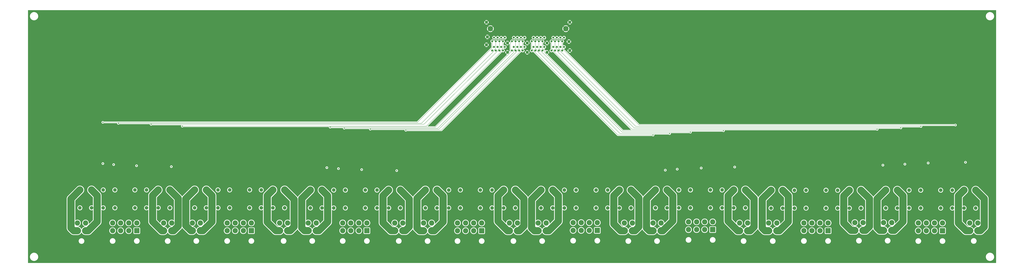
<source format=gbr>
G04 #@! TF.GenerationSoftware,KiCad,Pcbnew,(5.99.0-9973-gfb99c55869)*
G04 #@! TF.CreationDate,2021-09-10T21:28:04-07:00*
G04 #@! TF.ProjectId,2E1,3245312e-6b69-4636-9164-5f7063625858,rev?*
G04 #@! TF.SameCoordinates,Original*
G04 #@! TF.FileFunction,Copper,L6,Bot*
G04 #@! TF.FilePolarity,Positive*
%FSLAX46Y46*%
G04 Gerber Fmt 4.6, Leading zero omitted, Abs format (unit mm)*
G04 Created by KiCad (PCBNEW (5.99.0-9973-gfb99c55869)) date 2021-09-10 21:28:04*
%MOMM*%
%LPD*%
G01*
G04 APERTURE LIST*
G04 Aperture macros list*
%AMRoundRect*
0 Rectangle with rounded corners*
0 $1 Rounding radius*
0 $2 $3 $4 $5 $6 $7 $8 $9 X,Y pos of 4 corners*
0 Add a 4 corners polygon primitive as box body*
4,1,4,$2,$3,$4,$5,$6,$7,$8,$9,$2,$3,0*
0 Add four circle primitives for the rounded corners*
1,1,$1+$1,$2,$3*
1,1,$1+$1,$4,$5*
1,1,$1+$1,$6,$7*
1,1,$1+$1,$8,$9*
0 Add four rect primitives between the rounded corners*
20,1,$1+$1,$2,$3,$4,$5,0*
20,1,$1+$1,$4,$5,$6,$7,0*
20,1,$1+$1,$6,$7,$8,$9,0*
20,1,$1+$1,$8,$9,$2,$3,0*%
G04 Aperture macros list end*
G04 #@! TA.AperFunction,ComponentPad*
%ADD10RoundRect,0.250002X1.599998X1.599998X-1.599998X1.599998X-1.599998X-1.599998X1.599998X-1.599998X0*%
G04 #@! TD*
G04 #@! TA.AperFunction,ComponentPad*
%ADD11C,3.700000*%
G04 #@! TD*
G04 #@! TA.AperFunction,ComponentPad*
%ADD12C,2.489200*%
G04 #@! TD*
G04 #@! TA.AperFunction,ComponentPad*
%ADD13C,1.473200*%
G04 #@! TD*
G04 #@! TA.AperFunction,ComponentPad*
%ADD14C,3.759200*%
G04 #@! TD*
G04 #@! TA.AperFunction,ComponentPad*
%ADD15C,2.082800*%
G04 #@! TD*
G04 #@! TA.AperFunction,ViaPad*
%ADD16C,0.800000*%
G04 #@! TD*
G04 #@! TA.AperFunction,Conductor*
%ADD17C,5.080000*%
G04 #@! TD*
G04 #@! TA.AperFunction,Conductor*
%ADD18C,0.203200*%
G04 #@! TD*
G04 APERTURE END LIST*
D10*
G04 #@! TO.P,J5_1,1,Pin_1*
G04 #@! TO.N,Net-(J1-Pad41)*
X362514000Y-307129000D03*
D11*
G04 #@! TO.P,J5_1,2,Pin_2*
G04 #@! TO.N,Net-(J5_1-Pad2)*
X356814000Y-307129000D03*
G04 #@! TO.P,J5_1,3,Pin_3*
G04 #@! TO.N,Net-(J1-Pad42)*
X362514000Y-301629000D03*
G04 #@! TO.P,J5_1,4,Pin_4*
G04 #@! TO.N,Net-(J5_1-Pad4)*
X356814000Y-301629000D03*
G04 #@! TD*
D10*
G04 #@! TO.P,J2_3,1,Pin_1*
G04 #@! TO.N,Net-(J1-Pad50)*
X178674000Y-307129000D03*
D11*
G04 #@! TO.P,J2_3,2,Pin_2*
G04 #@! TO.N,Net-(J2_3-Pad2)*
X172974000Y-307129000D03*
G04 #@! TO.P,J2_3,3,Pin_3*
G04 #@! TO.N,Net-(J1-Pad49)*
X178674000Y-301629000D03*
G04 #@! TO.P,J2_3,4,Pin_4*
G04 #@! TO.N,Net-(J2_3-Pad4)*
X172974000Y-301629000D03*
G04 #@! TD*
D10*
G04 #@! TO.P,J9_1,1,Pin_1*
G04 #@! TO.N,Net-(J1-Pad8)*
X687944000Y-306875000D03*
D11*
G04 #@! TO.P,J9_1,2,Pin_2*
G04 #@! TO.N,Net-(J9_1-Pad2)*
X682244000Y-306875000D03*
G04 #@! TO.P,J9_1,3,Pin_3*
G04 #@! TO.N,Net-(J1-Pad7)*
X687944000Y-301375000D03*
G04 #@! TO.P,J9_1,4,Pin_4*
G04 #@! TO.N,Net-(J9_1-Pad4)*
X682244000Y-301375000D03*
G04 #@! TD*
D12*
G04 #@! TO.P,J6_0_1,1,Pin_1*
G04 #@! TO.N,Net-(J6_2-Pad7)*
X464700874Y-290949888D03*
G04 #@! TO.P,J6_0_1,2,Pin_2*
G04 #@! TO.N,Net-(J6_2-Pad3)*
X464700874Y-278249888D03*
G04 #@! TO.P,J6_0_1,3,Pin_3*
G04 #@! TO.N,Net-(J1-Pad28)*
X456445874Y-290949888D03*
G04 #@! TO.P,J6_0_1,4,Pin_4*
G04 #@! TO.N,Net-(J1-Pad27)*
X456445874Y-278249888D03*
G04 #@! TO.P,J6_0_1,5,Pin_5*
G04 #@! TO.N,Net-(J1-Pad26)*
X448190874Y-290949888D03*
G04 #@! TO.P,J6_0_1,6,Pin_6*
G04 #@! TO.N,Net-(J1-Pad25)*
X448190874Y-278249888D03*
G04 #@! TO.P,J6_0_1,7,Pin_7*
G04 #@! TO.N,Net-(J6_1-Pad4)*
X439935874Y-290949888D03*
G04 #@! TO.P,J6_0_1,8,Pin_8*
G04 #@! TO.N,Net-(J6_1-Pad2)*
X439935874Y-278249888D03*
G04 #@! TD*
G04 #@! TO.P,J8_0_1,1,Pin_1*
G04 #@! TO.N,Net-(J8_2-Pad7)*
X627370856Y-291089842D03*
G04 #@! TO.P,J8_0_1,2,Pin_2*
G04 #@! TO.N,Net-(J8_2-Pad3)*
X627370856Y-278389842D03*
G04 #@! TO.P,J8_0_1,3,Pin_3*
G04 #@! TO.N,Net-(J1-Pad12)*
X619115856Y-291089842D03*
G04 #@! TO.P,J8_0_1,4,Pin_4*
G04 #@! TO.N,Net-(J1-Pad11)*
X619115856Y-278389842D03*
G04 #@! TO.P,J8_0_1,5,Pin_5*
G04 #@! TO.N,Net-(J1-Pad10)*
X610860856Y-291089842D03*
G04 #@! TO.P,J8_0_1,6,Pin_6*
G04 #@! TO.N,Net-(J1-Pad9)*
X610860856Y-278389842D03*
G04 #@! TO.P,J8_0_1,7,Pin_7*
G04 #@! TO.N,Net-(J8_1-Pad4)*
X602605856Y-291089842D03*
G04 #@! TO.P,J8_0_1,8,Pin_8*
G04 #@! TO.N,Net-(J8_1-Pad2)*
X602605856Y-278389842D03*
G04 #@! TD*
D10*
G04 #@! TO.P,J3_3,1,Pin_1*
G04 #@! TO.N,Net-(J1-Pad63)*
X260660000Y-307086000D03*
D11*
G04 #@! TO.P,J3_3,2,Pin_2*
G04 #@! TO.N,Net-(J3_3-Pad2)*
X254960000Y-307086000D03*
G04 #@! TO.P,J3_3,3,Pin_3*
G04 #@! TO.N,Net-(J1-Pad64)*
X260660000Y-301586000D03*
G04 #@! TO.P,J3_3,4,Pin_4*
G04 #@! TO.N,Net-(J3_3-Pad4)*
X254960000Y-301586000D03*
G04 #@! TD*
D12*
G04 #@! TO.P,J7_0_2,1,Pin_1*
G04 #@! TO.N,Net-(J1-Pad17)*
X584499974Y-290910010D03*
G04 #@! TO.P,J7_0_2,2,Pin_2*
G04 #@! TO.N,Net-(J1-Pad18)*
X584499974Y-278210010D03*
G04 #@! TO.P,J7_0_2,3,Pin_3*
G04 #@! TO.N,Net-(J7_3-Pad4)*
X576244974Y-290910010D03*
G04 #@! TO.P,J7_0_2,4,Pin_4*
G04 #@! TO.N,Net-(J7_3-Pad2)*
X576244974Y-278210010D03*
G04 #@! TO.P,J7_0_2,5,Pin_5*
G04 #@! TO.N,Net-(J7_2-Pad5)*
X567989974Y-290910010D03*
G04 #@! TO.P,J7_0_2,6,Pin_6*
G04 #@! TO.N,Net-(J7_2-Pad1)*
X567989974Y-278210010D03*
G04 #@! TO.P,J7_0_2,7,Pin_7*
G04 #@! TO.N,Net-(J1-Pad19)*
X559734974Y-290910010D03*
G04 #@! TO.P,J7_0_2,8,Pin_8*
G04 #@! TO.N,Net-(J1-Pad20)*
X559734974Y-278210010D03*
G04 #@! TD*
D10*
G04 #@! TO.P,J3_1,1,Pin_1*
G04 #@! TO.N,Net-(J1-Pad57)*
X198938000Y-307086000D03*
D11*
G04 #@! TO.P,J3_1,2,Pin_2*
G04 #@! TO.N,Net-(J3_1-Pad2)*
X193238000Y-307086000D03*
G04 #@! TO.P,J3_1,3,Pin_3*
G04 #@! TO.N,Net-(J1-Pad58)*
X198938000Y-301586000D03*
G04 #@! TO.P,J3_1,4,Pin_4*
G04 #@! TO.N,Net-(J3_1-Pad4)*
X193238000Y-301586000D03*
G04 #@! TD*
D10*
G04 #@! TO.P,J4_3,1,Pin_1*
G04 #@! TO.N,Net-(J1-Pad34)*
X342138000Y-307086000D03*
D11*
G04 #@! TO.P,J4_3,2,Pin_2*
G04 #@! TO.N,Net-(J4_3-Pad2)*
X336438000Y-307086000D03*
G04 #@! TO.P,J4_3,3,Pin_3*
G04 #@! TO.N,Net-(J1-Pad33)*
X342138000Y-301586000D03*
G04 #@! TO.P,J4_3,4,Pin_4*
G04 #@! TO.N,Net-(J4_3-Pad4)*
X336438000Y-301586000D03*
G04 #@! TD*
D10*
G04 #@! TO.P,J9_3,1,Pin_1*
G04 #@! TO.N,Net-(J1-Pad2)*
X748848000Y-307086000D03*
D11*
G04 #@! TO.P,J9_3,2,Pin_2*
G04 #@! TO.N,Net-(J9_3-Pad2)*
X743148000Y-307086000D03*
G04 #@! TO.P,J9_3,3,Pin_3*
G04 #@! TO.N,Net-(J1-Pad1)*
X748848000Y-301586000D03*
G04 #@! TO.P,J9_3,4,Pin_4*
G04 #@! TO.N,Net-(J9_3-Pad4)*
X743148000Y-301586000D03*
G04 #@! TD*
D12*
G04 #@! TO.P,J8_0_2,1,Pin_1*
G04 #@! TO.N,Net-(J1-Pad16)*
X666260796Y-291089842D03*
G04 #@! TO.P,J8_0_2,2,Pin_2*
G04 #@! TO.N,Net-(J1-Pad15)*
X666260796Y-278389842D03*
G04 #@! TO.P,J8_0_2,3,Pin_3*
G04 #@! TO.N,Net-(J8_3-Pad4)*
X658005796Y-291089842D03*
G04 #@! TO.P,J8_0_2,4,Pin_4*
G04 #@! TO.N,Net-(J8_3-Pad2)*
X658005796Y-278389842D03*
G04 #@! TO.P,J8_0_2,5,Pin_5*
G04 #@! TO.N,Net-(J8_2-Pad5)*
X649750796Y-291089842D03*
G04 #@! TO.P,J8_0_2,6,Pin_6*
G04 #@! TO.N,Net-(J8_2-Pad1)*
X649750796Y-278389842D03*
G04 #@! TO.P,J8_0_2,7,Pin_7*
G04 #@! TO.N,Net-(J1-Pad14)*
X641495796Y-291089842D03*
G04 #@! TO.P,J8_0_2,8,Pin_8*
G04 #@! TO.N,Net-(J1-Pad13)*
X641495796Y-278389842D03*
G04 #@! TD*
G04 #@! TO.P,J9_0_2,1,Pin_1*
G04 #@! TO.N,Net-(J1-Pad1)*
X747370870Y-291059870D03*
G04 #@! TO.P,J9_0_2,2,Pin_2*
G04 #@! TO.N,Net-(J1-Pad2)*
X747370870Y-278359870D03*
G04 #@! TO.P,J9_0_2,3,Pin_3*
G04 #@! TO.N,Net-(J9_3-Pad4)*
X739115870Y-291059870D03*
G04 #@! TO.P,J9_0_2,4,Pin_4*
G04 #@! TO.N,Net-(J9_3-Pad2)*
X739115870Y-278359870D03*
G04 #@! TO.P,J9_0_2,5,Pin_5*
G04 #@! TO.N,Net-(J9_2-Pad5)*
X730860870Y-291059870D03*
G04 #@! TO.P,J9_0_2,6,Pin_6*
G04 #@! TO.N,Net-(J9_2-Pad1)*
X730860870Y-278359870D03*
G04 #@! TO.P,J9_0_2,7,Pin_7*
G04 #@! TO.N,Net-(J1-Pad3)*
X722605870Y-291059870D03*
G04 #@! TO.P,J9_0_2,8,Pin_8*
G04 #@! TO.N,Net-(J1-Pad4)*
X722605870Y-278359870D03*
G04 #@! TD*
D10*
G04 #@! TO.P,J2_1,1,Pin_1*
G04 #@! TO.N,Net-(J1-Pad56)*
X117714000Y-307129000D03*
D11*
G04 #@! TO.P,J2_1,2,Pin_2*
G04 #@! TO.N,Net-(J2_1-Pad2)*
X112014000Y-307129000D03*
G04 #@! TO.P,J2_1,3,Pin_3*
G04 #@! TO.N,Net-(J1-Pad55)*
X117714000Y-301629000D03*
G04 #@! TO.P,J2_1,4,Pin_4*
G04 #@! TO.N,Net-(J2_1-Pad4)*
X112014000Y-301629000D03*
G04 #@! TD*
D13*
G04 #@! TO.P,J1,1,Pin_1*
G04 #@! TO.N,Net-(J1-Pad1)*
X456184000Y-170180000D03*
G04 #@! TO.P,J1,2,Pin_2*
G04 #@! TO.N,Net-(J1-Pad2)*
X454914000Y-172720000D03*
G04 #@! TO.P,J1,3,Pin_3*
G04 #@! TO.N,Net-(J1-Pad3)*
X453644000Y-170180000D03*
G04 #@! TO.P,J1,4,Pin_4*
G04 #@! TO.N,Net-(J1-Pad4)*
X452374000Y-172720000D03*
G04 #@! TO.P,J1,5,Pin_5*
G04 #@! TO.N,Net-(J1-Pad5)*
X451104000Y-170180000D03*
G04 #@! TO.P,J1,6,Pin_6*
G04 #@! TO.N,Net-(J1-Pad6)*
X449834000Y-172720000D03*
G04 #@! TO.P,J1,7,Pin_7*
G04 #@! TO.N,Net-(J1-Pad7)*
X448564000Y-170180000D03*
G04 #@! TO.P,J1,8,Pin_8*
G04 #@! TO.N,Net-(J1-Pad8)*
X447294000Y-172720000D03*
G04 #@! TO.P,J1,9,Pin_9*
G04 #@! TO.N,Net-(J1-Pad9)*
X447294000Y-179324000D03*
G04 #@! TO.P,J1,10,Pin_10*
G04 #@! TO.N,Net-(J1-Pad10)*
X448564000Y-176784000D03*
G04 #@! TO.P,J1,11,Pin_11*
G04 #@! TO.N,Net-(J1-Pad11)*
X449834000Y-179324000D03*
G04 #@! TO.P,J1,12,Pin_12*
G04 #@! TO.N,Net-(J1-Pad12)*
X451104000Y-176784000D03*
G04 #@! TO.P,J1,13,Pin_13*
G04 #@! TO.N,Net-(J1-Pad13)*
X452374000Y-179324000D03*
G04 #@! TO.P,J1,14,Pin_14*
G04 #@! TO.N,Net-(J1-Pad14)*
X453644000Y-176784000D03*
G04 #@! TO.P,J1,15,Pin_15*
G04 #@! TO.N,Net-(J1-Pad15)*
X454914000Y-179324000D03*
G04 #@! TO.P,J1,16,Pin_16*
G04 #@! TO.N,Net-(J1-Pad16)*
X456184000Y-176784000D03*
G04 #@! TO.P,J1,17,Pin_17*
G04 #@! TO.N,Net-(J1-Pad17)*
X442214000Y-170180000D03*
G04 #@! TO.P,J1,18,Pin_18*
G04 #@! TO.N,Net-(J1-Pad18)*
X440944000Y-172720000D03*
G04 #@! TO.P,J1,19,Pin_19*
G04 #@! TO.N,Net-(J1-Pad19)*
X439674000Y-170180000D03*
G04 #@! TO.P,J1,20,Pin_20*
G04 #@! TO.N,Net-(J1-Pad20)*
X438404000Y-172720000D03*
G04 #@! TO.P,J1,21,Pin_21*
G04 #@! TO.N,Net-(J1-Pad21)*
X437134000Y-170180000D03*
G04 #@! TO.P,J1,22,Pin_22*
G04 #@! TO.N,Net-(J1-Pad22)*
X435864000Y-172720000D03*
G04 #@! TO.P,J1,23,Pin_23*
G04 #@! TO.N,Net-(J1-Pad23)*
X434594000Y-170180000D03*
G04 #@! TO.P,J1,24,Pin_24*
G04 #@! TO.N,Net-(J1-Pad24)*
X433324000Y-172720000D03*
G04 #@! TO.P,J1,25,Pin_25*
G04 #@! TO.N,Net-(J1-Pad25)*
X433324000Y-179324000D03*
G04 #@! TO.P,J1,26,Pin_26*
G04 #@! TO.N,Net-(J1-Pad26)*
X434594000Y-176784000D03*
G04 #@! TO.P,J1,27,Pin_27*
G04 #@! TO.N,Net-(J1-Pad27)*
X435864000Y-179324000D03*
G04 #@! TO.P,J1,28,Pin_28*
G04 #@! TO.N,Net-(J1-Pad28)*
X437134000Y-176784000D03*
G04 #@! TO.P,J1,29,Pin_29*
G04 #@! TO.N,Net-(J1-Pad29)*
X438404000Y-179324000D03*
G04 #@! TO.P,J1,30,Pin_30*
G04 #@! TO.N,Net-(J1-Pad30)*
X439674000Y-176784000D03*
G04 #@! TO.P,J1,31,Pin_31*
G04 #@! TO.N,Net-(J1-Pad31)*
X440944000Y-179324000D03*
G04 #@! TO.P,J1,32,Pin_32*
G04 #@! TO.N,Net-(J1-Pad32)*
X442214000Y-176784000D03*
G04 #@! TO.P,J1,33,Pin_33*
G04 #@! TO.N,Net-(J1-Pad33)*
X428244000Y-170180000D03*
G04 #@! TO.P,J1,34,Pin_34*
G04 #@! TO.N,Net-(J1-Pad34)*
X426974000Y-172720000D03*
G04 #@! TO.P,J1,35,Pin_35*
G04 #@! TO.N,Net-(J1-Pad35)*
X425704000Y-170180000D03*
G04 #@! TO.P,J1,36,Pin_36*
G04 #@! TO.N,Net-(J1-Pad36)*
X424434000Y-172720000D03*
G04 #@! TO.P,J1,37,Pin_37*
G04 #@! TO.N,Net-(J1-Pad37)*
X423164000Y-170180000D03*
G04 #@! TO.P,J1,38,Pin_38*
G04 #@! TO.N,Net-(J1-Pad38)*
X421894000Y-172720000D03*
G04 #@! TO.P,J1,39,Pin_39*
G04 #@! TO.N,Net-(J1-Pad39)*
X420624000Y-170180000D03*
G04 #@! TO.P,J1,40,Pin_40*
G04 #@! TO.N,Net-(J1-Pad40)*
X419354000Y-172720000D03*
G04 #@! TO.P,J1,41,Pin_41*
G04 #@! TO.N,Net-(J1-Pad41)*
X419354000Y-179324000D03*
G04 #@! TO.P,J1,42,Pin_42*
G04 #@! TO.N,Net-(J1-Pad42)*
X420624000Y-176784000D03*
G04 #@! TO.P,J1,43,Pin_43*
G04 #@! TO.N,Net-(J1-Pad43)*
X421894000Y-179324000D03*
G04 #@! TO.P,J1,44,Pin_44*
G04 #@! TO.N,Net-(J1-Pad44)*
X423164000Y-176784000D03*
G04 #@! TO.P,J1,45,Pin_45*
G04 #@! TO.N,Net-(J1-Pad45)*
X424434000Y-179324000D03*
G04 #@! TO.P,J1,46,Pin_46*
G04 #@! TO.N,Net-(J1-Pad46)*
X425704000Y-176784000D03*
G04 #@! TO.P,J1,47,Pin_47*
G04 #@! TO.N,Net-(J1-Pad47)*
X426974000Y-179324000D03*
G04 #@! TO.P,J1,48,Pin_48*
G04 #@! TO.N,Net-(J1-Pad48)*
X428244000Y-176784000D03*
G04 #@! TO.P,J1,49,Pin_49*
G04 #@! TO.N,Net-(J1-Pad49)*
X414274000Y-170180000D03*
G04 #@! TO.P,J1,50,Pin_50*
G04 #@! TO.N,Net-(J1-Pad50)*
X413004000Y-172720000D03*
G04 #@! TO.P,J1,51,Pin_51*
G04 #@! TO.N,Net-(J1-Pad51)*
X411734000Y-170180000D03*
G04 #@! TO.P,J1,52,Pin_52*
G04 #@! TO.N,Net-(J1-Pad52)*
X410464000Y-172720000D03*
G04 #@! TO.P,J1,53,Pin_53*
G04 #@! TO.N,Net-(J1-Pad53)*
X409194000Y-170180000D03*
G04 #@! TO.P,J1,54,Pin_54*
G04 #@! TO.N,Net-(J1-Pad54)*
X407924000Y-172720000D03*
G04 #@! TO.P,J1,55,Pin_55*
G04 #@! TO.N,Net-(J1-Pad55)*
X406654000Y-170180000D03*
G04 #@! TO.P,J1,56,Pin_56*
G04 #@! TO.N,Net-(J1-Pad56)*
X405384000Y-172720000D03*
G04 #@! TO.P,J1,57,Pin_57*
G04 #@! TO.N,Net-(J1-Pad57)*
X405384000Y-179324000D03*
G04 #@! TO.P,J1,58,Pin_58*
G04 #@! TO.N,Net-(J1-Pad58)*
X406654000Y-176784000D03*
G04 #@! TO.P,J1,59,Pin_59*
G04 #@! TO.N,Net-(J1-Pad59)*
X407924000Y-179324000D03*
G04 #@! TO.P,J1,60,Pin_60*
G04 #@! TO.N,Net-(J1-Pad60)*
X409194000Y-176784000D03*
G04 #@! TO.P,J1,61,Pin_61*
G04 #@! TO.N,Net-(J1-Pad61)*
X410464000Y-179324000D03*
G04 #@! TO.P,J1,62,Pin_62*
G04 #@! TO.N,Net-(J1-Pad62)*
X411734000Y-176784000D03*
G04 #@! TO.P,J1,63,Pin_63*
G04 #@! TO.N,Net-(J1-Pad63)*
X413004000Y-179324000D03*
G04 #@! TO.P,J1,64,Pin_64*
G04 #@! TO.N,Net-(J1-Pad64)*
X414274000Y-176784000D03*
D14*
G04 #@! TO.P,J1,65,Pin_65*
G04 #@! TO.N,GND*
X457454000Y-163830000D03*
G04 #@! TO.P,J1,66,Pin_66*
X404114000Y-163830000D03*
D15*
G04 #@! TO.P,J1,67,Pin_67*
X460248000Y-179324000D03*
G04 #@! TO.P,J1,68,Pin_68*
X444119000Y-180594000D03*
G04 #@! TO.P,J1,69,Pin_69*
X430149000Y-180594000D03*
G04 #@! TO.P,J1,70,Pin_70*
X416179000Y-180594000D03*
G04 #@! TO.P,J1,71,Pin_71*
X401320000Y-175260000D03*
G04 #@! TO.P,J1,72,Pin_72*
X459613000Y-172974000D03*
G04 #@! TO.P,J1,73,Pin_73*
X444119000Y-173990000D03*
G04 #@! TO.P,J1,74,Pin_74*
X430149000Y-173990000D03*
G04 #@! TO.P,J1,75,Pin_75*
X416179000Y-173990000D03*
G04 #@! TO.P,J1,76,Pin_76*
X401955000Y-169672000D03*
G04 #@! TO.P,J1,77,Pin_77*
X460248000Y-159258000D03*
G04 #@! TO.P,J1,78,Pin_78*
X401320000Y-159258000D03*
G04 #@! TD*
D10*
G04 #@! TO.P,J7_2,1,Pin_1*
G04 #@! TO.N,Net-(J7_2-Pad1)*
X561340000Y-306324000D03*
D11*
G04 #@! TO.P,J7_2,2,Pin_2*
G04 #@! TO.N,Net-(J1-Pad20)*
X555640000Y-306324000D03*
G04 #@! TO.P,J7_2,3,Pin_3*
G04 #@! TO.N,Net-(J7_2-Pad3)*
X549940000Y-306324000D03*
G04 #@! TO.P,J7_2,4,Pin_4*
G04 #@! TO.N,Net-(J1-Pad22)*
X544240000Y-306324000D03*
G04 #@! TO.P,J7_2,5,Pin_5*
G04 #@! TO.N,Net-(J7_2-Pad5)*
X561340000Y-300824000D03*
G04 #@! TO.P,J7_2,6,Pin_6*
G04 #@! TO.N,Net-(J1-Pad19)*
X555640000Y-300824000D03*
G04 #@! TO.P,J7_2,7,Pin_7*
G04 #@! TO.N,Net-(J7_2-Pad7)*
X549940000Y-300824000D03*
G04 #@! TO.P,J7_2,8,Pin_8*
G04 #@! TO.N,Net-(J1-Pad21)*
X544240000Y-300824000D03*
G04 #@! TD*
D10*
G04 #@! TO.P,J5_3,1,Pin_1*
G04 #@! TO.N,Net-(J1-Pad47)*
X423220000Y-307129000D03*
D11*
G04 #@! TO.P,J5_3,2,Pin_2*
G04 #@! TO.N,Net-(J5_3-Pad2)*
X417520000Y-307129000D03*
G04 #@! TO.P,J5_3,3,Pin_3*
G04 #@! TO.N,Net-(J1-Pad48)*
X423220000Y-301629000D03*
G04 #@! TO.P,J5_3,4,Pin_4*
G04 #@! TO.N,Net-(J5_3-Pad4)*
X417520000Y-301629000D03*
G04 #@! TD*
D12*
G04 #@! TO.P,J5_0_1,1,Pin_1*
G04 #@! TO.N,Net-(J5_2-Pad7)*
X382860042Y-290930076D03*
G04 #@! TO.P,J5_0_1,2,Pin_2*
G04 #@! TO.N,Net-(J5_2-Pad3)*
X382860042Y-278230076D03*
G04 #@! TO.P,J5_0_1,3,Pin_3*
G04 #@! TO.N,Net-(J1-Pad44)*
X374605042Y-290930076D03*
G04 #@! TO.P,J5_0_1,4,Pin_4*
G04 #@! TO.N,Net-(J1-Pad43)*
X374605042Y-278230076D03*
G04 #@! TO.P,J5_0_1,5,Pin_5*
G04 #@! TO.N,Net-(J1-Pad42)*
X366350042Y-290930076D03*
G04 #@! TO.P,J5_0_1,6,Pin_6*
G04 #@! TO.N,Net-(J1-Pad41)*
X366350042Y-278230076D03*
G04 #@! TO.P,J5_0_1,7,Pin_7*
G04 #@! TO.N,Net-(J5_1-Pad4)*
X358095042Y-290930076D03*
G04 #@! TO.P,J5_0_1,8,Pin_8*
G04 #@! TO.N,Net-(J5_1-Pad2)*
X358095042Y-278230076D03*
G04 #@! TD*
D10*
G04 #@! TO.P,J6_1,1,Pin_1*
G04 #@! TO.N,Net-(J1-Pad25)*
X443540000Y-307129000D03*
D11*
G04 #@! TO.P,J6_1,2,Pin_2*
G04 #@! TO.N,Net-(J6_1-Pad2)*
X437840000Y-307129000D03*
G04 #@! TO.P,J6_1,3,Pin_3*
G04 #@! TO.N,Net-(J1-Pad26)*
X443540000Y-301629000D03*
G04 #@! TO.P,J6_1,4,Pin_4*
G04 #@! TO.N,Net-(J6_1-Pad4)*
X437840000Y-301629000D03*
G04 #@! TD*
D12*
G04 #@! TO.P,J4_0_2,1,Pin_1*
G04 #@! TO.N,Net-(J1-Pad33)*
X340400640Y-290969700D03*
G04 #@! TO.P,J4_0_2,2,Pin_2*
G04 #@! TO.N,Net-(J1-Pad34)*
X340400640Y-278269700D03*
G04 #@! TO.P,J4_0_2,3,Pin_3*
G04 #@! TO.N,Net-(J4_3-Pad4)*
X332145640Y-290969700D03*
G04 #@! TO.P,J4_0_2,4,Pin_4*
G04 #@! TO.N,Net-(J4_3-Pad2)*
X332145640Y-278269700D03*
G04 #@! TO.P,J4_0_2,5,Pin_5*
G04 #@! TO.N,Net-(J4_2-Pad5)*
X323890640Y-290969700D03*
G04 #@! TO.P,J4_0_2,6,Pin_6*
G04 #@! TO.N,Net-(J4_2-Pad1)*
X323890640Y-278269700D03*
G04 #@! TO.P,J4_0_2,7,Pin_7*
G04 #@! TO.N,Net-(J1-Pad35)*
X315635640Y-290969700D03*
G04 #@! TO.P,J4_0_2,8,Pin_8*
G04 #@! TO.N,Net-(J1-Pad36)*
X315635640Y-278269700D03*
G04 #@! TD*
G04 #@! TO.P,J4_0_1,1,Pin_1*
G04 #@! TO.N,Net-(J4_2-Pad7)*
X301510700Y-290969700D03*
G04 #@! TO.P,J4_0_1,2,Pin_2*
G04 #@! TO.N,Net-(J4_2-Pad3)*
X301510700Y-278269700D03*
G04 #@! TO.P,J4_0_1,3,Pin_3*
G04 #@! TO.N,Net-(J1-Pad37)*
X293255700Y-290969700D03*
G04 #@! TO.P,J4_0_1,4,Pin_4*
G04 #@! TO.N,Net-(J1-Pad38)*
X293255700Y-278269700D03*
G04 #@! TO.P,J4_0_1,5,Pin_5*
G04 #@! TO.N,Net-(J1-Pad39)*
X285000700Y-290969700D03*
G04 #@! TO.P,J4_0_1,6,Pin_6*
G04 #@! TO.N,Net-(J1-Pad40)*
X285000700Y-278269700D03*
G04 #@! TO.P,J4_0_1,7,Pin_7*
G04 #@! TO.N,Net-(J4_1-Pad4)*
X276745700Y-290969700D03*
G04 #@! TO.P,J4_0_1,8,Pin_8*
G04 #@! TO.N,Net-(J4_1-Pad2)*
X276745700Y-278269700D03*
G04 #@! TD*
D10*
G04 #@! TO.P,J8_1,1,Pin_1*
G04 #@! TO.N,Net-(J1-Pad9)*
X606664000Y-307129000D03*
D11*
G04 #@! TO.P,J8_1,2,Pin_2*
G04 #@! TO.N,Net-(J8_1-Pad2)*
X600964000Y-307129000D03*
G04 #@! TO.P,J8_1,3,Pin_3*
G04 #@! TO.N,Net-(J1-Pad10)*
X606664000Y-301629000D03*
G04 #@! TO.P,J8_1,4,Pin_4*
G04 #@! TO.N,Net-(J8_1-Pad4)*
X600964000Y-301629000D03*
G04 #@! TD*
D12*
G04 #@! TO.P,J3_0_1,1,Pin_1*
G04 #@! TO.N,Net-(J3_2-Pad7)*
X219650742Y-290869878D03*
G04 #@! TO.P,J3_0_1,2,Pin_2*
G04 #@! TO.N,Net-(J3_2-Pad3)*
X219650742Y-278169878D03*
G04 #@! TO.P,J3_0_1,3,Pin_3*
G04 #@! TO.N,Net-(J1-Pad60)*
X211395742Y-290869878D03*
G04 #@! TO.P,J3_0_1,4,Pin_4*
G04 #@! TO.N,Net-(J1-Pad59)*
X211395742Y-278169878D03*
G04 #@! TO.P,J3_0_1,5,Pin_5*
G04 #@! TO.N,Net-(J1-Pad58)*
X203140742Y-290869878D03*
G04 #@! TO.P,J3_0_1,6,Pin_6*
G04 #@! TO.N,Net-(J1-Pad57)*
X203140742Y-278169878D03*
G04 #@! TO.P,J3_0_1,7,Pin_7*
G04 #@! TO.N,Net-(J3_1-Pad4)*
X194885742Y-290869878D03*
G04 #@! TO.P,J3_0_1,8,Pin_8*
G04 #@! TO.N,Net-(J3_1-Pad2)*
X194885742Y-278169878D03*
G04 #@! TD*
D10*
G04 #@! TO.P,J3_2,1,Pin_1*
G04 #@! TO.N,Net-(J3_2-Pad1)*
X235006000Y-307086000D03*
D11*
G04 #@! TO.P,J3_2,2,Pin_2*
G04 #@! TO.N,Net-(J1-Pad61)*
X229306000Y-307086000D03*
G04 #@! TO.P,J3_2,3,Pin_3*
G04 #@! TO.N,Net-(J3_2-Pad3)*
X223606000Y-307086000D03*
G04 #@! TO.P,J3_2,4,Pin_4*
G04 #@! TO.N,Net-(J1-Pad59)*
X217906000Y-307086000D03*
G04 #@! TO.P,J3_2,5,Pin_5*
G04 #@! TO.N,Net-(J3_2-Pad5)*
X235006000Y-301586000D03*
G04 #@! TO.P,J3_2,6,Pin_6*
G04 #@! TO.N,Net-(J1-Pad62)*
X229306000Y-301586000D03*
G04 #@! TO.P,J3_2,7,Pin_7*
G04 #@! TO.N,Net-(J3_2-Pad7)*
X223606000Y-301586000D03*
G04 #@! TO.P,J3_2,8,Pin_8*
G04 #@! TO.N,Net-(J1-Pad60)*
X217906000Y-301586000D03*
G04 #@! TD*
D10*
G04 #@! TO.P,J4_2,1,Pin_1*
G04 #@! TO.N,Net-(J4_2-Pad1)*
X316738000Y-307086000D03*
D11*
G04 #@! TO.P,J4_2,2,Pin_2*
G04 #@! TO.N,Net-(J1-Pad36)*
X311038000Y-307086000D03*
G04 #@! TO.P,J4_2,3,Pin_3*
G04 #@! TO.N,Net-(J4_2-Pad3)*
X305338000Y-307086000D03*
G04 #@! TO.P,J4_2,4,Pin_4*
G04 #@! TO.N,Net-(J1-Pad38)*
X299638000Y-307086000D03*
G04 #@! TO.P,J4_2,5,Pin_5*
G04 #@! TO.N,Net-(J4_2-Pad5)*
X316738000Y-301586000D03*
G04 #@! TO.P,J4_2,6,Pin_6*
G04 #@! TO.N,Net-(J1-Pad35)*
X311038000Y-301586000D03*
G04 #@! TO.P,J4_2,7,Pin_7*
G04 #@! TO.N,Net-(J4_2-Pad7)*
X305338000Y-301586000D03*
G04 #@! TO.P,J4_2,8,Pin_8*
G04 #@! TO.N,Net-(J1-Pad37)*
X299638000Y-301586000D03*
G04 #@! TD*
D12*
G04 #@! TO.P,J6_0_2,1,Pin_1*
G04 #@! TO.N,Net-(J1-Pad32)*
X503590814Y-290949888D03*
G04 #@! TO.P,J6_0_2,2,Pin_2*
G04 #@! TO.N,Net-(J1-Pad31)*
X503590814Y-278249888D03*
G04 #@! TO.P,J6_0_2,3,Pin_3*
G04 #@! TO.N,Net-(J6_3-Pad4)*
X495335814Y-290949888D03*
G04 #@! TO.P,J6_0_2,4,Pin_4*
G04 #@! TO.N,Net-(J6_3-Pad2)*
X495335814Y-278249888D03*
G04 #@! TO.P,J6_0_2,5,Pin_5*
G04 #@! TO.N,Net-(J6_2-Pad5)*
X487080814Y-290949888D03*
G04 #@! TO.P,J6_0_2,6,Pin_6*
G04 #@! TO.N,Net-(J6_2-Pad1)*
X487080814Y-278249888D03*
G04 #@! TO.P,J6_0_2,7,Pin_7*
G04 #@! TO.N,Net-(J1-Pad30)*
X478825814Y-290949888D03*
G04 #@! TO.P,J6_0_2,8,Pin_8*
G04 #@! TO.N,Net-(J1-Pad29)*
X478825814Y-278249888D03*
G04 #@! TD*
D10*
G04 #@! TO.P,J6_3,1,Pin_1*
G04 #@! TO.N,Net-(J1-Pad31)*
X504500000Y-307129000D03*
D11*
G04 #@! TO.P,J6_3,2,Pin_2*
G04 #@! TO.N,Net-(J6_3-Pad2)*
X498800000Y-307129000D03*
G04 #@! TO.P,J6_3,3,Pin_3*
G04 #@! TO.N,Net-(J1-Pad32)*
X504500000Y-301629000D03*
G04 #@! TO.P,J6_3,4,Pin_4*
G04 #@! TO.N,Net-(J6_3-Pad4)*
X498800000Y-301629000D03*
G04 #@! TD*
D12*
G04 #@! TO.P,J9_0_1,1,Pin_1*
G04 #@! TO.N,Net-(J9_2-Pad7)*
X708480676Y-291059870D03*
G04 #@! TO.P,J9_0_1,2,Pin_2*
G04 #@! TO.N,Net-(J9_2-Pad3)*
X708480676Y-278359870D03*
G04 #@! TO.P,J9_0_1,3,Pin_3*
G04 #@! TO.N,Net-(J1-Pad5)*
X700225676Y-291059870D03*
G04 #@! TO.P,J9_0_1,4,Pin_4*
G04 #@! TO.N,Net-(J1-Pad6)*
X700225676Y-278359870D03*
G04 #@! TO.P,J9_0_1,5,Pin_5*
G04 #@! TO.N,Net-(J1-Pad7)*
X691970676Y-291059870D03*
G04 #@! TO.P,J9_0_1,6,Pin_6*
G04 #@! TO.N,Net-(J1-Pad8)*
X691970676Y-278359870D03*
G04 #@! TO.P,J9_0_1,7,Pin_7*
G04 #@! TO.N,Net-(J9_1-Pad4)*
X683715676Y-291059870D03*
G04 #@! TO.P,J9_0_1,8,Pin_8*
G04 #@! TO.N,Net-(J9_1-Pad2)*
X683715676Y-278359870D03*
G04 #@! TD*
D10*
G04 #@! TO.P,J7_3,1,Pin_1*
G04 #@! TO.N,Net-(J1-Pad18)*
X586034000Y-307129000D03*
D11*
G04 #@! TO.P,J7_3,2,Pin_2*
G04 #@! TO.N,Net-(J7_3-Pad2)*
X580334000Y-307129000D03*
G04 #@! TO.P,J7_3,3,Pin_3*
G04 #@! TO.N,Net-(J1-Pad17)*
X586034000Y-301629000D03*
G04 #@! TO.P,J7_3,4,Pin_4*
G04 #@! TO.N,Net-(J7_3-Pad4)*
X580334000Y-301629000D03*
G04 #@! TD*
D12*
G04 #@! TO.P,J7_0_1,1,Pin_1*
G04 #@! TO.N,Net-(J7_2-Pad7)*
X545610034Y-290910010D03*
G04 #@! TO.P,J7_0_1,2,Pin_2*
G04 #@! TO.N,Net-(J7_2-Pad3)*
X545610034Y-278210010D03*
G04 #@! TO.P,J7_0_1,3,Pin_3*
G04 #@! TO.N,Net-(J1-Pad21)*
X537355034Y-290910010D03*
G04 #@! TO.P,J7_0_1,4,Pin_4*
G04 #@! TO.N,Net-(J1-Pad22)*
X537355034Y-278210010D03*
G04 #@! TO.P,J7_0_1,5,Pin_5*
G04 #@! TO.N,Net-(J1-Pad23)*
X529100034Y-290910010D03*
G04 #@! TO.P,J7_0_1,6,Pin_6*
G04 #@! TO.N,Net-(J1-Pad24)*
X529100034Y-278210010D03*
G04 #@! TO.P,J7_0_1,7,Pin_7*
G04 #@! TO.N,Net-(J7_1-Pad4)*
X520845034Y-290910010D03*
G04 #@! TO.P,J7_0_1,8,Pin_8*
G04 #@! TO.N,Net-(J7_1-Pad2)*
X520845034Y-278210010D03*
G04 #@! TD*
G04 #@! TO.P,J2_0_1,1,Pin_1*
G04 #@! TO.N,Net-(J2_2-Pad7)*
X138489995Y-290880038D03*
G04 #@! TO.P,J2_0_1,2,Pin_2*
G04 #@! TO.N,Net-(J2_2-Pad3)*
X138489995Y-278180038D03*
G04 #@! TO.P,J2_0_1,3,Pin_3*
G04 #@! TO.N,Net-(J1-Pad53)*
X130234995Y-290880038D03*
G04 #@! TO.P,J2_0_1,4,Pin_4*
G04 #@! TO.N,Net-(J1-Pad54)*
X130234995Y-278180038D03*
G04 #@! TO.P,J2_0_1,5,Pin_5*
G04 #@! TO.N,Net-(J1-Pad55)*
X121979995Y-290880038D03*
G04 #@! TO.P,J2_0_1,6,Pin_6*
G04 #@! TO.N,Net-(J1-Pad56)*
X121979995Y-278180038D03*
G04 #@! TO.P,J2_0_1,7,Pin_7*
G04 #@! TO.N,Net-(J2_1-Pad4)*
X113724995Y-290880038D03*
G04 #@! TO.P,J2_0_1,8,Pin_8*
G04 #@! TO.N,Net-(J2_1-Pad2)*
X113724995Y-278180038D03*
G04 #@! TD*
D10*
G04 #@! TO.P,J8_3,1,Pin_1*
G04 #@! TO.N,Net-(J1-Pad15)*
X667624000Y-306875000D03*
D11*
G04 #@! TO.P,J8_3,2,Pin_2*
G04 #@! TO.N,Net-(J8_3-Pad2)*
X661924000Y-306875000D03*
G04 #@! TO.P,J8_3,3,Pin_3*
G04 #@! TO.N,Net-(J1-Pad16)*
X667624000Y-301375000D03*
G04 #@! TO.P,J8_3,4,Pin_4*
G04 #@! TO.N,Net-(J8_3-Pad4)*
X661924000Y-301375000D03*
G04 #@! TD*
D12*
G04 #@! TO.P,J2_0_2,1,Pin_1*
G04 #@! TO.N,Net-(J1-Pad49)*
X177380000Y-290880000D03*
G04 #@! TO.P,J2_0_2,2,Pin_2*
G04 #@! TO.N,Net-(J1-Pad50)*
X177380000Y-278180000D03*
G04 #@! TO.P,J2_0_2,3,Pin_3*
G04 #@! TO.N,Net-(J2_3-Pad4)*
X169125000Y-290880000D03*
G04 #@! TO.P,J2_0_2,4,Pin_4*
G04 #@! TO.N,Net-(J2_3-Pad2)*
X169125000Y-278180000D03*
G04 #@! TO.P,J2_0_2,5,Pin_5*
G04 #@! TO.N,Net-(J2_2-Pad5)*
X160870000Y-290880000D03*
G04 #@! TO.P,J2_0_2,6,Pin_6*
G04 #@! TO.N,Net-(J2_2-Pad1)*
X160870000Y-278180000D03*
G04 #@! TO.P,J2_0_2,7,Pin_7*
G04 #@! TO.N,Net-(J1-Pad51)*
X152615000Y-290880000D03*
G04 #@! TO.P,J2_0_2,8,Pin_8*
G04 #@! TO.N,Net-(J1-Pad52)*
X152615000Y-278180000D03*
G04 #@! TD*
G04 #@! TO.P,J5_0_2,1,Pin_1*
G04 #@! TO.N,Net-(J1-Pad48)*
X421749982Y-290930076D03*
G04 #@! TO.P,J5_0_2,2,Pin_2*
G04 #@! TO.N,Net-(J1-Pad47)*
X421749982Y-278230076D03*
G04 #@! TO.P,J5_0_2,3,Pin_3*
G04 #@! TO.N,Net-(J5_3-Pad4)*
X413494982Y-290930076D03*
G04 #@! TO.P,J5_0_2,4,Pin_4*
G04 #@! TO.N,Net-(J5_3-Pad2)*
X413494982Y-278230076D03*
G04 #@! TO.P,J5_0_2,5,Pin_5*
G04 #@! TO.N,Net-(J5_2-Pad5)*
X405239982Y-290930076D03*
G04 #@! TO.P,J5_0_2,6,Pin_6*
G04 #@! TO.N,Net-(J5_2-Pad1)*
X405239982Y-278230076D03*
G04 #@! TO.P,J5_0_2,7,Pin_7*
G04 #@! TO.N,Net-(J1-Pad46)*
X396984982Y-290930076D03*
G04 #@! TO.P,J5_0_2,8,Pin_8*
G04 #@! TO.N,Net-(J1-Pad45)*
X396984982Y-278230076D03*
G04 #@! TD*
D10*
G04 #@! TO.P,J6_2,1,Pin_1*
G04 #@! TO.N,Net-(J6_2-Pad1)*
X479725000Y-306875000D03*
D11*
G04 #@! TO.P,J6_2,2,Pin_2*
G04 #@! TO.N,Net-(J1-Pad29)*
X474025000Y-306875000D03*
G04 #@! TO.P,J6_2,3,Pin_3*
G04 #@! TO.N,Net-(J6_2-Pad3)*
X468325000Y-306875000D03*
G04 #@! TO.P,J6_2,4,Pin_4*
G04 #@! TO.N,Net-(J1-Pad27)*
X462625000Y-306875000D03*
G04 #@! TO.P,J6_2,5,Pin_5*
G04 #@! TO.N,Net-(J6_2-Pad5)*
X479725000Y-301375000D03*
G04 #@! TO.P,J6_2,6,Pin_6*
G04 #@! TO.N,Net-(J1-Pad30)*
X474025000Y-301375000D03*
G04 #@! TO.P,J6_2,7,Pin_7*
G04 #@! TO.N,Net-(J6_2-Pad7)*
X468325000Y-301375000D03*
G04 #@! TO.P,J6_2,8,Pin_8*
G04 #@! TO.N,Net-(J1-Pad28)*
X462625000Y-301375000D03*
G04 #@! TD*
D10*
G04 #@! TO.P,J8_2,1,Pin_1*
G04 #@! TO.N,Net-(J8_2-Pad1)*
X642930000Y-307086000D03*
D11*
G04 #@! TO.P,J8_2,2,Pin_2*
G04 #@! TO.N,Net-(J1-Pad13)*
X637230000Y-307086000D03*
G04 #@! TO.P,J8_2,3,Pin_3*
G04 #@! TO.N,Net-(J8_2-Pad3)*
X631530000Y-307086000D03*
G04 #@! TO.P,J8_2,4,Pin_4*
G04 #@! TO.N,Net-(J1-Pad11)*
X625830000Y-307086000D03*
G04 #@! TO.P,J8_2,5,Pin_5*
G04 #@! TO.N,Net-(J8_2-Pad5)*
X642930000Y-301586000D03*
G04 #@! TO.P,J8_2,6,Pin_6*
G04 #@! TO.N,Net-(J1-Pad14)*
X637230000Y-301586000D03*
G04 #@! TO.P,J8_2,7,Pin_7*
G04 #@! TO.N,Net-(J8_2-Pad7)*
X631530000Y-301586000D03*
G04 #@! TO.P,J8_2,8,Pin_8*
G04 #@! TO.N,Net-(J1-Pad12)*
X625830000Y-301586000D03*
G04 #@! TD*
D10*
G04 #@! TO.P,J2_2,1,Pin_1*
G04 #@! TO.N,Net-(J2_2-Pad1)*
X153980000Y-307086000D03*
D11*
G04 #@! TO.P,J2_2,2,Pin_2*
G04 #@! TO.N,Net-(J1-Pad52)*
X148280000Y-307086000D03*
G04 #@! TO.P,J2_2,3,Pin_3*
G04 #@! TO.N,Net-(J2_2-Pad3)*
X142580000Y-307086000D03*
G04 #@! TO.P,J2_2,4,Pin_4*
G04 #@! TO.N,Net-(J1-Pad54)*
X136880000Y-307086000D03*
G04 #@! TO.P,J2_2,5,Pin_5*
G04 #@! TO.N,Net-(J2_2-Pad5)*
X153980000Y-301586000D03*
G04 #@! TO.P,J2_2,6,Pin_6*
G04 #@! TO.N,Net-(J1-Pad51)*
X148280000Y-301586000D03*
G04 #@! TO.P,J2_2,7,Pin_7*
G04 #@! TO.N,Net-(J2_2-Pad7)*
X142580000Y-301586000D03*
G04 #@! TO.P,J2_2,8,Pin_8*
G04 #@! TO.N,Net-(J1-Pad53)*
X136880000Y-301586000D03*
G04 #@! TD*
D10*
G04 #@! TO.P,J7_1,1,Pin_1*
G04 #@! TO.N,Net-(J1-Pad24)*
X524820000Y-307129000D03*
D11*
G04 #@! TO.P,J7_1,2,Pin_2*
G04 #@! TO.N,Net-(J7_1-Pad2)*
X519120000Y-307129000D03*
G04 #@! TO.P,J7_1,3,Pin_3*
G04 #@! TO.N,Net-(J1-Pad23)*
X524820000Y-301629000D03*
G04 #@! TO.P,J7_1,4,Pin_4*
G04 #@! TO.N,Net-(J7_1-Pad4)*
X519120000Y-301629000D03*
G04 #@! TD*
D10*
G04 #@! TO.P,J9_2,1,Pin_1*
G04 #@! TO.N,Net-(J9_2-Pad1)*
X723875000Y-307129000D03*
D11*
G04 #@! TO.P,J9_2,2,Pin_2*
G04 #@! TO.N,Net-(J1-Pad4)*
X718175000Y-307129000D03*
G04 #@! TO.P,J9_2,3,Pin_3*
G04 #@! TO.N,Net-(J9_2-Pad3)*
X712475000Y-307129000D03*
G04 #@! TO.P,J9_2,4,Pin_4*
G04 #@! TO.N,Net-(J1-Pad6)*
X706775000Y-307129000D03*
G04 #@! TO.P,J9_2,5,Pin_5*
G04 #@! TO.N,Net-(J9_2-Pad5)*
X723875000Y-301629000D03*
G04 #@! TO.P,J9_2,6,Pin_6*
G04 #@! TO.N,Net-(J1-Pad3)*
X718175000Y-301629000D03*
G04 #@! TO.P,J9_2,7,Pin_7*
G04 #@! TO.N,Net-(J9_2-Pad7)*
X712475000Y-301629000D03*
G04 #@! TO.P,J9_2,8,Pin_8*
G04 #@! TO.N,Net-(J1-Pad5)*
X706775000Y-301629000D03*
G04 #@! TD*
D10*
G04 #@! TO.P,J5_2,1,Pin_1*
G04 #@! TO.N,Net-(J5_2-Pad1)*
X397937000Y-307129000D03*
D11*
G04 #@! TO.P,J5_2,2,Pin_2*
G04 #@! TO.N,Net-(J1-Pad45)*
X392237000Y-307129000D03*
G04 #@! TO.P,J5_2,3,Pin_3*
G04 #@! TO.N,Net-(J5_2-Pad3)*
X386537000Y-307129000D03*
G04 #@! TO.P,J5_2,4,Pin_4*
G04 #@! TO.N,Net-(J1-Pad43)*
X380837000Y-307129000D03*
G04 #@! TO.P,J5_2,5,Pin_5*
G04 #@! TO.N,Net-(J5_2-Pad5)*
X397937000Y-301629000D03*
G04 #@! TO.P,J5_2,6,Pin_6*
G04 #@! TO.N,Net-(J1-Pad46)*
X392237000Y-301629000D03*
G04 #@! TO.P,J5_2,7,Pin_7*
G04 #@! TO.N,Net-(J5_2-Pad7)*
X386537000Y-301629000D03*
G04 #@! TO.P,J5_2,8,Pin_8*
G04 #@! TO.N,Net-(J1-Pad44)*
X380837000Y-301629000D03*
G04 #@! TD*
D10*
G04 #@! TO.P,J4_1,1,Pin_1*
G04 #@! TO.N,Net-(J1-Pad40)*
X280924000Y-307086000D03*
D11*
G04 #@! TO.P,J4_1,2,Pin_2*
G04 #@! TO.N,Net-(J4_1-Pad2)*
X275224000Y-307086000D03*
G04 #@! TO.P,J4_1,3,Pin_3*
G04 #@! TO.N,Net-(J1-Pad39)*
X280924000Y-301586000D03*
G04 #@! TO.P,J4_1,4,Pin_4*
G04 #@! TO.N,Net-(J4_1-Pad4)*
X275224000Y-301586000D03*
G04 #@! TD*
D12*
G04 #@! TO.P,J3_0_2,1,Pin_1*
G04 #@! TO.N,Net-(J1-Pad64)*
X258540758Y-290869878D03*
G04 #@! TO.P,J3_0_2,2,Pin_2*
G04 #@! TO.N,Net-(J1-Pad63)*
X258540758Y-278169878D03*
G04 #@! TO.P,J3_0_2,3,Pin_3*
G04 #@! TO.N,Net-(J3_3-Pad4)*
X250285758Y-290869878D03*
G04 #@! TO.P,J3_0_2,4,Pin_4*
G04 #@! TO.N,Net-(J3_3-Pad2)*
X250285758Y-278169878D03*
G04 #@! TO.P,J3_0_2,5,Pin_5*
G04 #@! TO.N,Net-(J3_2-Pad5)*
X242030758Y-290869878D03*
G04 #@! TO.P,J3_0_2,6,Pin_6*
G04 #@! TO.N,Net-(J3_2-Pad1)*
X242030758Y-278169878D03*
G04 #@! TO.P,J3_0_2,7,Pin_7*
G04 #@! TO.N,Net-(J1-Pad62)*
X233775758Y-290869878D03*
G04 #@! TO.P,J3_0_2,8,Pin_8*
G04 #@! TO.N,Net-(J1-Pad61)*
X233775758Y-278169878D03*
G04 #@! TD*
D16*
G04 #@! TO.N,Net-(J1-Pad8)*
X677672000Y-235204000D03*
G04 #@! TO.N,Net-(J1-Pad7)*
X681736000Y-260604000D03*
G04 #@! TO.N,Net-(J1-Pad6)*
X694436000Y-234188000D03*
G04 #@! TO.N,Net-(J1-Pad5)*
X697287189Y-259899189D03*
G04 #@! TO.N,Net-(J1-Pad4)*
X708660000Y-233172000D03*
G04 #@! TO.N,Net-(J1-Pad3)*
X713740000Y-259080000D03*
G04 #@! TO.N,Net-(J1-Pad2)*
X733044000Y-232156000D03*
G04 #@! TO.N,Net-(J1-Pad1)*
X740156000Y-258572000D03*
G04 #@! TO.N,Net-(J1-Pad17)*
X576891189Y-261931189D03*
G04 #@! TO.N,Net-(J1-Pad18)*
X568960000Y-236220000D03*
G04 #@! TO.N,Net-(J1-Pad19)*
X553212000Y-262636000D03*
G04 #@! TO.N,Net-(J1-Pad20)*
X545592000Y-237236000D03*
G04 #@! TO.N,Net-(J1-Pad21)*
X536251189Y-263455189D03*
G04 #@! TO.N,Net-(J1-Pad22)*
X530860000Y-238252000D03*
G04 #@! TO.N,Net-(J1-Pad23)*
X527812000Y-264160000D03*
G04 #@! TO.N,Net-(J1-Pad24)*
X519176000Y-239268000D03*
G04 #@! TO.N,Net-(J1-Pad35)*
X313050000Y-263770000D03*
G04 #@! TO.N,Net-(J1-Pad36)*
X319150000Y-235090000D03*
G04 #@! TO.N,Net-(J1-Pad37)*
X296620000Y-263070000D03*
G04 #@! TO.N,Net-(J1-Pad38)*
X300685000Y-234405000D03*
G04 #@! TO.N,Net-(J1-Pad33)*
X337830000Y-264470000D03*
G04 #@! TO.N,Net-(J1-Pad34)*
X344260000Y-235850000D03*
G04 #@! TO.N,Net-(J1-Pad39)*
X288414811Y-262365189D03*
G04 #@! TO.N,Net-(J1-Pad40)*
X290750000Y-233670000D03*
G04 #@! TO.N,Net-(J1-Pad49)*
X178399622Y-261660378D03*
G04 #@! TO.N,Net-(J1-Pad50)*
X186134811Y-232965189D03*
G04 #@! TO.N,Net-(J1-Pad51)*
X153810000Y-261000000D03*
G04 #@! TO.N,Net-(J1-Pad52)*
X164084000Y-231648000D03*
G04 #@! TO.N,Net-(J1-Pad53)*
X137600000Y-260210000D03*
G04 #@! TO.N,Net-(J1-Pad54)*
X140912811Y-230943189D03*
G04 #@! TO.N,Net-(J1-Pad55)*
X129970000Y-259470000D03*
G04 #@! TO.N,Net-(J1-Pad56)*
X129933622Y-230238378D03*
G04 #@! TD*
D17*
G04 #@! TO.N,Net-(J1-Pad15)*
X672217211Y-284346261D02*
X672217211Y-304131789D01*
X669474000Y-306875000D02*
X667624000Y-306875000D01*
X672217211Y-304131789D02*
X669474000Y-306875000D01*
X666260750Y-278389800D02*
X672217211Y-284346261D01*
G04 #@! TO.N,Net-(J1-Pad9)*
X608514000Y-307129000D02*
X606664000Y-307129000D01*
X614848561Y-282377611D02*
X614848561Y-300794439D01*
X614848561Y-300794439D02*
X608514000Y-307129000D01*
X610860750Y-278389800D02*
X614848561Y-282377611D01*
D18*
G04 #@! TO.N,Net-(J1-Pad8)*
X447294000Y-177782711D02*
X448564000Y-179052711D01*
X448564000Y-179595289D02*
X504172711Y-235204000D01*
X448564000Y-179052711D02*
X448564000Y-179595289D01*
D17*
X689794000Y-306875000D02*
X687944000Y-306875000D01*
D18*
X447294000Y-172720000D02*
X447294000Y-177782711D01*
D17*
X691970750Y-278359800D02*
X695958561Y-282347611D01*
X695958561Y-282347611D02*
X695958561Y-300710439D01*
D18*
X504172711Y-235204000D02*
X677672000Y-235204000D01*
D17*
X695958561Y-300710439D02*
X689794000Y-306875000D01*
D18*
G04 #@! TO.N,Net-(J1-Pad6)*
X505696711Y-234188000D02*
X694436000Y-234188000D01*
X449834000Y-177055289D02*
X451332589Y-178553878D01*
X449834000Y-172720000D02*
X449834000Y-177055289D01*
X451332589Y-179823878D02*
X505696711Y-234188000D01*
X451332589Y-178553878D02*
X451332589Y-179823878D01*
G04 #@! TO.N,Net-(J1-Pad4)*
X452374000Y-177782711D02*
X453644000Y-179052711D01*
X452374000Y-172720000D02*
X452374000Y-177782711D01*
X506984000Y-233172000D02*
X708660000Y-233172000D01*
X453644000Y-179052711D02*
X453644000Y-179832000D01*
X453644000Y-179832000D02*
X506984000Y-233172000D01*
G04 #@! TO.N,Net-(J1-Pad2)*
X454914000Y-172720000D02*
X454914000Y-172466000D01*
X454914000Y-172466000D02*
X455168000Y-172212000D01*
X509287289Y-232156000D02*
X733044000Y-232156000D01*
X454914000Y-172720000D02*
X454914000Y-177782711D01*
D17*
X750698000Y-307086000D02*
X753441211Y-304342789D01*
X753441211Y-304342789D02*
X753441211Y-284430261D01*
D18*
X454914000Y-177782711D02*
X509287289Y-232156000D01*
D17*
X753441211Y-284430261D02*
X747370750Y-278359800D01*
X748848000Y-307086000D02*
X750698000Y-307086000D01*
D18*
G04 #@! TO.N,Net-(J1-Pad18)*
X497840000Y-236220000D02*
X568960000Y-236220000D01*
D17*
X584500000Y-278210000D02*
X590627211Y-284337211D01*
D18*
X442468000Y-179306711D02*
X442468000Y-180848000D01*
X440944000Y-172720000D02*
X440944000Y-177782711D01*
D17*
X587884000Y-307129000D02*
X586034000Y-307129000D01*
X590627211Y-304385789D02*
X587884000Y-307129000D01*
D18*
X442468000Y-180848000D02*
X497840000Y-236220000D01*
X440944000Y-177782711D02*
X442468000Y-179306711D01*
D17*
X590627211Y-284337211D02*
X590627211Y-304385789D01*
D18*
G04 #@! TO.N,Net-(J1-Pad20)*
X497314711Y-237236000D02*
X545592000Y-237236000D01*
X438404000Y-177782711D02*
X439445411Y-178824122D01*
X439445411Y-179366700D02*
X497314711Y-237236000D01*
X439445411Y-178824122D02*
X439445411Y-179366700D01*
X438404000Y-172720000D02*
X438404000Y-177782711D01*
G04 #@! TO.N,Net-(J1-Pad22)*
X436905411Y-178824122D02*
X436905411Y-179366700D01*
X436905411Y-179366700D02*
X495790711Y-238252000D01*
X435864000Y-172720000D02*
X435864000Y-177782711D01*
X495790711Y-238252000D02*
X530860000Y-238252000D01*
X435864000Y-177782711D02*
X436905411Y-178824122D01*
D17*
G04 #@! TO.N,Net-(J7_1-Pad2)*
X516503705Y-307129000D02*
X519120000Y-307129000D01*
X514526789Y-284528211D02*
X514526789Y-305152084D01*
X514526789Y-305152084D02*
X516503705Y-307129000D01*
X520845000Y-278210000D02*
X514526789Y-284528211D01*
G04 #@! TO.N,Net-(J1-Pad24)*
X526117953Y-307129000D02*
X524820000Y-307129000D01*
X533087811Y-300159142D02*
X526117953Y-307129000D01*
D18*
X434365411Y-179366700D02*
X494266711Y-239268000D01*
X433324000Y-177782711D02*
X434365411Y-178824122D01*
D17*
X533087811Y-282197811D02*
X533087811Y-300159142D01*
D18*
X433324000Y-172720000D02*
X433324000Y-177782711D01*
D17*
X529100000Y-278210000D02*
X533087811Y-282197811D01*
D18*
X434365411Y-178824122D02*
X434365411Y-179366700D01*
X494266711Y-239268000D02*
X519176000Y-239268000D01*
D17*
G04 #@! TO.N,Net-(J8_1-Pad2)*
X598347705Y-307129000D02*
X600964000Y-307129000D01*
X596370789Y-284624761D02*
X596370789Y-305152084D01*
X602605750Y-278389800D02*
X596370789Y-284624761D01*
X596370789Y-305152084D02*
X598347705Y-307129000D01*
G04 #@! TO.N,Net-(J1-Pad25)*
X452178561Y-300340439D02*
X445390000Y-307129000D01*
X445390000Y-307129000D02*
X443540000Y-307129000D01*
X448190750Y-278249800D02*
X452178561Y-282237611D01*
X452178561Y-282237611D02*
X452178561Y-300340439D01*
G04 #@! TO.N,Net-(J1-Pad31)*
X503590750Y-278249800D02*
X509093211Y-283752261D01*
X509093211Y-283752261D02*
X509093211Y-304385789D01*
X506350000Y-307129000D02*
X504500000Y-307129000D01*
X509093211Y-304385789D02*
X506350000Y-307129000D01*
D18*
G04 #@! TO.N,Net-(J1-Pad36)*
X367669289Y-235090000D02*
X319150000Y-235090000D01*
X424434000Y-177782711D02*
X422935411Y-179281300D01*
X422935411Y-179281300D02*
X422935411Y-179823878D01*
X424434000Y-172720000D02*
X424434000Y-177782711D01*
X422935411Y-179823878D02*
X367669289Y-235090000D01*
G04 #@! TO.N,Net-(J1-Pad38)*
X420395411Y-179281300D02*
X420395411Y-180794589D01*
X420395411Y-180794589D02*
X366804811Y-234385189D01*
X300704811Y-234385189D02*
X300685000Y-234405000D01*
X421894000Y-177782711D02*
X420395411Y-179281300D01*
X421894000Y-172720000D02*
X421894000Y-177782711D01*
X366804811Y-234385189D02*
X300704811Y-234385189D01*
X300685000Y-234405000D02*
X300630000Y-234460000D01*
D17*
G04 #@! TO.N,Net-(J3_3-Pad2)*
X250285750Y-278169800D02*
X246297939Y-282157611D01*
X252343705Y-307086000D02*
X254960000Y-307086000D01*
X246297939Y-301040234D02*
X252343705Y-307086000D01*
X246297939Y-282157611D02*
X246297939Y-301040234D01*
G04 #@! TO.N,Net-(J3_1-Pad2)*
X188644789Y-284410761D02*
X188644789Y-303494789D01*
X194885750Y-278169800D02*
X188644789Y-284410761D01*
X192236000Y-307086000D02*
X193238000Y-307086000D01*
X188644789Y-303494789D02*
X192236000Y-307086000D01*
G04 #@! TO.N,Net-(J4_3-Pad2)*
X332145750Y-278269800D02*
X328157939Y-282257611D01*
X328157939Y-282257611D02*
X328157939Y-301422234D01*
X333821705Y-307086000D02*
X336438000Y-307086000D01*
X328157939Y-301422234D02*
X333821705Y-307086000D01*
G04 #@! TO.N,Net-(J4_1-Pad2)*
X270630789Y-305109084D02*
X272607705Y-307086000D01*
X276745750Y-278269800D02*
X270630789Y-284384761D01*
X272607705Y-307086000D02*
X275224000Y-307086000D01*
X270630789Y-284384761D02*
X270630789Y-305109084D01*
G04 #@! TO.N,Net-(J5_3-Pad2)*
X413495000Y-278230000D02*
X409507189Y-282217811D01*
X409507189Y-300414142D02*
X416222047Y-307129000D01*
X416222047Y-307129000D02*
X417520000Y-307129000D01*
X409507189Y-282217811D02*
X409507189Y-300414142D01*
G04 #@! TO.N,Net-(J5_1-Pad2)*
X352220789Y-305152084D02*
X354197705Y-307129000D01*
X358095000Y-278230000D02*
X352220789Y-284104211D01*
X354197705Y-307129000D02*
X356814000Y-307129000D01*
X352220789Y-284104211D02*
X352220789Y-305152084D01*
G04 #@! TO.N,Net-(J6_3-Pad2)*
X491347939Y-282237611D02*
X491347939Y-302293234D01*
X496183705Y-307129000D02*
X498800000Y-307129000D01*
X495335750Y-278249800D02*
X491347939Y-282237611D01*
X491347939Y-302293234D02*
X496183705Y-307129000D01*
G04 #@! TO.N,Net-(J6_1-Pad2)*
X433246789Y-284938761D02*
X433246789Y-305152084D01*
X433246789Y-305152084D02*
X435223705Y-307129000D01*
X435223705Y-307129000D02*
X437840000Y-307129000D01*
X439935750Y-278249800D02*
X433246789Y-284938761D01*
G04 #@! TO.N,Net-(J7_3-Pad2)*
X572257189Y-282197811D02*
X572257189Y-300350142D01*
X579036047Y-307129000D02*
X580334000Y-307129000D01*
X572257189Y-300350142D02*
X579036047Y-307129000D01*
X576245000Y-278210000D02*
X572257189Y-282197811D01*
G04 #@! TO.N,Net-(J8_3-Pad2)*
X659307705Y-306875000D02*
X661924000Y-306875000D01*
X654017939Y-301585234D02*
X659307705Y-306875000D01*
X654017939Y-282377611D02*
X654017939Y-301585234D01*
X658005750Y-278389800D02*
X654017939Y-282377611D01*
G04 #@! TO.N,Net-(J9_3-Pad2)*
X739115750Y-278359800D02*
X735127939Y-282347611D01*
X735127939Y-301682234D02*
X740531705Y-307086000D01*
X740531705Y-307086000D02*
X743148000Y-307086000D01*
X735127939Y-282347611D02*
X735127939Y-301682234D01*
G04 #@! TO.N,Net-(J9_1-Pad2)*
X677650789Y-284424761D02*
X677650789Y-304898084D01*
X677650789Y-304898084D02*
X679627705Y-306875000D01*
X679627705Y-306875000D02*
X682244000Y-306875000D01*
X683715750Y-278359800D02*
X677650789Y-284424761D01*
G04 #@! TO.N,Net-(J1-Pad34)*
X342138000Y-307086000D02*
X343988000Y-307086000D01*
D18*
X425932589Y-178824122D02*
X425932589Y-179366700D01*
D17*
X346731211Y-284600261D02*
X340400750Y-278269800D01*
D18*
X425932589Y-179366700D02*
X369449289Y-235850000D01*
X426974000Y-177782711D02*
X425932589Y-178824122D01*
X369449289Y-235850000D02*
X344260000Y-235850000D01*
D17*
X343988000Y-307086000D02*
X346731211Y-304342789D01*
D18*
X426974000Y-172720000D02*
X426974000Y-177782711D01*
D17*
X346731211Y-304342789D02*
X346731211Y-284600261D01*
G04 #@! TO.N,Net-(J1-Pad40)*
X288988561Y-282257611D02*
X288988561Y-300871439D01*
X288988561Y-300871439D02*
X282774000Y-307086000D01*
D18*
X365095393Y-233670000D02*
X290750000Y-233670000D01*
D17*
X285000750Y-278269800D02*
X288988561Y-282257611D01*
X282774000Y-307086000D02*
X280924000Y-307086000D01*
D18*
X418312589Y-173761411D02*
X418312589Y-180452804D01*
X418312589Y-180452804D02*
X365095393Y-233670000D01*
X419354000Y-172720000D02*
X418312589Y-173761411D01*
D17*
G04 #@! TO.N,Net-(J1-Pad41)*
X370617189Y-282497189D02*
X370617189Y-300875811D01*
X364364000Y-307129000D02*
X362514000Y-307129000D01*
X370617189Y-300875811D02*
X364364000Y-307129000D01*
X366350000Y-278230000D02*
X370617189Y-282497189D01*
G04 #@! TO.N,Net-(J1-Pad47)*
X424517953Y-307129000D02*
X423220000Y-307129000D01*
X427813211Y-284293211D02*
X427813211Y-303833742D01*
X427813211Y-303833742D02*
X424517953Y-307129000D01*
X421750000Y-278230000D02*
X427813211Y-284293211D01*
D18*
G04 #@! TO.N,Net-(J1-Pad50)*
X411505411Y-179281300D02*
X411505411Y-180314589D01*
D17*
X178674000Y-307129000D02*
X179971953Y-307129000D01*
D18*
X411505411Y-180314589D02*
X358854811Y-232965189D01*
D17*
X183267211Y-303833742D02*
X183267211Y-284067211D01*
X183267211Y-284067211D02*
X177380000Y-278180000D01*
D18*
X358854811Y-232965189D02*
X186134811Y-232965189D01*
X413004000Y-172720000D02*
X413004000Y-177782711D01*
D17*
X179971953Y-307129000D02*
X183267211Y-303833742D01*
D18*
X413004000Y-177782711D02*
X411505411Y-179281300D01*
G04 #@! TO.N,Net-(J1-Pad52)*
X410464000Y-177782711D02*
X409422589Y-178824122D01*
X409422589Y-179366700D02*
X357141289Y-231648000D01*
X410464000Y-172720000D02*
X410464000Y-177782711D01*
X357141289Y-231648000D02*
X164084000Y-231648000D01*
X409422589Y-178824122D02*
X409422589Y-179366700D01*
G04 #@! TO.N,Net-(J1-Pad54)*
X407924000Y-172720000D02*
X407924000Y-177782711D01*
X406425411Y-179281300D02*
X406425411Y-179823878D01*
X406425411Y-179823878D02*
X355306100Y-230943189D01*
X355306100Y-230943189D02*
X140912811Y-230943189D01*
X407924000Y-177782711D02*
X406425411Y-179281300D01*
D17*
G04 #@! TO.N,Net-(J1-Pad56)*
X119564000Y-307129000D02*
X117714000Y-307129000D01*
D18*
X352437622Y-230238378D02*
X129933622Y-230238378D01*
X405384000Y-172720000D02*
X405384000Y-177292000D01*
D17*
X125967811Y-282167811D02*
X125967811Y-300725189D01*
X125967811Y-300725189D02*
X119564000Y-307129000D01*
X121980000Y-278180000D02*
X125967811Y-282167811D01*
D18*
X405384000Y-177292000D02*
X403860000Y-178816000D01*
X403860000Y-178816000D02*
X352437622Y-230238378D01*
D17*
G04 #@! TO.N,Net-(J1-Pad57)*
X207128561Y-282157611D02*
X207128561Y-300745439D01*
X200788000Y-307086000D02*
X198938000Y-307086000D01*
X207128561Y-300745439D02*
X200788000Y-307086000D01*
X203140750Y-278169800D02*
X207128561Y-282157611D01*
G04 #@! TO.N,Net-(J1-Pad63)*
X265253211Y-304342789D02*
X262510000Y-307086000D01*
D18*
X260660000Y-307086000D02*
X260660000Y-307060000D01*
D17*
X258540750Y-278169800D02*
X265253211Y-284882261D01*
X265253211Y-284882261D02*
X265253211Y-304342789D01*
X262510000Y-307086000D02*
X260660000Y-307086000D01*
G04 #@! TO.N,Net-(J2_1-Pad2)*
X113725000Y-278180000D02*
X107420789Y-284484211D01*
X107420789Y-284484211D02*
X107420789Y-305152084D01*
X109397705Y-307129000D02*
X112014000Y-307129000D01*
X107420789Y-305152084D02*
X109397705Y-307129000D01*
G04 #@! TO.N,Net-(J2_3-Pad2)*
X171676047Y-307129000D02*
X172974000Y-307129000D01*
X165137189Y-282167811D02*
X165137189Y-300590142D01*
X169125000Y-278180000D02*
X165137189Y-282167811D01*
X165137189Y-300590142D02*
X171676047Y-307129000D01*
G04 #@! TD*
G04 #@! TA.AperFunction,Conductor*
G04 #@! TO.N,GND*
G36*
X761728121Y-150648002D02*
G01*
X761774614Y-150701658D01*
X761786000Y-150754000D01*
X761786000Y-329826000D01*
X761765998Y-329894121D01*
X761712342Y-329940614D01*
X761660000Y-329952000D01*
X77128000Y-329952000D01*
X77059879Y-329931998D01*
X77013386Y-329878342D01*
X77002000Y-329826000D01*
X77002000Y-325542076D01*
X78394944Y-325542076D01*
X78403764Y-325878883D01*
X78451236Y-326212444D01*
X78536733Y-326538338D01*
X78659121Y-326852246D01*
X78816776Y-327150006D01*
X78818826Y-327152989D01*
X78818828Y-327152992D01*
X79005554Y-327424680D01*
X79005560Y-327424687D01*
X79007611Y-327427672D01*
X79229096Y-327681565D01*
X79478294Y-327908318D01*
X79751903Y-328104926D01*
X80046296Y-328268783D01*
X80357572Y-328397717D01*
X80361066Y-328398712D01*
X80361068Y-328398713D01*
X80678103Y-328489023D01*
X80678108Y-328489024D01*
X80681604Y-328490020D01*
X80872318Y-328521251D01*
X81010516Y-328543882D01*
X81010523Y-328543883D01*
X81014097Y-328544468D01*
X81182372Y-328552404D01*
X81347019Y-328560169D01*
X81347020Y-328560169D01*
X81350646Y-328560340D01*
X81359289Y-328559751D01*
X81683157Y-328537672D01*
X81683165Y-328537671D01*
X81686788Y-328537424D01*
X81690363Y-328536761D01*
X81690366Y-328536761D01*
X82014502Y-328476685D01*
X82014503Y-328476685D01*
X82018068Y-328476024D01*
X82340096Y-328376956D01*
X82648603Y-328241531D01*
X82939500Y-328071544D01*
X83074803Y-327969956D01*
X83206025Y-327871432D01*
X83206029Y-327871429D01*
X83208932Y-327869249D01*
X83453327Y-327637327D01*
X83669445Y-327378852D01*
X83671433Y-327375826D01*
X83852436Y-327100276D01*
X83852441Y-327100267D01*
X83854423Y-327097250D01*
X83930116Y-326946751D01*
X84004182Y-326799489D01*
X84004185Y-326799481D01*
X84005809Y-326796253D01*
X84121596Y-326479852D01*
X84200248Y-326152238D01*
X84240725Y-325817756D01*
X84246500Y-325634000D01*
X84241200Y-325542076D01*
X754542944Y-325542076D01*
X754551764Y-325878883D01*
X754599236Y-326212444D01*
X754684733Y-326538338D01*
X754807121Y-326852246D01*
X754964776Y-327150006D01*
X754966826Y-327152989D01*
X754966828Y-327152992D01*
X755153554Y-327424680D01*
X755153560Y-327424687D01*
X755155611Y-327427672D01*
X755377096Y-327681565D01*
X755626294Y-327908318D01*
X755899903Y-328104926D01*
X756194296Y-328268783D01*
X756505572Y-328397717D01*
X756509066Y-328398712D01*
X756509068Y-328398713D01*
X756826103Y-328489023D01*
X756826108Y-328489024D01*
X756829604Y-328490020D01*
X757020318Y-328521251D01*
X757158516Y-328543882D01*
X757158523Y-328543883D01*
X757162097Y-328544468D01*
X757330372Y-328552404D01*
X757495019Y-328560169D01*
X757495020Y-328560169D01*
X757498646Y-328560340D01*
X757507289Y-328559751D01*
X757831157Y-328537672D01*
X757831165Y-328537671D01*
X757834788Y-328537424D01*
X757838363Y-328536761D01*
X757838366Y-328536761D01*
X758162502Y-328476685D01*
X758162503Y-328476685D01*
X758166068Y-328476024D01*
X758488096Y-328376956D01*
X758796603Y-328241531D01*
X759087500Y-328071544D01*
X759222803Y-327969956D01*
X759354025Y-327871432D01*
X759354029Y-327871429D01*
X759356932Y-327869249D01*
X759601327Y-327637327D01*
X759817445Y-327378852D01*
X759819433Y-327375826D01*
X760000436Y-327100276D01*
X760000441Y-327100267D01*
X760002423Y-327097250D01*
X760078116Y-326946751D01*
X760152182Y-326799489D01*
X760152185Y-326799481D01*
X760153809Y-326796253D01*
X760269596Y-326479852D01*
X760348248Y-326152238D01*
X760388725Y-325817756D01*
X760394500Y-325634000D01*
X760375105Y-325297636D01*
X760317179Y-324965731D01*
X760289747Y-324873120D01*
X760222520Y-324646168D01*
X760221488Y-324642683D01*
X760089300Y-324332775D01*
X760040940Y-324247990D01*
X759924160Y-324043254D01*
X759922369Y-324040114D01*
X759868588Y-323966899D01*
X759725050Y-323771496D01*
X759725048Y-323771493D01*
X759722907Y-323768579D01*
X759657945Y-323698671D01*
X759496029Y-323524429D01*
X759496027Y-323524427D01*
X759493557Y-323521769D01*
X759490803Y-323519417D01*
X759490799Y-323519413D01*
X759368422Y-323414893D01*
X759237359Y-323302955D01*
X758957710Y-323115038D01*
X758658315Y-322960509D01*
X758343143Y-322841416D01*
X758016371Y-322759336D01*
X757875651Y-322740810D01*
X757685936Y-322715833D01*
X757685928Y-322715832D01*
X757682332Y-322715359D01*
X757542647Y-322713165D01*
X757349093Y-322710124D01*
X757349089Y-322710124D01*
X757345451Y-322710067D01*
X757341837Y-322710428D01*
X757341831Y-322710428D01*
X757105797Y-322733988D01*
X757010195Y-322743530D01*
X756681006Y-322815305D01*
X756677579Y-322816478D01*
X756677573Y-322816480D01*
X756365680Y-322923265D01*
X756365675Y-322923267D01*
X756362249Y-322924440D01*
X756358981Y-322925999D01*
X756358973Y-322926002D01*
X756283144Y-322962171D01*
X756058148Y-323069489D01*
X755772734Y-323248529D01*
X755769898Y-323250801D01*
X755769891Y-323250806D01*
X755533003Y-323440589D01*
X755509789Y-323459187D01*
X755272800Y-323698671D01*
X755064907Y-323963807D01*
X754888865Y-324251080D01*
X754887340Y-324254365D01*
X754887338Y-324254369D01*
X754779020Y-324487722D01*
X754747009Y-324556683D01*
X754641218Y-324876566D01*
X754572895Y-325206488D01*
X754542944Y-325542076D01*
X84241200Y-325542076D01*
X84227105Y-325297636D01*
X84169179Y-324965731D01*
X84141747Y-324873120D01*
X84074520Y-324646168D01*
X84073488Y-324642683D01*
X83941300Y-324332775D01*
X83892940Y-324247990D01*
X83776160Y-324043254D01*
X83774369Y-324040114D01*
X83720588Y-323966899D01*
X83577050Y-323771496D01*
X83577048Y-323771493D01*
X83574907Y-323768579D01*
X83509945Y-323698671D01*
X83348029Y-323524429D01*
X83348027Y-323524427D01*
X83345557Y-323521769D01*
X83342803Y-323519417D01*
X83342799Y-323519413D01*
X83220422Y-323414893D01*
X83089359Y-323302955D01*
X82809710Y-323115038D01*
X82510315Y-322960509D01*
X82195143Y-322841416D01*
X81868371Y-322759336D01*
X81727651Y-322740810D01*
X81537936Y-322715833D01*
X81537928Y-322715832D01*
X81534332Y-322715359D01*
X81394647Y-322713165D01*
X81201093Y-322710124D01*
X81201089Y-322710124D01*
X81197451Y-322710067D01*
X81193837Y-322710428D01*
X81193831Y-322710428D01*
X80957797Y-322733988D01*
X80862195Y-322743530D01*
X80533006Y-322815305D01*
X80529579Y-322816478D01*
X80529573Y-322816480D01*
X80217680Y-322923265D01*
X80217675Y-322923267D01*
X80214249Y-322924440D01*
X80210981Y-322925999D01*
X80210973Y-322926002D01*
X80135144Y-322962171D01*
X79910148Y-323069489D01*
X79624734Y-323248529D01*
X79621898Y-323250801D01*
X79621891Y-323250806D01*
X79385003Y-323440589D01*
X79361789Y-323459187D01*
X79124800Y-323698671D01*
X78916907Y-323963807D01*
X78740865Y-324251080D01*
X78739340Y-324254365D01*
X78739338Y-324254369D01*
X78631020Y-324487722D01*
X78599009Y-324556683D01*
X78493218Y-324876566D01*
X78424895Y-325206488D01*
X78394944Y-325542076D01*
X77002000Y-325542076D01*
X77002000Y-314288545D01*
X112855405Y-314288545D01*
X112855405Y-314569455D01*
X112894500Y-314847630D01*
X112971929Y-315117658D01*
X113086185Y-315374281D01*
X113235044Y-315612506D01*
X113237868Y-315615872D01*
X113237872Y-315615877D01*
X113291890Y-315680253D01*
X113415609Y-315827695D01*
X113624366Y-316015660D01*
X113628012Y-316018119D01*
X113853605Y-316170284D01*
X113853611Y-316170287D01*
X113857250Y-316172742D01*
X113988008Y-316236517D01*
X114105772Y-316293955D01*
X114105777Y-316293957D01*
X114109730Y-316295885D01*
X114376890Y-316382690D01*
X114464397Y-316398120D01*
X114649203Y-316430707D01*
X114649208Y-316430707D01*
X114653532Y-316431470D01*
X114657922Y-316431623D01*
X114657929Y-316431624D01*
X114929876Y-316441120D01*
X114929882Y-316441120D01*
X114934270Y-316441273D01*
X114938636Y-316440814D01*
X114938639Y-316440814D01*
X115209268Y-316412370D01*
X115209273Y-316412369D01*
X115213641Y-316411910D01*
X115486206Y-316343952D01*
X115592635Y-316300952D01*
X115742570Y-316240375D01*
X115742576Y-316240372D01*
X115746660Y-316238722D01*
X115750475Y-316236520D01*
X115750480Y-316236517D01*
X115865198Y-316170284D01*
X115989935Y-316098267D01*
X116044972Y-316055267D01*
X116207826Y-315928032D01*
X116207830Y-315928028D01*
X116211294Y-315925322D01*
X116215788Y-315920669D01*
X116403372Y-315726420D01*
X116403374Y-315726417D01*
X116406430Y-315723253D01*
X116409019Y-315719690D01*
X116568956Y-315499556D01*
X116568958Y-315499552D01*
X116571545Y-315495992D01*
X116573611Y-315492106D01*
X116573615Y-315492100D01*
X116701353Y-315251860D01*
X116701356Y-315251854D01*
X116703424Y-315247964D01*
X116707015Y-315238100D01*
X116797996Y-314988129D01*
X116797997Y-314988125D01*
X116799500Y-314983996D01*
X116857905Y-314709225D01*
X116860612Y-314670520D01*
X116877193Y-314433390D01*
X116877500Y-314429000D01*
X116864672Y-314245545D01*
X134871405Y-314245545D01*
X134871405Y-314526455D01*
X134910500Y-314804630D01*
X134987929Y-315074658D01*
X134989715Y-315078670D01*
X134989716Y-315078672D01*
X135009900Y-315124005D01*
X135102185Y-315331281D01*
X135251044Y-315569506D01*
X135253868Y-315572872D01*
X135253872Y-315572877D01*
X135336478Y-315671322D01*
X135431609Y-315784695D01*
X135640366Y-315972660D01*
X135699749Y-316012714D01*
X135869605Y-316127284D01*
X135869611Y-316127287D01*
X135873250Y-316129742D01*
X135990265Y-316186814D01*
X136121772Y-316250955D01*
X136121777Y-316250957D01*
X136125730Y-316252885D01*
X136392890Y-316339690D01*
X136518224Y-316361790D01*
X136665203Y-316387707D01*
X136665208Y-316387707D01*
X136669532Y-316388470D01*
X136673922Y-316388623D01*
X136673929Y-316388624D01*
X136945876Y-316398120D01*
X136945882Y-316398120D01*
X136950270Y-316398273D01*
X136954636Y-316397814D01*
X136954639Y-316397814D01*
X137225268Y-316369370D01*
X137225273Y-316369369D01*
X137229641Y-316368910D01*
X137502206Y-316300952D01*
X137617808Y-316254246D01*
X137758570Y-316197375D01*
X137758576Y-316197372D01*
X137762660Y-316195722D01*
X137766475Y-316193520D01*
X137766480Y-316193517D01*
X137881198Y-316127284D01*
X138005935Y-316055267D01*
X138176304Y-315922160D01*
X138223826Y-315885032D01*
X138223830Y-315885028D01*
X138227294Y-315882322D01*
X138264044Y-315844267D01*
X138419372Y-315683420D01*
X138419374Y-315683417D01*
X138422430Y-315680253D01*
X138431216Y-315668160D01*
X138584956Y-315456556D01*
X138584958Y-315456552D01*
X138587545Y-315452992D01*
X138589611Y-315449106D01*
X138589615Y-315449100D01*
X138717353Y-315208860D01*
X138717356Y-315208854D01*
X138719424Y-315204964D01*
X138751706Y-315116271D01*
X138813996Y-314945129D01*
X138813997Y-314945125D01*
X138815500Y-314940996D01*
X138873905Y-314666225D01*
X138878982Y-314593630D01*
X138893193Y-314390390D01*
X138893500Y-314386000D01*
X138888567Y-314315455D01*
X138883679Y-314245545D01*
X151971405Y-314245545D01*
X151971405Y-314526455D01*
X152010500Y-314804630D01*
X152087929Y-315074658D01*
X152089715Y-315078670D01*
X152089716Y-315078672D01*
X152109900Y-315124005D01*
X152202185Y-315331281D01*
X152351044Y-315569506D01*
X152353868Y-315572872D01*
X152353872Y-315572877D01*
X152436478Y-315671322D01*
X152531609Y-315784695D01*
X152740366Y-315972660D01*
X152799749Y-316012714D01*
X152969605Y-316127284D01*
X152969611Y-316127287D01*
X152973250Y-316129742D01*
X153090265Y-316186814D01*
X153221772Y-316250955D01*
X153221777Y-316250957D01*
X153225730Y-316252885D01*
X153492890Y-316339690D01*
X153618224Y-316361790D01*
X153765203Y-316387707D01*
X153765208Y-316387707D01*
X153769532Y-316388470D01*
X153773922Y-316388623D01*
X153773929Y-316388624D01*
X154045876Y-316398120D01*
X154045882Y-316398120D01*
X154050270Y-316398273D01*
X154054636Y-316397814D01*
X154054639Y-316397814D01*
X154325268Y-316369370D01*
X154325273Y-316369369D01*
X154329641Y-316368910D01*
X154602206Y-316300952D01*
X154717808Y-316254246D01*
X154858570Y-316197375D01*
X154858576Y-316197372D01*
X154862660Y-316195722D01*
X154866475Y-316193520D01*
X154866480Y-316193517D01*
X154981198Y-316127284D01*
X155105935Y-316055267D01*
X155276304Y-315922160D01*
X155323826Y-315885032D01*
X155323830Y-315885028D01*
X155327294Y-315882322D01*
X155364044Y-315844267D01*
X155519372Y-315683420D01*
X155519374Y-315683417D01*
X155522430Y-315680253D01*
X155531216Y-315668160D01*
X155684956Y-315456556D01*
X155684958Y-315456552D01*
X155687545Y-315452992D01*
X155689611Y-315449106D01*
X155689615Y-315449100D01*
X155817353Y-315208860D01*
X155817356Y-315208854D01*
X155819424Y-315204964D01*
X155851706Y-315116271D01*
X155913996Y-314945129D01*
X155913997Y-314945125D01*
X155915500Y-314940996D01*
X155973905Y-314666225D01*
X155978982Y-314593630D01*
X155993193Y-314390390D01*
X155993500Y-314386000D01*
X155988567Y-314315455D01*
X155986685Y-314288545D01*
X173815405Y-314288545D01*
X173815405Y-314569455D01*
X173854500Y-314847630D01*
X173931929Y-315117658D01*
X174046185Y-315374281D01*
X174195044Y-315612506D01*
X174197868Y-315615872D01*
X174197872Y-315615877D01*
X174251890Y-315680253D01*
X174375609Y-315827695D01*
X174584366Y-316015660D01*
X174588012Y-316018119D01*
X174813605Y-316170284D01*
X174813611Y-316170287D01*
X174817250Y-316172742D01*
X174948008Y-316236517D01*
X175065772Y-316293955D01*
X175065777Y-316293957D01*
X175069730Y-316295885D01*
X175336890Y-316382690D01*
X175424397Y-316398120D01*
X175609203Y-316430707D01*
X175609208Y-316430707D01*
X175613532Y-316431470D01*
X175617922Y-316431623D01*
X175617929Y-316431624D01*
X175889876Y-316441120D01*
X175889882Y-316441120D01*
X175894270Y-316441273D01*
X175898636Y-316440814D01*
X175898639Y-316440814D01*
X176169268Y-316412370D01*
X176169273Y-316412369D01*
X176173641Y-316411910D01*
X176446206Y-316343952D01*
X176552635Y-316300952D01*
X176702570Y-316240375D01*
X176702576Y-316240372D01*
X176706660Y-316238722D01*
X176710475Y-316236520D01*
X176710480Y-316236517D01*
X176825198Y-316170284D01*
X176949935Y-316098267D01*
X177004972Y-316055267D01*
X177167826Y-315928032D01*
X177167830Y-315928028D01*
X177171294Y-315925322D01*
X177175788Y-315920669D01*
X177363372Y-315726420D01*
X177363374Y-315726417D01*
X177366430Y-315723253D01*
X177369019Y-315719690D01*
X177528956Y-315499556D01*
X177528958Y-315499552D01*
X177531545Y-315495992D01*
X177533611Y-315492106D01*
X177533615Y-315492100D01*
X177661353Y-315251860D01*
X177661356Y-315251854D01*
X177663424Y-315247964D01*
X177667015Y-315238100D01*
X177757996Y-314988129D01*
X177757997Y-314988125D01*
X177759500Y-314983996D01*
X177817905Y-314709225D01*
X177820612Y-314670520D01*
X177837193Y-314433390D01*
X177837500Y-314429000D01*
X177824672Y-314245545D01*
X194079405Y-314245545D01*
X194079405Y-314526455D01*
X194118500Y-314804630D01*
X194195929Y-315074658D01*
X194197715Y-315078670D01*
X194197716Y-315078672D01*
X194217900Y-315124005D01*
X194310185Y-315331281D01*
X194459044Y-315569506D01*
X194461868Y-315572872D01*
X194461872Y-315572877D01*
X194544478Y-315671322D01*
X194639609Y-315784695D01*
X194848366Y-315972660D01*
X194907749Y-316012714D01*
X195077605Y-316127284D01*
X195077611Y-316127287D01*
X195081250Y-316129742D01*
X195198265Y-316186814D01*
X195329772Y-316250955D01*
X195329777Y-316250957D01*
X195333730Y-316252885D01*
X195600890Y-316339690D01*
X195726224Y-316361790D01*
X195873203Y-316387707D01*
X195873208Y-316387707D01*
X195877532Y-316388470D01*
X195881922Y-316388623D01*
X195881929Y-316388624D01*
X196153876Y-316398120D01*
X196153882Y-316398120D01*
X196158270Y-316398273D01*
X196162636Y-316397814D01*
X196162639Y-316397814D01*
X196433268Y-316369370D01*
X196433273Y-316369369D01*
X196437641Y-316368910D01*
X196710206Y-316300952D01*
X196825808Y-316254246D01*
X196966570Y-316197375D01*
X196966576Y-316197372D01*
X196970660Y-316195722D01*
X196974475Y-316193520D01*
X196974480Y-316193517D01*
X197089198Y-316127284D01*
X197213935Y-316055267D01*
X197384304Y-315922160D01*
X197431826Y-315885032D01*
X197431830Y-315885028D01*
X197435294Y-315882322D01*
X197472044Y-315844267D01*
X197627372Y-315683420D01*
X197627374Y-315683417D01*
X197630430Y-315680253D01*
X197639216Y-315668160D01*
X197792956Y-315456556D01*
X197792958Y-315456552D01*
X197795545Y-315452992D01*
X197797611Y-315449106D01*
X197797615Y-315449100D01*
X197925353Y-315208860D01*
X197925356Y-315208854D01*
X197927424Y-315204964D01*
X197959706Y-315116271D01*
X198021996Y-314945129D01*
X198021997Y-314945125D01*
X198023500Y-314940996D01*
X198081905Y-314666225D01*
X198086982Y-314593630D01*
X198101193Y-314390390D01*
X198101500Y-314386000D01*
X198096567Y-314315455D01*
X198091679Y-314245545D01*
X215897405Y-314245545D01*
X215897405Y-314526455D01*
X215936500Y-314804630D01*
X216013929Y-315074658D01*
X216015715Y-315078670D01*
X216015716Y-315078672D01*
X216035900Y-315124005D01*
X216128185Y-315331281D01*
X216277044Y-315569506D01*
X216279868Y-315572872D01*
X216279872Y-315572877D01*
X216362478Y-315671322D01*
X216457609Y-315784695D01*
X216666366Y-315972660D01*
X216725749Y-316012714D01*
X216895605Y-316127284D01*
X216895611Y-316127287D01*
X216899250Y-316129742D01*
X217016265Y-316186814D01*
X217147772Y-316250955D01*
X217147777Y-316250957D01*
X217151730Y-316252885D01*
X217418890Y-316339690D01*
X217544224Y-316361790D01*
X217691203Y-316387707D01*
X217691208Y-316387707D01*
X217695532Y-316388470D01*
X217699922Y-316388623D01*
X217699929Y-316388624D01*
X217971876Y-316398120D01*
X217971882Y-316398120D01*
X217976270Y-316398273D01*
X217980636Y-316397814D01*
X217980639Y-316397814D01*
X218251268Y-316369370D01*
X218251273Y-316369369D01*
X218255641Y-316368910D01*
X218528206Y-316300952D01*
X218643808Y-316254246D01*
X218784570Y-316197375D01*
X218784576Y-316197372D01*
X218788660Y-316195722D01*
X218792475Y-316193520D01*
X218792480Y-316193517D01*
X218907198Y-316127284D01*
X219031935Y-316055267D01*
X219202304Y-315922160D01*
X219249826Y-315885032D01*
X219249830Y-315885028D01*
X219253294Y-315882322D01*
X219290044Y-315844267D01*
X219445372Y-315683420D01*
X219445374Y-315683417D01*
X219448430Y-315680253D01*
X219457216Y-315668160D01*
X219610956Y-315456556D01*
X219610958Y-315456552D01*
X219613545Y-315452992D01*
X219615611Y-315449106D01*
X219615615Y-315449100D01*
X219743353Y-315208860D01*
X219743356Y-315208854D01*
X219745424Y-315204964D01*
X219777706Y-315116271D01*
X219839996Y-314945129D01*
X219839997Y-314945125D01*
X219841500Y-314940996D01*
X219899905Y-314666225D01*
X219904982Y-314593630D01*
X219919193Y-314390390D01*
X219919500Y-314386000D01*
X219914567Y-314315455D01*
X219909679Y-314245545D01*
X232997405Y-314245545D01*
X232997405Y-314526455D01*
X233036500Y-314804630D01*
X233113929Y-315074658D01*
X233115715Y-315078670D01*
X233115716Y-315078672D01*
X233135900Y-315124005D01*
X233228185Y-315331281D01*
X233377044Y-315569506D01*
X233379868Y-315572872D01*
X233379872Y-315572877D01*
X233462478Y-315671322D01*
X233557609Y-315784695D01*
X233766366Y-315972660D01*
X233825749Y-316012714D01*
X233995605Y-316127284D01*
X233995611Y-316127287D01*
X233999250Y-316129742D01*
X234116265Y-316186814D01*
X234247772Y-316250955D01*
X234247777Y-316250957D01*
X234251730Y-316252885D01*
X234518890Y-316339690D01*
X234644224Y-316361790D01*
X234791203Y-316387707D01*
X234791208Y-316387707D01*
X234795532Y-316388470D01*
X234799922Y-316388623D01*
X234799929Y-316388624D01*
X235071876Y-316398120D01*
X235071882Y-316398120D01*
X235076270Y-316398273D01*
X235080636Y-316397814D01*
X235080639Y-316397814D01*
X235351268Y-316369370D01*
X235351273Y-316369369D01*
X235355641Y-316368910D01*
X235628206Y-316300952D01*
X235743808Y-316254246D01*
X235884570Y-316197375D01*
X235884576Y-316197372D01*
X235888660Y-316195722D01*
X235892475Y-316193520D01*
X235892480Y-316193517D01*
X236007198Y-316127284D01*
X236131935Y-316055267D01*
X236302304Y-315922160D01*
X236349826Y-315885032D01*
X236349830Y-315885028D01*
X236353294Y-315882322D01*
X236390044Y-315844267D01*
X236545372Y-315683420D01*
X236545374Y-315683417D01*
X236548430Y-315680253D01*
X236557216Y-315668160D01*
X236710956Y-315456556D01*
X236710958Y-315456552D01*
X236713545Y-315452992D01*
X236715611Y-315449106D01*
X236715615Y-315449100D01*
X236843353Y-315208860D01*
X236843356Y-315208854D01*
X236845424Y-315204964D01*
X236877706Y-315116271D01*
X236939996Y-314945129D01*
X236939997Y-314945125D01*
X236941500Y-314940996D01*
X236999905Y-314666225D01*
X237004982Y-314593630D01*
X237019193Y-314390390D01*
X237019500Y-314386000D01*
X237014567Y-314315455D01*
X237009679Y-314245545D01*
X255801405Y-314245545D01*
X255801405Y-314526455D01*
X255840500Y-314804630D01*
X255917929Y-315074658D01*
X255919715Y-315078670D01*
X255919716Y-315078672D01*
X255939900Y-315124005D01*
X256032185Y-315331281D01*
X256181044Y-315569506D01*
X256183868Y-315572872D01*
X256183872Y-315572877D01*
X256266478Y-315671322D01*
X256361609Y-315784695D01*
X256570366Y-315972660D01*
X256629749Y-316012714D01*
X256799605Y-316127284D01*
X256799611Y-316127287D01*
X256803250Y-316129742D01*
X256920265Y-316186814D01*
X257051772Y-316250955D01*
X257051777Y-316250957D01*
X257055730Y-316252885D01*
X257322890Y-316339690D01*
X257448224Y-316361790D01*
X257595203Y-316387707D01*
X257595208Y-316387707D01*
X257599532Y-316388470D01*
X257603922Y-316388623D01*
X257603929Y-316388624D01*
X257875876Y-316398120D01*
X257875882Y-316398120D01*
X257880270Y-316398273D01*
X257884636Y-316397814D01*
X257884639Y-316397814D01*
X258155268Y-316369370D01*
X258155273Y-316369369D01*
X258159641Y-316368910D01*
X258432206Y-316300952D01*
X258547808Y-316254246D01*
X258688570Y-316197375D01*
X258688576Y-316197372D01*
X258692660Y-316195722D01*
X258696475Y-316193520D01*
X258696480Y-316193517D01*
X258811198Y-316127284D01*
X258935935Y-316055267D01*
X259106304Y-315922160D01*
X259153826Y-315885032D01*
X259153830Y-315885028D01*
X259157294Y-315882322D01*
X259194044Y-315844267D01*
X259349372Y-315683420D01*
X259349374Y-315683417D01*
X259352430Y-315680253D01*
X259361216Y-315668160D01*
X259514956Y-315456556D01*
X259514958Y-315456552D01*
X259517545Y-315452992D01*
X259519611Y-315449106D01*
X259519615Y-315449100D01*
X259647353Y-315208860D01*
X259647356Y-315208854D01*
X259649424Y-315204964D01*
X259681706Y-315116271D01*
X259743996Y-314945129D01*
X259743997Y-314945125D01*
X259745500Y-314940996D01*
X259803905Y-314666225D01*
X259808982Y-314593630D01*
X259823193Y-314390390D01*
X259823500Y-314386000D01*
X259818567Y-314315455D01*
X259813679Y-314245545D01*
X276065405Y-314245545D01*
X276065405Y-314526455D01*
X276104500Y-314804630D01*
X276181929Y-315074658D01*
X276183715Y-315078670D01*
X276183716Y-315078672D01*
X276203900Y-315124005D01*
X276296185Y-315331281D01*
X276445044Y-315569506D01*
X276447868Y-315572872D01*
X276447872Y-315572877D01*
X276530478Y-315671322D01*
X276625609Y-315784695D01*
X276834366Y-315972660D01*
X276893749Y-316012714D01*
X277063605Y-316127284D01*
X277063611Y-316127287D01*
X277067250Y-316129742D01*
X277184265Y-316186814D01*
X277315772Y-316250955D01*
X277315777Y-316250957D01*
X277319730Y-316252885D01*
X277586890Y-316339690D01*
X277712224Y-316361790D01*
X277859203Y-316387707D01*
X277859208Y-316387707D01*
X277863532Y-316388470D01*
X277867922Y-316388623D01*
X277867929Y-316388624D01*
X278139876Y-316398120D01*
X278139882Y-316398120D01*
X278144270Y-316398273D01*
X278148636Y-316397814D01*
X278148639Y-316397814D01*
X278419268Y-316369370D01*
X278419273Y-316369369D01*
X278423641Y-316368910D01*
X278696206Y-316300952D01*
X278811808Y-316254246D01*
X278952570Y-316197375D01*
X278952576Y-316197372D01*
X278956660Y-316195722D01*
X278960475Y-316193520D01*
X278960480Y-316193517D01*
X279075198Y-316127284D01*
X279199935Y-316055267D01*
X279370304Y-315922160D01*
X279417826Y-315885032D01*
X279417830Y-315885028D01*
X279421294Y-315882322D01*
X279458044Y-315844267D01*
X279613372Y-315683420D01*
X279613374Y-315683417D01*
X279616430Y-315680253D01*
X279625216Y-315668160D01*
X279778956Y-315456556D01*
X279778958Y-315456552D01*
X279781545Y-315452992D01*
X279783611Y-315449106D01*
X279783615Y-315449100D01*
X279911353Y-315208860D01*
X279911356Y-315208854D01*
X279913424Y-315204964D01*
X279945706Y-315116271D01*
X280007996Y-314945129D01*
X280007997Y-314945125D01*
X280009500Y-314940996D01*
X280067905Y-314666225D01*
X280072982Y-314593630D01*
X280087193Y-314390390D01*
X280087500Y-314386000D01*
X280082567Y-314315455D01*
X280077679Y-314245545D01*
X297629405Y-314245545D01*
X297629405Y-314526455D01*
X297668500Y-314804630D01*
X297745929Y-315074658D01*
X297747715Y-315078670D01*
X297747716Y-315078672D01*
X297767900Y-315124005D01*
X297860185Y-315331281D01*
X298009044Y-315569506D01*
X298011868Y-315572872D01*
X298011872Y-315572877D01*
X298094478Y-315671322D01*
X298189609Y-315784695D01*
X298398366Y-315972660D01*
X298457749Y-316012714D01*
X298627605Y-316127284D01*
X298627611Y-316127287D01*
X298631250Y-316129742D01*
X298748265Y-316186814D01*
X298879772Y-316250955D01*
X298879777Y-316250957D01*
X298883730Y-316252885D01*
X299150890Y-316339690D01*
X299276224Y-316361790D01*
X299423203Y-316387707D01*
X299423208Y-316387707D01*
X299427532Y-316388470D01*
X299431922Y-316388623D01*
X299431929Y-316388624D01*
X299703876Y-316398120D01*
X299703882Y-316398120D01*
X299708270Y-316398273D01*
X299712636Y-316397814D01*
X299712639Y-316397814D01*
X299983268Y-316369370D01*
X299983273Y-316369369D01*
X299987641Y-316368910D01*
X300260206Y-316300952D01*
X300375808Y-316254246D01*
X300516570Y-316197375D01*
X300516576Y-316197372D01*
X300520660Y-316195722D01*
X300524475Y-316193520D01*
X300524480Y-316193517D01*
X300639198Y-316127284D01*
X300763935Y-316055267D01*
X300934304Y-315922160D01*
X300981826Y-315885032D01*
X300981830Y-315885028D01*
X300985294Y-315882322D01*
X301022044Y-315844267D01*
X301177372Y-315683420D01*
X301177374Y-315683417D01*
X301180430Y-315680253D01*
X301189216Y-315668160D01*
X301342956Y-315456556D01*
X301342958Y-315456552D01*
X301345545Y-315452992D01*
X301347611Y-315449106D01*
X301347615Y-315449100D01*
X301475353Y-315208860D01*
X301475356Y-315208854D01*
X301477424Y-315204964D01*
X301509706Y-315116271D01*
X301571996Y-314945129D01*
X301571997Y-314945125D01*
X301573500Y-314940996D01*
X301631905Y-314666225D01*
X301636982Y-314593630D01*
X301651193Y-314390390D01*
X301651500Y-314386000D01*
X301646567Y-314315455D01*
X301641679Y-314245545D01*
X314729405Y-314245545D01*
X314729405Y-314526455D01*
X314768500Y-314804630D01*
X314845929Y-315074658D01*
X314847715Y-315078670D01*
X314847716Y-315078672D01*
X314867900Y-315124005D01*
X314960185Y-315331281D01*
X315109044Y-315569506D01*
X315111868Y-315572872D01*
X315111872Y-315572877D01*
X315194478Y-315671322D01*
X315289609Y-315784695D01*
X315498366Y-315972660D01*
X315557749Y-316012714D01*
X315727605Y-316127284D01*
X315727611Y-316127287D01*
X315731250Y-316129742D01*
X315848265Y-316186814D01*
X315979772Y-316250955D01*
X315979777Y-316250957D01*
X315983730Y-316252885D01*
X316250890Y-316339690D01*
X316376224Y-316361790D01*
X316523203Y-316387707D01*
X316523208Y-316387707D01*
X316527532Y-316388470D01*
X316531922Y-316388623D01*
X316531929Y-316388624D01*
X316803876Y-316398120D01*
X316803882Y-316398120D01*
X316808270Y-316398273D01*
X316812636Y-316397814D01*
X316812639Y-316397814D01*
X317083268Y-316369370D01*
X317083273Y-316369369D01*
X317087641Y-316368910D01*
X317360206Y-316300952D01*
X317475808Y-316254246D01*
X317616570Y-316197375D01*
X317616576Y-316197372D01*
X317620660Y-316195722D01*
X317624475Y-316193520D01*
X317624480Y-316193517D01*
X317739198Y-316127284D01*
X317863935Y-316055267D01*
X318034304Y-315922160D01*
X318081826Y-315885032D01*
X318081830Y-315885028D01*
X318085294Y-315882322D01*
X318122044Y-315844267D01*
X318277372Y-315683420D01*
X318277374Y-315683417D01*
X318280430Y-315680253D01*
X318289216Y-315668160D01*
X318442956Y-315456556D01*
X318442958Y-315456552D01*
X318445545Y-315452992D01*
X318447611Y-315449106D01*
X318447615Y-315449100D01*
X318575353Y-315208860D01*
X318575356Y-315208854D01*
X318577424Y-315204964D01*
X318609706Y-315116271D01*
X318671996Y-314945129D01*
X318671997Y-314945125D01*
X318673500Y-314940996D01*
X318731905Y-314666225D01*
X318736982Y-314593630D01*
X318751193Y-314390390D01*
X318751500Y-314386000D01*
X318746567Y-314315455D01*
X318741679Y-314245545D01*
X337279405Y-314245545D01*
X337279405Y-314526455D01*
X337318500Y-314804630D01*
X337395929Y-315074658D01*
X337397715Y-315078670D01*
X337397716Y-315078672D01*
X337417900Y-315124005D01*
X337510185Y-315331281D01*
X337659044Y-315569506D01*
X337661868Y-315572872D01*
X337661872Y-315572877D01*
X337744478Y-315671322D01*
X337839609Y-315784695D01*
X338048366Y-315972660D01*
X338107749Y-316012714D01*
X338277605Y-316127284D01*
X338277611Y-316127287D01*
X338281250Y-316129742D01*
X338398265Y-316186814D01*
X338529772Y-316250955D01*
X338529777Y-316250957D01*
X338533730Y-316252885D01*
X338800890Y-316339690D01*
X338926224Y-316361790D01*
X339073203Y-316387707D01*
X339073208Y-316387707D01*
X339077532Y-316388470D01*
X339081922Y-316388623D01*
X339081929Y-316388624D01*
X339353876Y-316398120D01*
X339353882Y-316398120D01*
X339358270Y-316398273D01*
X339362636Y-316397814D01*
X339362639Y-316397814D01*
X339633268Y-316369370D01*
X339633273Y-316369369D01*
X339637641Y-316368910D01*
X339910206Y-316300952D01*
X340025808Y-316254246D01*
X340166570Y-316197375D01*
X340166576Y-316197372D01*
X340170660Y-316195722D01*
X340174475Y-316193520D01*
X340174480Y-316193517D01*
X340289198Y-316127284D01*
X340413935Y-316055267D01*
X340584304Y-315922160D01*
X340631826Y-315885032D01*
X340631830Y-315885028D01*
X340635294Y-315882322D01*
X340672044Y-315844267D01*
X340827372Y-315683420D01*
X340827374Y-315683417D01*
X340830430Y-315680253D01*
X340839216Y-315668160D01*
X340992956Y-315456556D01*
X340992958Y-315456552D01*
X340995545Y-315452992D01*
X340997611Y-315449106D01*
X340997615Y-315449100D01*
X341125353Y-315208860D01*
X341125356Y-315208854D01*
X341127424Y-315204964D01*
X341159706Y-315116271D01*
X341221996Y-314945129D01*
X341221997Y-314945125D01*
X341223500Y-314940996D01*
X341281905Y-314666225D01*
X341286982Y-314593630D01*
X341301193Y-314390390D01*
X341301500Y-314386000D01*
X341296567Y-314315455D01*
X341294685Y-314288545D01*
X357655405Y-314288545D01*
X357655405Y-314569455D01*
X357694500Y-314847630D01*
X357771929Y-315117658D01*
X357886185Y-315374281D01*
X358035044Y-315612506D01*
X358037868Y-315615872D01*
X358037872Y-315615877D01*
X358091890Y-315680253D01*
X358215609Y-315827695D01*
X358424366Y-316015660D01*
X358428012Y-316018119D01*
X358653605Y-316170284D01*
X358653611Y-316170287D01*
X358657250Y-316172742D01*
X358788008Y-316236517D01*
X358905772Y-316293955D01*
X358905777Y-316293957D01*
X358909730Y-316295885D01*
X359176890Y-316382690D01*
X359264397Y-316398120D01*
X359449203Y-316430707D01*
X359449208Y-316430707D01*
X359453532Y-316431470D01*
X359457922Y-316431623D01*
X359457929Y-316431624D01*
X359729876Y-316441120D01*
X359729882Y-316441120D01*
X359734270Y-316441273D01*
X359738636Y-316440814D01*
X359738639Y-316440814D01*
X360009268Y-316412370D01*
X360009273Y-316412369D01*
X360013641Y-316411910D01*
X360286206Y-316343952D01*
X360392635Y-316300952D01*
X360542570Y-316240375D01*
X360542576Y-316240372D01*
X360546660Y-316238722D01*
X360550475Y-316236520D01*
X360550480Y-316236517D01*
X360665198Y-316170284D01*
X360789935Y-316098267D01*
X360844972Y-316055267D01*
X361007826Y-315928032D01*
X361007830Y-315928028D01*
X361011294Y-315925322D01*
X361015788Y-315920669D01*
X361203372Y-315726420D01*
X361203374Y-315726417D01*
X361206430Y-315723253D01*
X361209019Y-315719690D01*
X361368956Y-315499556D01*
X361368958Y-315499552D01*
X361371545Y-315495992D01*
X361373611Y-315492106D01*
X361373615Y-315492100D01*
X361501353Y-315251860D01*
X361501356Y-315251854D01*
X361503424Y-315247964D01*
X361507015Y-315238100D01*
X361597996Y-314988129D01*
X361597997Y-314988125D01*
X361599500Y-314983996D01*
X361657905Y-314709225D01*
X361660612Y-314670520D01*
X361677193Y-314433390D01*
X361677500Y-314429000D01*
X361667679Y-314288545D01*
X378828405Y-314288545D01*
X378828405Y-314569455D01*
X378867500Y-314847630D01*
X378944929Y-315117658D01*
X379059185Y-315374281D01*
X379208044Y-315612506D01*
X379210868Y-315615872D01*
X379210872Y-315615877D01*
X379264890Y-315680253D01*
X379388609Y-315827695D01*
X379597366Y-316015660D01*
X379601012Y-316018119D01*
X379826605Y-316170284D01*
X379826611Y-316170287D01*
X379830250Y-316172742D01*
X379961008Y-316236517D01*
X380078772Y-316293955D01*
X380078777Y-316293957D01*
X380082730Y-316295885D01*
X380349890Y-316382690D01*
X380437397Y-316398120D01*
X380622203Y-316430707D01*
X380622208Y-316430707D01*
X380626532Y-316431470D01*
X380630922Y-316431623D01*
X380630929Y-316431624D01*
X380902876Y-316441120D01*
X380902882Y-316441120D01*
X380907270Y-316441273D01*
X380911636Y-316440814D01*
X380911639Y-316440814D01*
X381182268Y-316412370D01*
X381182273Y-316412369D01*
X381186641Y-316411910D01*
X381459206Y-316343952D01*
X381565635Y-316300952D01*
X381715570Y-316240375D01*
X381715576Y-316240372D01*
X381719660Y-316238722D01*
X381723475Y-316236520D01*
X381723480Y-316236517D01*
X381838198Y-316170284D01*
X381962935Y-316098267D01*
X382017972Y-316055267D01*
X382180826Y-315928032D01*
X382180830Y-315928028D01*
X382184294Y-315925322D01*
X382188788Y-315920669D01*
X382376372Y-315726420D01*
X382376374Y-315726417D01*
X382379430Y-315723253D01*
X382382019Y-315719690D01*
X382541956Y-315499556D01*
X382541958Y-315499552D01*
X382544545Y-315495992D01*
X382546611Y-315492106D01*
X382546615Y-315492100D01*
X382674353Y-315251860D01*
X382674356Y-315251854D01*
X382676424Y-315247964D01*
X382680015Y-315238100D01*
X382770996Y-314988129D01*
X382770997Y-314988125D01*
X382772500Y-314983996D01*
X382830905Y-314709225D01*
X382833612Y-314670520D01*
X382850193Y-314433390D01*
X382850500Y-314429000D01*
X382840679Y-314288545D01*
X395928405Y-314288545D01*
X395928405Y-314569455D01*
X395967500Y-314847630D01*
X396044929Y-315117658D01*
X396159185Y-315374281D01*
X396308044Y-315612506D01*
X396310868Y-315615872D01*
X396310872Y-315615877D01*
X396364890Y-315680253D01*
X396488609Y-315827695D01*
X396697366Y-316015660D01*
X396701012Y-316018119D01*
X396926605Y-316170284D01*
X396926611Y-316170287D01*
X396930250Y-316172742D01*
X397061008Y-316236517D01*
X397178772Y-316293955D01*
X397178777Y-316293957D01*
X397182730Y-316295885D01*
X397449890Y-316382690D01*
X397537397Y-316398120D01*
X397722203Y-316430707D01*
X397722208Y-316430707D01*
X397726532Y-316431470D01*
X397730922Y-316431623D01*
X397730929Y-316431624D01*
X398002876Y-316441120D01*
X398002882Y-316441120D01*
X398007270Y-316441273D01*
X398011636Y-316440814D01*
X398011639Y-316440814D01*
X398282268Y-316412370D01*
X398282273Y-316412369D01*
X398286641Y-316411910D01*
X398559206Y-316343952D01*
X398665635Y-316300952D01*
X398815570Y-316240375D01*
X398815576Y-316240372D01*
X398819660Y-316238722D01*
X398823475Y-316236520D01*
X398823480Y-316236517D01*
X398938198Y-316170284D01*
X399062935Y-316098267D01*
X399117972Y-316055267D01*
X399280826Y-315928032D01*
X399280830Y-315928028D01*
X399284294Y-315925322D01*
X399288788Y-315920669D01*
X399476372Y-315726420D01*
X399476374Y-315726417D01*
X399479430Y-315723253D01*
X399482019Y-315719690D01*
X399641956Y-315499556D01*
X399641958Y-315499552D01*
X399644545Y-315495992D01*
X399646611Y-315492106D01*
X399646615Y-315492100D01*
X399774353Y-315251860D01*
X399774356Y-315251854D01*
X399776424Y-315247964D01*
X399780015Y-315238100D01*
X399870996Y-314988129D01*
X399870997Y-314988125D01*
X399872500Y-314983996D01*
X399930905Y-314709225D01*
X399933612Y-314670520D01*
X399950193Y-314433390D01*
X399950500Y-314429000D01*
X399940679Y-314288545D01*
X418361405Y-314288545D01*
X418361405Y-314569455D01*
X418400500Y-314847630D01*
X418477929Y-315117658D01*
X418592185Y-315374281D01*
X418741044Y-315612506D01*
X418743868Y-315615872D01*
X418743872Y-315615877D01*
X418797890Y-315680253D01*
X418921609Y-315827695D01*
X419130366Y-316015660D01*
X419134012Y-316018119D01*
X419359605Y-316170284D01*
X419359611Y-316170287D01*
X419363250Y-316172742D01*
X419494008Y-316236517D01*
X419611772Y-316293955D01*
X419611777Y-316293957D01*
X419615730Y-316295885D01*
X419882890Y-316382690D01*
X419970397Y-316398120D01*
X420155203Y-316430707D01*
X420155208Y-316430707D01*
X420159532Y-316431470D01*
X420163922Y-316431623D01*
X420163929Y-316431624D01*
X420435876Y-316441120D01*
X420435882Y-316441120D01*
X420440270Y-316441273D01*
X420444636Y-316440814D01*
X420444639Y-316440814D01*
X420715268Y-316412370D01*
X420715273Y-316412369D01*
X420719641Y-316411910D01*
X420992206Y-316343952D01*
X421098635Y-316300952D01*
X421248570Y-316240375D01*
X421248576Y-316240372D01*
X421252660Y-316238722D01*
X421256475Y-316236520D01*
X421256480Y-316236517D01*
X421371198Y-316170284D01*
X421495935Y-316098267D01*
X421550972Y-316055267D01*
X421713826Y-315928032D01*
X421713830Y-315928028D01*
X421717294Y-315925322D01*
X421721788Y-315920669D01*
X421909372Y-315726420D01*
X421909374Y-315726417D01*
X421912430Y-315723253D01*
X421915019Y-315719690D01*
X422074956Y-315499556D01*
X422074958Y-315499552D01*
X422077545Y-315495992D01*
X422079611Y-315492106D01*
X422079615Y-315492100D01*
X422207353Y-315251860D01*
X422207356Y-315251854D01*
X422209424Y-315247964D01*
X422213015Y-315238100D01*
X422303996Y-314988129D01*
X422303997Y-314988125D01*
X422305500Y-314983996D01*
X422363905Y-314709225D01*
X422366612Y-314670520D01*
X422383193Y-314433390D01*
X422383500Y-314429000D01*
X422373679Y-314288545D01*
X438681405Y-314288545D01*
X438681405Y-314569455D01*
X438720500Y-314847630D01*
X438797929Y-315117658D01*
X438912185Y-315374281D01*
X439061044Y-315612506D01*
X439063868Y-315615872D01*
X439063872Y-315615877D01*
X439117890Y-315680253D01*
X439241609Y-315827695D01*
X439450366Y-316015660D01*
X439454012Y-316018119D01*
X439679605Y-316170284D01*
X439679611Y-316170287D01*
X439683250Y-316172742D01*
X439814008Y-316236517D01*
X439931772Y-316293955D01*
X439931777Y-316293957D01*
X439935730Y-316295885D01*
X440202890Y-316382690D01*
X440290397Y-316398120D01*
X440475203Y-316430707D01*
X440475208Y-316430707D01*
X440479532Y-316431470D01*
X440483922Y-316431623D01*
X440483929Y-316431624D01*
X440755876Y-316441120D01*
X440755882Y-316441120D01*
X440760270Y-316441273D01*
X440764636Y-316440814D01*
X440764639Y-316440814D01*
X441035268Y-316412370D01*
X441035273Y-316412369D01*
X441039641Y-316411910D01*
X441312206Y-316343952D01*
X441418635Y-316300952D01*
X441568570Y-316240375D01*
X441568576Y-316240372D01*
X441572660Y-316238722D01*
X441576475Y-316236520D01*
X441576480Y-316236517D01*
X441691198Y-316170284D01*
X441815935Y-316098267D01*
X441870972Y-316055267D01*
X442033826Y-315928032D01*
X442033830Y-315928028D01*
X442037294Y-315925322D01*
X442041788Y-315920669D01*
X442229372Y-315726420D01*
X442229374Y-315726417D01*
X442232430Y-315723253D01*
X442235019Y-315719690D01*
X442394956Y-315499556D01*
X442394958Y-315499552D01*
X442397545Y-315495992D01*
X442399611Y-315492106D01*
X442399615Y-315492100D01*
X442527353Y-315251860D01*
X442527356Y-315251854D01*
X442529424Y-315247964D01*
X442533015Y-315238100D01*
X442623996Y-314988129D01*
X442623997Y-314988125D01*
X442625500Y-314983996D01*
X442683905Y-314709225D01*
X442686612Y-314670520D01*
X442703193Y-314433390D01*
X442703500Y-314429000D01*
X442690672Y-314245545D01*
X442684212Y-314153160D01*
X442684211Y-314153155D01*
X442683905Y-314148775D01*
X442659624Y-314034545D01*
X460616405Y-314034545D01*
X460616405Y-314315455D01*
X460655500Y-314593630D01*
X460732929Y-314863658D01*
X460847185Y-315120281D01*
X460996044Y-315358506D01*
X460998868Y-315361872D01*
X460998872Y-315361877D01*
X461060545Y-315435375D01*
X461176609Y-315573695D01*
X461385366Y-315761660D01*
X461457788Y-315810509D01*
X461614605Y-315916284D01*
X461614611Y-315916287D01*
X461618250Y-315918742D01*
X461722758Y-315969714D01*
X461866772Y-316039955D01*
X461866777Y-316039957D01*
X461870730Y-316041885D01*
X462137890Y-316128690D01*
X462263224Y-316150790D01*
X462410203Y-316176707D01*
X462410208Y-316176707D01*
X462414532Y-316177470D01*
X462418922Y-316177623D01*
X462418929Y-316177624D01*
X462690876Y-316187120D01*
X462690882Y-316187120D01*
X462695270Y-316187273D01*
X462699636Y-316186814D01*
X462699639Y-316186814D01*
X462970268Y-316158370D01*
X462970273Y-316158369D01*
X462974641Y-316157910D01*
X463205041Y-316100465D01*
X463242935Y-316091017D01*
X463242937Y-316091016D01*
X463247206Y-316089952D01*
X463362808Y-316043246D01*
X463503570Y-315986375D01*
X463503576Y-315986372D01*
X463507660Y-315984722D01*
X463511475Y-315982520D01*
X463511480Y-315982517D01*
X463680328Y-315885032D01*
X463750935Y-315844267D01*
X463827184Y-315784695D01*
X463968826Y-315674032D01*
X463968830Y-315674028D01*
X463972294Y-315671322D01*
X464006141Y-315636273D01*
X464164372Y-315472420D01*
X464164374Y-315472417D01*
X464167430Y-315469253D01*
X464176655Y-315456556D01*
X464329956Y-315245556D01*
X464329958Y-315245552D01*
X464332545Y-315241992D01*
X464334611Y-315238106D01*
X464334615Y-315238100D01*
X464462353Y-314997860D01*
X464462356Y-314997854D01*
X464464424Y-314993964D01*
X464482199Y-314945129D01*
X464558996Y-314734129D01*
X464558997Y-314734125D01*
X464560500Y-314729996D01*
X464618905Y-314455225D01*
X464619763Y-314442964D01*
X464638193Y-314179390D01*
X464638500Y-314175000D01*
X464633359Y-314101480D01*
X464628679Y-314034545D01*
X477716405Y-314034545D01*
X477716405Y-314315455D01*
X477755500Y-314593630D01*
X477832929Y-314863658D01*
X477947185Y-315120281D01*
X478096044Y-315358506D01*
X478098868Y-315361872D01*
X478098872Y-315361877D01*
X478160545Y-315435375D01*
X478276609Y-315573695D01*
X478485366Y-315761660D01*
X478557788Y-315810509D01*
X478714605Y-315916284D01*
X478714611Y-315916287D01*
X478718250Y-315918742D01*
X478822758Y-315969714D01*
X478966772Y-316039955D01*
X478966777Y-316039957D01*
X478970730Y-316041885D01*
X479237890Y-316128690D01*
X479363224Y-316150790D01*
X479510203Y-316176707D01*
X479510208Y-316176707D01*
X479514532Y-316177470D01*
X479518922Y-316177623D01*
X479518929Y-316177624D01*
X479790876Y-316187120D01*
X479790882Y-316187120D01*
X479795270Y-316187273D01*
X479799636Y-316186814D01*
X479799639Y-316186814D01*
X480070268Y-316158370D01*
X480070273Y-316158369D01*
X480074641Y-316157910D01*
X480305041Y-316100465D01*
X480342935Y-316091017D01*
X480342937Y-316091016D01*
X480347206Y-316089952D01*
X480462808Y-316043246D01*
X480603570Y-315986375D01*
X480603576Y-315986372D01*
X480607660Y-315984722D01*
X480611475Y-315982520D01*
X480611480Y-315982517D01*
X480780328Y-315885032D01*
X480850935Y-315844267D01*
X480927184Y-315784695D01*
X481068826Y-315674032D01*
X481068830Y-315674028D01*
X481072294Y-315671322D01*
X481106141Y-315636273D01*
X481264372Y-315472420D01*
X481264374Y-315472417D01*
X481267430Y-315469253D01*
X481276655Y-315456556D01*
X481429956Y-315245556D01*
X481429958Y-315245552D01*
X481432545Y-315241992D01*
X481434611Y-315238106D01*
X481434615Y-315238100D01*
X481562353Y-314997860D01*
X481562356Y-314997854D01*
X481564424Y-314993964D01*
X481582199Y-314945129D01*
X481658996Y-314734129D01*
X481658997Y-314734125D01*
X481660500Y-314729996D01*
X481718905Y-314455225D01*
X481719763Y-314442964D01*
X481730561Y-314288545D01*
X499641405Y-314288545D01*
X499641405Y-314569455D01*
X499680500Y-314847630D01*
X499757929Y-315117658D01*
X499872185Y-315374281D01*
X500021044Y-315612506D01*
X500023868Y-315615872D01*
X500023872Y-315615877D01*
X500077890Y-315680253D01*
X500201609Y-315827695D01*
X500410366Y-316015660D01*
X500414012Y-316018119D01*
X500639605Y-316170284D01*
X500639611Y-316170287D01*
X500643250Y-316172742D01*
X500774008Y-316236517D01*
X500891772Y-316293955D01*
X500891777Y-316293957D01*
X500895730Y-316295885D01*
X501162890Y-316382690D01*
X501250397Y-316398120D01*
X501435203Y-316430707D01*
X501435208Y-316430707D01*
X501439532Y-316431470D01*
X501443922Y-316431623D01*
X501443929Y-316431624D01*
X501715876Y-316441120D01*
X501715882Y-316441120D01*
X501720270Y-316441273D01*
X501724636Y-316440814D01*
X501724639Y-316440814D01*
X501995268Y-316412370D01*
X501995273Y-316412369D01*
X501999641Y-316411910D01*
X502272206Y-316343952D01*
X502378635Y-316300952D01*
X502528570Y-316240375D01*
X502528576Y-316240372D01*
X502532660Y-316238722D01*
X502536475Y-316236520D01*
X502536480Y-316236517D01*
X502651198Y-316170284D01*
X502775935Y-316098267D01*
X502830972Y-316055267D01*
X502993826Y-315928032D01*
X502993830Y-315928028D01*
X502997294Y-315925322D01*
X503001788Y-315920669D01*
X503189372Y-315726420D01*
X503189374Y-315726417D01*
X503192430Y-315723253D01*
X503195019Y-315719690D01*
X503354956Y-315499556D01*
X503354958Y-315499552D01*
X503357545Y-315495992D01*
X503359611Y-315492106D01*
X503359615Y-315492100D01*
X503487353Y-315251860D01*
X503487356Y-315251854D01*
X503489424Y-315247964D01*
X503493015Y-315238100D01*
X503583996Y-314988129D01*
X503583997Y-314988125D01*
X503585500Y-314983996D01*
X503643905Y-314709225D01*
X503646612Y-314670520D01*
X503663193Y-314433390D01*
X503663500Y-314429000D01*
X503653679Y-314288545D01*
X519961405Y-314288545D01*
X519961405Y-314569455D01*
X520000500Y-314847630D01*
X520077929Y-315117658D01*
X520192185Y-315374281D01*
X520341044Y-315612506D01*
X520343868Y-315615872D01*
X520343872Y-315615877D01*
X520397890Y-315680253D01*
X520521609Y-315827695D01*
X520730366Y-316015660D01*
X520734012Y-316018119D01*
X520959605Y-316170284D01*
X520959611Y-316170287D01*
X520963250Y-316172742D01*
X521094008Y-316236517D01*
X521211772Y-316293955D01*
X521211777Y-316293957D01*
X521215730Y-316295885D01*
X521482890Y-316382690D01*
X521570397Y-316398120D01*
X521755203Y-316430707D01*
X521755208Y-316430707D01*
X521759532Y-316431470D01*
X521763922Y-316431623D01*
X521763929Y-316431624D01*
X522035876Y-316441120D01*
X522035882Y-316441120D01*
X522040270Y-316441273D01*
X522044636Y-316440814D01*
X522044639Y-316440814D01*
X522315268Y-316412370D01*
X522315273Y-316412369D01*
X522319641Y-316411910D01*
X522592206Y-316343952D01*
X522698635Y-316300952D01*
X522848570Y-316240375D01*
X522848576Y-316240372D01*
X522852660Y-316238722D01*
X522856475Y-316236520D01*
X522856480Y-316236517D01*
X522971198Y-316170284D01*
X523095935Y-316098267D01*
X523150972Y-316055267D01*
X523313826Y-315928032D01*
X523313830Y-315928028D01*
X523317294Y-315925322D01*
X523321788Y-315920669D01*
X523509372Y-315726420D01*
X523509374Y-315726417D01*
X523512430Y-315723253D01*
X523515019Y-315719690D01*
X523674956Y-315499556D01*
X523674958Y-315499552D01*
X523677545Y-315495992D01*
X523679611Y-315492106D01*
X523679615Y-315492100D01*
X523807353Y-315251860D01*
X523807356Y-315251854D01*
X523809424Y-315247964D01*
X523813015Y-315238100D01*
X523903996Y-314988129D01*
X523903997Y-314988125D01*
X523905500Y-314983996D01*
X523963905Y-314709225D01*
X523966612Y-314670520D01*
X523983193Y-314433390D01*
X523983500Y-314429000D01*
X523970672Y-314245545D01*
X523964212Y-314153160D01*
X523964211Y-314153155D01*
X523963905Y-314148775D01*
X523905500Y-313874004D01*
X523891413Y-313835300D01*
X523810933Y-313614181D01*
X523810931Y-313614177D01*
X523809424Y-313610036D01*
X523807356Y-313606146D01*
X523807353Y-313606140D01*
X523742168Y-313483545D01*
X542231405Y-313483545D01*
X542231405Y-313764455D01*
X542270500Y-314042630D01*
X542347929Y-314312658D01*
X542462185Y-314569281D01*
X542611044Y-314807506D01*
X542613868Y-314810872D01*
X542613872Y-314810877D01*
X542641059Y-314843277D01*
X542791609Y-315022695D01*
X543000366Y-315210660D01*
X543004012Y-315213119D01*
X543229605Y-315365284D01*
X543229611Y-315365287D01*
X543233250Y-315367742D01*
X543364008Y-315431517D01*
X543481772Y-315488955D01*
X543481777Y-315488957D01*
X543485730Y-315490885D01*
X543752890Y-315577690D01*
X543878224Y-315599790D01*
X544025203Y-315625707D01*
X544025208Y-315625707D01*
X544029532Y-315626470D01*
X544033922Y-315626623D01*
X544033929Y-315626624D01*
X544305876Y-315636120D01*
X544305882Y-315636120D01*
X544310270Y-315636273D01*
X544314636Y-315635814D01*
X544314639Y-315635814D01*
X544585268Y-315607370D01*
X544585273Y-315607369D01*
X544589641Y-315606910D01*
X544862206Y-315538952D01*
X544978169Y-315492100D01*
X545118570Y-315435375D01*
X545118576Y-315435372D01*
X545122660Y-315433722D01*
X545126475Y-315431520D01*
X545126480Y-315431517D01*
X545259402Y-315354774D01*
X545365935Y-315293267D01*
X545391822Y-315273042D01*
X545583826Y-315123032D01*
X545583830Y-315123028D01*
X545587294Y-315120322D01*
X545631392Y-315074658D01*
X545779372Y-314921420D01*
X545779374Y-314921417D01*
X545782430Y-314918253D01*
X545785019Y-314914690D01*
X545944956Y-314694556D01*
X545944958Y-314694552D01*
X545947545Y-314690992D01*
X545949611Y-314687106D01*
X545949615Y-314687100D01*
X546077353Y-314446860D01*
X546077356Y-314446854D01*
X546079424Y-314442964D01*
X546084507Y-314429000D01*
X546173996Y-314183129D01*
X546173997Y-314183125D01*
X546175500Y-314178996D01*
X546233905Y-313904225D01*
X546234260Y-313899160D01*
X546253193Y-313628390D01*
X546253500Y-313624000D01*
X546243679Y-313483545D01*
X559331405Y-313483545D01*
X559331405Y-313764455D01*
X559370500Y-314042630D01*
X559447929Y-314312658D01*
X559562185Y-314569281D01*
X559711044Y-314807506D01*
X559713868Y-314810872D01*
X559713872Y-314810877D01*
X559741059Y-314843277D01*
X559891609Y-315022695D01*
X560100366Y-315210660D01*
X560104012Y-315213119D01*
X560329605Y-315365284D01*
X560329611Y-315365287D01*
X560333250Y-315367742D01*
X560464008Y-315431517D01*
X560581772Y-315488955D01*
X560581777Y-315488957D01*
X560585730Y-315490885D01*
X560852890Y-315577690D01*
X560978224Y-315599790D01*
X561125203Y-315625707D01*
X561125208Y-315625707D01*
X561129532Y-315626470D01*
X561133922Y-315626623D01*
X561133929Y-315626624D01*
X561405876Y-315636120D01*
X561405882Y-315636120D01*
X561410270Y-315636273D01*
X561414636Y-315635814D01*
X561414639Y-315635814D01*
X561685268Y-315607370D01*
X561685273Y-315607369D01*
X561689641Y-315606910D01*
X561962206Y-315538952D01*
X562078169Y-315492100D01*
X562218570Y-315435375D01*
X562218576Y-315435372D01*
X562222660Y-315433722D01*
X562226475Y-315431520D01*
X562226480Y-315431517D01*
X562359402Y-315354774D01*
X562465935Y-315293267D01*
X562491822Y-315273042D01*
X562683826Y-315123032D01*
X562683830Y-315123028D01*
X562687294Y-315120322D01*
X562731392Y-315074658D01*
X562879372Y-314921420D01*
X562879374Y-314921417D01*
X562882430Y-314918253D01*
X562885019Y-314914690D01*
X563044956Y-314694556D01*
X563044958Y-314694552D01*
X563047545Y-314690992D01*
X563049611Y-314687106D01*
X563049615Y-314687100D01*
X563177353Y-314446860D01*
X563177356Y-314446854D01*
X563179424Y-314442964D01*
X563184507Y-314429000D01*
X563235628Y-314288545D01*
X581175405Y-314288545D01*
X581175405Y-314569455D01*
X581214500Y-314847630D01*
X581291929Y-315117658D01*
X581406185Y-315374281D01*
X581555044Y-315612506D01*
X581557868Y-315615872D01*
X581557872Y-315615877D01*
X581611890Y-315680253D01*
X581735609Y-315827695D01*
X581944366Y-316015660D01*
X581948012Y-316018119D01*
X582173605Y-316170284D01*
X582173611Y-316170287D01*
X582177250Y-316172742D01*
X582308008Y-316236517D01*
X582425772Y-316293955D01*
X582425777Y-316293957D01*
X582429730Y-316295885D01*
X582696890Y-316382690D01*
X582784397Y-316398120D01*
X582969203Y-316430707D01*
X582969208Y-316430707D01*
X582973532Y-316431470D01*
X582977922Y-316431623D01*
X582977929Y-316431624D01*
X583249876Y-316441120D01*
X583249882Y-316441120D01*
X583254270Y-316441273D01*
X583258636Y-316440814D01*
X583258639Y-316440814D01*
X583529268Y-316412370D01*
X583529273Y-316412369D01*
X583533641Y-316411910D01*
X583806206Y-316343952D01*
X583912635Y-316300952D01*
X584062570Y-316240375D01*
X584062576Y-316240372D01*
X584066660Y-316238722D01*
X584070475Y-316236520D01*
X584070480Y-316236517D01*
X584185198Y-316170284D01*
X584309935Y-316098267D01*
X584364972Y-316055267D01*
X584527826Y-315928032D01*
X584527830Y-315928028D01*
X584531294Y-315925322D01*
X584535788Y-315920669D01*
X584723372Y-315726420D01*
X584723374Y-315726417D01*
X584726430Y-315723253D01*
X584729019Y-315719690D01*
X584888956Y-315499556D01*
X584888958Y-315499552D01*
X584891545Y-315495992D01*
X584893611Y-315492106D01*
X584893615Y-315492100D01*
X585021353Y-315251860D01*
X585021356Y-315251854D01*
X585023424Y-315247964D01*
X585027015Y-315238100D01*
X585117996Y-314988129D01*
X585117997Y-314988125D01*
X585119500Y-314983996D01*
X585177905Y-314709225D01*
X585180612Y-314670520D01*
X585197193Y-314433390D01*
X585197500Y-314429000D01*
X585187679Y-314288545D01*
X601805405Y-314288545D01*
X601805405Y-314569455D01*
X601844500Y-314847630D01*
X601921929Y-315117658D01*
X602036185Y-315374281D01*
X602185044Y-315612506D01*
X602187868Y-315615872D01*
X602187872Y-315615877D01*
X602241890Y-315680253D01*
X602365609Y-315827695D01*
X602574366Y-316015660D01*
X602578012Y-316018119D01*
X602803605Y-316170284D01*
X602803611Y-316170287D01*
X602807250Y-316172742D01*
X602938008Y-316236517D01*
X603055772Y-316293955D01*
X603055777Y-316293957D01*
X603059730Y-316295885D01*
X603326890Y-316382690D01*
X603414397Y-316398120D01*
X603599203Y-316430707D01*
X603599208Y-316430707D01*
X603603532Y-316431470D01*
X603607922Y-316431623D01*
X603607929Y-316431624D01*
X603879876Y-316441120D01*
X603879882Y-316441120D01*
X603884270Y-316441273D01*
X603888636Y-316440814D01*
X603888639Y-316440814D01*
X604159268Y-316412370D01*
X604159273Y-316412369D01*
X604163641Y-316411910D01*
X604436206Y-316343952D01*
X604542635Y-316300952D01*
X604692570Y-316240375D01*
X604692576Y-316240372D01*
X604696660Y-316238722D01*
X604700475Y-316236520D01*
X604700480Y-316236517D01*
X604815198Y-316170284D01*
X604939935Y-316098267D01*
X604994972Y-316055267D01*
X605157826Y-315928032D01*
X605157830Y-315928028D01*
X605161294Y-315925322D01*
X605165788Y-315920669D01*
X605353372Y-315726420D01*
X605353374Y-315726417D01*
X605356430Y-315723253D01*
X605359019Y-315719690D01*
X605518956Y-315499556D01*
X605518958Y-315499552D01*
X605521545Y-315495992D01*
X605523611Y-315492106D01*
X605523615Y-315492100D01*
X605651353Y-315251860D01*
X605651356Y-315251854D01*
X605653424Y-315247964D01*
X605657015Y-315238100D01*
X605747996Y-314988129D01*
X605747997Y-314988125D01*
X605749500Y-314983996D01*
X605807905Y-314709225D01*
X605810612Y-314670520D01*
X605827193Y-314433390D01*
X605827500Y-314429000D01*
X605814672Y-314245545D01*
X623821405Y-314245545D01*
X623821405Y-314526455D01*
X623860500Y-314804630D01*
X623937929Y-315074658D01*
X623939715Y-315078670D01*
X623939716Y-315078672D01*
X623959900Y-315124005D01*
X624052185Y-315331281D01*
X624201044Y-315569506D01*
X624203868Y-315572872D01*
X624203872Y-315572877D01*
X624286478Y-315671322D01*
X624381609Y-315784695D01*
X624590366Y-315972660D01*
X624649749Y-316012714D01*
X624819605Y-316127284D01*
X624819611Y-316127287D01*
X624823250Y-316129742D01*
X624940265Y-316186814D01*
X625071772Y-316250955D01*
X625071777Y-316250957D01*
X625075730Y-316252885D01*
X625342890Y-316339690D01*
X625468224Y-316361790D01*
X625615203Y-316387707D01*
X625615208Y-316387707D01*
X625619532Y-316388470D01*
X625623922Y-316388623D01*
X625623929Y-316388624D01*
X625895876Y-316398120D01*
X625895882Y-316398120D01*
X625900270Y-316398273D01*
X625904636Y-316397814D01*
X625904639Y-316397814D01*
X626175268Y-316369370D01*
X626175273Y-316369369D01*
X626179641Y-316368910D01*
X626452206Y-316300952D01*
X626567808Y-316254246D01*
X626708570Y-316197375D01*
X626708576Y-316197372D01*
X626712660Y-316195722D01*
X626716475Y-316193520D01*
X626716480Y-316193517D01*
X626831198Y-316127284D01*
X626955935Y-316055267D01*
X627126304Y-315922160D01*
X627173826Y-315885032D01*
X627173830Y-315885028D01*
X627177294Y-315882322D01*
X627214044Y-315844267D01*
X627369372Y-315683420D01*
X627369374Y-315683417D01*
X627372430Y-315680253D01*
X627381216Y-315668160D01*
X627534956Y-315456556D01*
X627534958Y-315456552D01*
X627537545Y-315452992D01*
X627539611Y-315449106D01*
X627539615Y-315449100D01*
X627667353Y-315208860D01*
X627667356Y-315208854D01*
X627669424Y-315204964D01*
X627701706Y-315116271D01*
X627763996Y-314945129D01*
X627763997Y-314945125D01*
X627765500Y-314940996D01*
X627823905Y-314666225D01*
X627828982Y-314593630D01*
X627843193Y-314390390D01*
X627843500Y-314386000D01*
X627838567Y-314315455D01*
X627833679Y-314245545D01*
X640921405Y-314245545D01*
X640921405Y-314526455D01*
X640960500Y-314804630D01*
X641037929Y-315074658D01*
X641039715Y-315078670D01*
X641039716Y-315078672D01*
X641059900Y-315124005D01*
X641152185Y-315331281D01*
X641301044Y-315569506D01*
X641303868Y-315572872D01*
X641303872Y-315572877D01*
X641386478Y-315671322D01*
X641481609Y-315784695D01*
X641690366Y-315972660D01*
X641749749Y-316012714D01*
X641919605Y-316127284D01*
X641919611Y-316127287D01*
X641923250Y-316129742D01*
X642040265Y-316186814D01*
X642171772Y-316250955D01*
X642171777Y-316250957D01*
X642175730Y-316252885D01*
X642442890Y-316339690D01*
X642568224Y-316361790D01*
X642715203Y-316387707D01*
X642715208Y-316387707D01*
X642719532Y-316388470D01*
X642723922Y-316388623D01*
X642723929Y-316388624D01*
X642995876Y-316398120D01*
X642995882Y-316398120D01*
X643000270Y-316398273D01*
X643004636Y-316397814D01*
X643004639Y-316397814D01*
X643275268Y-316369370D01*
X643275273Y-316369369D01*
X643279641Y-316368910D01*
X643552206Y-316300952D01*
X643667808Y-316254246D01*
X643808570Y-316197375D01*
X643808576Y-316197372D01*
X643812660Y-316195722D01*
X643816475Y-316193520D01*
X643816480Y-316193517D01*
X643931198Y-316127284D01*
X644055935Y-316055267D01*
X644226304Y-315922160D01*
X644273826Y-315885032D01*
X644273830Y-315885028D01*
X644277294Y-315882322D01*
X644314044Y-315844267D01*
X644469372Y-315683420D01*
X644469374Y-315683417D01*
X644472430Y-315680253D01*
X644481216Y-315668160D01*
X644634956Y-315456556D01*
X644634958Y-315456552D01*
X644637545Y-315452992D01*
X644639611Y-315449106D01*
X644639615Y-315449100D01*
X644767353Y-315208860D01*
X644767356Y-315208854D01*
X644769424Y-315204964D01*
X644801706Y-315116271D01*
X644863996Y-314945129D01*
X644863997Y-314945125D01*
X644865500Y-314940996D01*
X644923905Y-314666225D01*
X644928982Y-314593630D01*
X644943193Y-314390390D01*
X644943500Y-314386000D01*
X644938567Y-314315455D01*
X644924212Y-314110160D01*
X644924211Y-314110155D01*
X644923905Y-314105775D01*
X644908764Y-314034545D01*
X662765405Y-314034545D01*
X662765405Y-314315455D01*
X662804500Y-314593630D01*
X662881929Y-314863658D01*
X662996185Y-315120281D01*
X663145044Y-315358506D01*
X663147868Y-315361872D01*
X663147872Y-315361877D01*
X663209545Y-315435375D01*
X663325609Y-315573695D01*
X663534366Y-315761660D01*
X663606788Y-315810509D01*
X663763605Y-315916284D01*
X663763611Y-315916287D01*
X663767250Y-315918742D01*
X663871758Y-315969714D01*
X664015772Y-316039955D01*
X664015777Y-316039957D01*
X664019730Y-316041885D01*
X664286890Y-316128690D01*
X664412224Y-316150790D01*
X664559203Y-316176707D01*
X664559208Y-316176707D01*
X664563532Y-316177470D01*
X664567922Y-316177623D01*
X664567929Y-316177624D01*
X664839876Y-316187120D01*
X664839882Y-316187120D01*
X664844270Y-316187273D01*
X664848636Y-316186814D01*
X664848639Y-316186814D01*
X665119268Y-316158370D01*
X665119273Y-316158369D01*
X665123641Y-316157910D01*
X665354041Y-316100465D01*
X665391935Y-316091017D01*
X665391937Y-316091016D01*
X665396206Y-316089952D01*
X665511808Y-316043246D01*
X665652570Y-315986375D01*
X665652576Y-315986372D01*
X665656660Y-315984722D01*
X665660475Y-315982520D01*
X665660480Y-315982517D01*
X665829328Y-315885032D01*
X665899935Y-315844267D01*
X665976184Y-315784695D01*
X666117826Y-315674032D01*
X666117830Y-315674028D01*
X666121294Y-315671322D01*
X666155141Y-315636273D01*
X666313372Y-315472420D01*
X666313374Y-315472417D01*
X666316430Y-315469253D01*
X666325655Y-315456556D01*
X666478956Y-315245556D01*
X666478958Y-315245552D01*
X666481545Y-315241992D01*
X666483611Y-315238106D01*
X666483615Y-315238100D01*
X666611353Y-314997860D01*
X666611356Y-314997854D01*
X666613424Y-314993964D01*
X666631199Y-314945129D01*
X666707996Y-314734129D01*
X666707997Y-314734125D01*
X666709500Y-314729996D01*
X666767905Y-314455225D01*
X666768763Y-314442964D01*
X666787193Y-314179390D01*
X666787500Y-314175000D01*
X666782359Y-314101480D01*
X666777679Y-314034545D01*
X683085405Y-314034545D01*
X683085405Y-314315455D01*
X683124500Y-314593630D01*
X683201929Y-314863658D01*
X683316185Y-315120281D01*
X683465044Y-315358506D01*
X683467868Y-315361872D01*
X683467872Y-315361877D01*
X683529545Y-315435375D01*
X683645609Y-315573695D01*
X683854366Y-315761660D01*
X683926788Y-315810509D01*
X684083605Y-315916284D01*
X684083611Y-315916287D01*
X684087250Y-315918742D01*
X684191758Y-315969714D01*
X684335772Y-316039955D01*
X684335777Y-316039957D01*
X684339730Y-316041885D01*
X684606890Y-316128690D01*
X684732224Y-316150790D01*
X684879203Y-316176707D01*
X684879208Y-316176707D01*
X684883532Y-316177470D01*
X684887922Y-316177623D01*
X684887929Y-316177624D01*
X685159876Y-316187120D01*
X685159882Y-316187120D01*
X685164270Y-316187273D01*
X685168636Y-316186814D01*
X685168639Y-316186814D01*
X685439268Y-316158370D01*
X685439273Y-316158369D01*
X685443641Y-316157910D01*
X685674041Y-316100465D01*
X685711935Y-316091017D01*
X685711937Y-316091016D01*
X685716206Y-316089952D01*
X685831808Y-316043246D01*
X685972570Y-315986375D01*
X685972576Y-315986372D01*
X685976660Y-315984722D01*
X685980475Y-315982520D01*
X685980480Y-315982517D01*
X686149328Y-315885032D01*
X686219935Y-315844267D01*
X686296184Y-315784695D01*
X686437826Y-315674032D01*
X686437830Y-315674028D01*
X686441294Y-315671322D01*
X686475141Y-315636273D01*
X686633372Y-315472420D01*
X686633374Y-315472417D01*
X686636430Y-315469253D01*
X686645655Y-315456556D01*
X686798956Y-315245556D01*
X686798958Y-315245552D01*
X686801545Y-315241992D01*
X686803611Y-315238106D01*
X686803615Y-315238100D01*
X686931353Y-314997860D01*
X686931356Y-314997854D01*
X686933424Y-314993964D01*
X686951199Y-314945129D01*
X687027996Y-314734129D01*
X687027997Y-314734125D01*
X687029500Y-314729996D01*
X687087905Y-314455225D01*
X687088763Y-314442964D01*
X687099561Y-314288545D01*
X704766405Y-314288545D01*
X704766405Y-314569455D01*
X704805500Y-314847630D01*
X704882929Y-315117658D01*
X704997185Y-315374281D01*
X705146044Y-315612506D01*
X705148868Y-315615872D01*
X705148872Y-315615877D01*
X705202890Y-315680253D01*
X705326609Y-315827695D01*
X705535366Y-316015660D01*
X705539012Y-316018119D01*
X705764605Y-316170284D01*
X705764611Y-316170287D01*
X705768250Y-316172742D01*
X705899008Y-316236517D01*
X706016772Y-316293955D01*
X706016777Y-316293957D01*
X706020730Y-316295885D01*
X706287890Y-316382690D01*
X706375397Y-316398120D01*
X706560203Y-316430707D01*
X706560208Y-316430707D01*
X706564532Y-316431470D01*
X706568922Y-316431623D01*
X706568929Y-316431624D01*
X706840876Y-316441120D01*
X706840882Y-316441120D01*
X706845270Y-316441273D01*
X706849636Y-316440814D01*
X706849639Y-316440814D01*
X707120268Y-316412370D01*
X707120273Y-316412369D01*
X707124641Y-316411910D01*
X707397206Y-316343952D01*
X707503635Y-316300952D01*
X707653570Y-316240375D01*
X707653576Y-316240372D01*
X707657660Y-316238722D01*
X707661475Y-316236520D01*
X707661480Y-316236517D01*
X707776198Y-316170284D01*
X707900935Y-316098267D01*
X707955972Y-316055267D01*
X708118826Y-315928032D01*
X708118830Y-315928028D01*
X708122294Y-315925322D01*
X708126788Y-315920669D01*
X708314372Y-315726420D01*
X708314374Y-315726417D01*
X708317430Y-315723253D01*
X708320019Y-315719690D01*
X708479956Y-315499556D01*
X708479958Y-315499552D01*
X708482545Y-315495992D01*
X708484611Y-315492106D01*
X708484615Y-315492100D01*
X708612353Y-315251860D01*
X708612356Y-315251854D01*
X708614424Y-315247964D01*
X708618015Y-315238100D01*
X708708996Y-314988129D01*
X708708997Y-314988125D01*
X708710500Y-314983996D01*
X708768905Y-314709225D01*
X708771612Y-314670520D01*
X708788193Y-314433390D01*
X708788500Y-314429000D01*
X708778679Y-314288545D01*
X721866405Y-314288545D01*
X721866405Y-314569455D01*
X721905500Y-314847630D01*
X721982929Y-315117658D01*
X722097185Y-315374281D01*
X722246044Y-315612506D01*
X722248868Y-315615872D01*
X722248872Y-315615877D01*
X722302890Y-315680253D01*
X722426609Y-315827695D01*
X722635366Y-316015660D01*
X722639012Y-316018119D01*
X722864605Y-316170284D01*
X722864611Y-316170287D01*
X722868250Y-316172742D01*
X722999008Y-316236517D01*
X723116772Y-316293955D01*
X723116777Y-316293957D01*
X723120730Y-316295885D01*
X723387890Y-316382690D01*
X723475397Y-316398120D01*
X723660203Y-316430707D01*
X723660208Y-316430707D01*
X723664532Y-316431470D01*
X723668922Y-316431623D01*
X723668929Y-316431624D01*
X723940876Y-316441120D01*
X723940882Y-316441120D01*
X723945270Y-316441273D01*
X723949636Y-316440814D01*
X723949639Y-316440814D01*
X724220268Y-316412370D01*
X724220273Y-316412369D01*
X724224641Y-316411910D01*
X724497206Y-316343952D01*
X724603635Y-316300952D01*
X724753570Y-316240375D01*
X724753576Y-316240372D01*
X724757660Y-316238722D01*
X724761475Y-316236520D01*
X724761480Y-316236517D01*
X724876198Y-316170284D01*
X725000935Y-316098267D01*
X725055972Y-316055267D01*
X725218826Y-315928032D01*
X725218830Y-315928028D01*
X725222294Y-315925322D01*
X725226788Y-315920669D01*
X725414372Y-315726420D01*
X725414374Y-315726417D01*
X725417430Y-315723253D01*
X725420019Y-315719690D01*
X725579956Y-315499556D01*
X725579958Y-315499552D01*
X725582545Y-315495992D01*
X725584611Y-315492106D01*
X725584615Y-315492100D01*
X725712353Y-315251860D01*
X725712356Y-315251854D01*
X725714424Y-315247964D01*
X725718015Y-315238100D01*
X725808996Y-314988129D01*
X725808997Y-314988125D01*
X725810500Y-314983996D01*
X725868905Y-314709225D01*
X725871612Y-314670520D01*
X725888193Y-314433390D01*
X725888500Y-314429000D01*
X725875672Y-314245545D01*
X743989405Y-314245545D01*
X743989405Y-314526455D01*
X744028500Y-314804630D01*
X744105929Y-315074658D01*
X744107715Y-315078670D01*
X744107716Y-315078672D01*
X744127900Y-315124005D01*
X744220185Y-315331281D01*
X744369044Y-315569506D01*
X744371868Y-315572872D01*
X744371872Y-315572877D01*
X744454478Y-315671322D01*
X744549609Y-315784695D01*
X744758366Y-315972660D01*
X744817749Y-316012714D01*
X744987605Y-316127284D01*
X744987611Y-316127287D01*
X744991250Y-316129742D01*
X745108265Y-316186814D01*
X745239772Y-316250955D01*
X745239777Y-316250957D01*
X745243730Y-316252885D01*
X745510890Y-316339690D01*
X745636224Y-316361790D01*
X745783203Y-316387707D01*
X745783208Y-316387707D01*
X745787532Y-316388470D01*
X745791922Y-316388623D01*
X745791929Y-316388624D01*
X746063876Y-316398120D01*
X746063882Y-316398120D01*
X746068270Y-316398273D01*
X746072636Y-316397814D01*
X746072639Y-316397814D01*
X746343268Y-316369370D01*
X746343273Y-316369369D01*
X746347641Y-316368910D01*
X746620206Y-316300952D01*
X746735808Y-316254246D01*
X746876570Y-316197375D01*
X746876576Y-316197372D01*
X746880660Y-316195722D01*
X746884475Y-316193520D01*
X746884480Y-316193517D01*
X746999198Y-316127284D01*
X747123935Y-316055267D01*
X747294304Y-315922160D01*
X747341826Y-315885032D01*
X747341830Y-315885028D01*
X747345294Y-315882322D01*
X747382044Y-315844267D01*
X747537372Y-315683420D01*
X747537374Y-315683417D01*
X747540430Y-315680253D01*
X747549216Y-315668160D01*
X747702956Y-315456556D01*
X747702958Y-315456552D01*
X747705545Y-315452992D01*
X747707611Y-315449106D01*
X747707615Y-315449100D01*
X747835353Y-315208860D01*
X747835356Y-315208854D01*
X747837424Y-315204964D01*
X747869706Y-315116271D01*
X747931996Y-314945129D01*
X747931997Y-314945125D01*
X747933500Y-314940996D01*
X747991905Y-314666225D01*
X747996982Y-314593630D01*
X748011193Y-314390390D01*
X748011500Y-314386000D01*
X748006567Y-314315455D01*
X747992212Y-314110160D01*
X747992211Y-314110155D01*
X747991905Y-314105775D01*
X747933500Y-313831004D01*
X747931996Y-313826871D01*
X747838933Y-313571181D01*
X747838931Y-313571177D01*
X747837424Y-313567036D01*
X747835356Y-313563146D01*
X747835353Y-313563140D01*
X747707615Y-313322900D01*
X747707611Y-313322894D01*
X747705545Y-313319008D01*
X747654846Y-313249226D01*
X747543019Y-313095310D01*
X747543017Y-313095307D01*
X747540430Y-313091747D01*
X747522616Y-313073300D01*
X747348348Y-312892840D01*
X747348344Y-312892837D01*
X747345294Y-312889678D01*
X747341830Y-312886972D01*
X747341826Y-312886968D01*
X747127401Y-312719441D01*
X747127402Y-312719441D01*
X747123935Y-312716733D01*
X746991603Y-312640331D01*
X746884480Y-312578483D01*
X746884475Y-312578480D01*
X746880660Y-312576278D01*
X746876576Y-312574628D01*
X746876570Y-312574625D01*
X746634116Y-312476668D01*
X746620206Y-312471048D01*
X746347641Y-312403090D01*
X746343273Y-312402631D01*
X746343268Y-312402630D01*
X746072639Y-312374186D01*
X746072636Y-312374186D01*
X746068270Y-312373727D01*
X746063882Y-312373880D01*
X746063876Y-312373880D01*
X745791929Y-312383376D01*
X745791922Y-312383377D01*
X745787532Y-312383530D01*
X745783208Y-312384293D01*
X745783203Y-312384293D01*
X745670563Y-312404155D01*
X745510890Y-312432310D01*
X745243730Y-312519115D01*
X745239777Y-312521043D01*
X745239772Y-312521045D01*
X745158058Y-312560900D01*
X744991250Y-312642258D01*
X744987611Y-312644713D01*
X744987605Y-312644716D01*
X744880836Y-312716733D01*
X744758366Y-312799340D01*
X744549609Y-312987305D01*
X744484523Y-313064871D01*
X744371872Y-313199123D01*
X744371868Y-313199128D01*
X744369044Y-313202494D01*
X744220185Y-313440719D01*
X744105929Y-313697342D01*
X744028500Y-313967370D01*
X743989405Y-314245545D01*
X725875672Y-314245545D01*
X725869212Y-314153160D01*
X725869211Y-314153155D01*
X725868905Y-314148775D01*
X725810500Y-313874004D01*
X725796413Y-313835300D01*
X725715933Y-313614181D01*
X725715931Y-313614177D01*
X725714424Y-313610036D01*
X725712356Y-313606146D01*
X725712353Y-313606140D01*
X725584615Y-313365900D01*
X725584611Y-313365894D01*
X725582545Y-313362008D01*
X725575376Y-313352140D01*
X725420019Y-313138310D01*
X725420017Y-313138307D01*
X725417430Y-313134747D01*
X725395367Y-313111900D01*
X725225348Y-312935840D01*
X725225344Y-312935837D01*
X725222294Y-312932678D01*
X725218830Y-312929972D01*
X725218826Y-312929968D01*
X725004401Y-312762441D01*
X725004402Y-312762441D01*
X725000935Y-312759733D01*
X724867560Y-312682729D01*
X724761480Y-312621483D01*
X724761475Y-312621480D01*
X724757660Y-312619278D01*
X724753576Y-312617628D01*
X724753570Y-312617625D01*
X724509747Y-312519115D01*
X724497206Y-312514048D01*
X724463857Y-312505733D01*
X724228912Y-312447155D01*
X724228914Y-312447155D01*
X724224641Y-312446090D01*
X724220273Y-312445631D01*
X724220268Y-312445630D01*
X723949639Y-312417186D01*
X723949636Y-312417186D01*
X723945270Y-312416727D01*
X723940882Y-312416880D01*
X723940876Y-312416880D01*
X723668929Y-312426376D01*
X723668922Y-312426377D01*
X723664532Y-312426530D01*
X723660208Y-312427293D01*
X723660203Y-312427293D01*
X723547563Y-312447155D01*
X723387890Y-312475310D01*
X723120730Y-312562115D01*
X723116777Y-312564043D01*
X723116772Y-312564045D01*
X723006918Y-312617625D01*
X722868250Y-312685258D01*
X722864611Y-312687713D01*
X722864605Y-312687716D01*
X722733267Y-312776305D01*
X722635366Y-312842340D01*
X722426609Y-313030305D01*
X722358143Y-313111900D01*
X722248872Y-313242123D01*
X722248868Y-313242128D01*
X722246044Y-313245494D01*
X722097185Y-313483719D01*
X721982929Y-313740342D01*
X721905500Y-314010370D01*
X721866405Y-314288545D01*
X708778679Y-314288545D01*
X708775672Y-314245545D01*
X708769212Y-314153160D01*
X708769211Y-314153155D01*
X708768905Y-314148775D01*
X708710500Y-313874004D01*
X708696413Y-313835300D01*
X708615933Y-313614181D01*
X708615931Y-313614177D01*
X708614424Y-313610036D01*
X708612356Y-313606146D01*
X708612353Y-313606140D01*
X708484615Y-313365900D01*
X708484611Y-313365894D01*
X708482545Y-313362008D01*
X708475376Y-313352140D01*
X708320019Y-313138310D01*
X708320017Y-313138307D01*
X708317430Y-313134747D01*
X708295367Y-313111900D01*
X708125348Y-312935840D01*
X708125344Y-312935837D01*
X708122294Y-312932678D01*
X708118830Y-312929972D01*
X708118826Y-312929968D01*
X707904401Y-312762441D01*
X707904402Y-312762441D01*
X707900935Y-312759733D01*
X707767560Y-312682729D01*
X707661480Y-312621483D01*
X707661475Y-312621480D01*
X707657660Y-312619278D01*
X707653576Y-312617628D01*
X707653570Y-312617625D01*
X707409747Y-312519115D01*
X707397206Y-312514048D01*
X707363857Y-312505733D01*
X707128912Y-312447155D01*
X707128914Y-312447155D01*
X707124641Y-312446090D01*
X707120273Y-312445631D01*
X707120268Y-312445630D01*
X706849639Y-312417186D01*
X706849636Y-312417186D01*
X706845270Y-312416727D01*
X706840882Y-312416880D01*
X706840876Y-312416880D01*
X706568929Y-312426376D01*
X706568922Y-312426377D01*
X706564532Y-312426530D01*
X706560208Y-312427293D01*
X706560203Y-312427293D01*
X706447563Y-312447155D01*
X706287890Y-312475310D01*
X706020730Y-312562115D01*
X706016777Y-312564043D01*
X706016772Y-312564045D01*
X705906918Y-312617625D01*
X705768250Y-312685258D01*
X705764611Y-312687713D01*
X705764605Y-312687716D01*
X705633267Y-312776305D01*
X705535366Y-312842340D01*
X705326609Y-313030305D01*
X705258143Y-313111900D01*
X705148872Y-313242123D01*
X705148868Y-313242128D01*
X705146044Y-313245494D01*
X704997185Y-313483719D01*
X704882929Y-313740342D01*
X704805500Y-314010370D01*
X704766405Y-314288545D01*
X687099561Y-314288545D01*
X687107193Y-314179390D01*
X687107500Y-314175000D01*
X687102359Y-314101480D01*
X687088212Y-313899160D01*
X687088211Y-313899155D01*
X687087905Y-313894775D01*
X687029500Y-313620004D01*
X687011730Y-313571181D01*
X686934933Y-313360181D01*
X686934931Y-313360177D01*
X686933424Y-313356036D01*
X686931356Y-313352146D01*
X686931353Y-313352140D01*
X686803615Y-313111900D01*
X686803611Y-313111894D01*
X686801545Y-313108008D01*
X686792320Y-313095310D01*
X686639019Y-312884310D01*
X686639017Y-312884307D01*
X686636430Y-312880747D01*
X686596966Y-312839881D01*
X686444348Y-312681840D01*
X686444344Y-312681837D01*
X686441294Y-312678678D01*
X686437830Y-312675972D01*
X686437826Y-312675968D01*
X686223401Y-312508441D01*
X686223402Y-312508441D01*
X686219935Y-312505733D01*
X686084073Y-312427293D01*
X685980480Y-312367483D01*
X685980475Y-312367480D01*
X685976660Y-312365278D01*
X685972576Y-312363628D01*
X685972570Y-312363625D01*
X685720287Y-312261697D01*
X685716206Y-312260048D01*
X685443641Y-312192090D01*
X685439273Y-312191631D01*
X685439268Y-312191630D01*
X685168639Y-312163186D01*
X685168636Y-312163186D01*
X685164270Y-312162727D01*
X685159882Y-312162880D01*
X685159876Y-312162880D01*
X684887929Y-312172376D01*
X684887922Y-312172377D01*
X684883532Y-312172530D01*
X684879208Y-312173293D01*
X684879203Y-312173293D01*
X684766563Y-312193155D01*
X684606890Y-312221310D01*
X684339730Y-312308115D01*
X684335777Y-312310043D01*
X684335772Y-312310045D01*
X684225918Y-312363625D01*
X684087250Y-312431258D01*
X684083611Y-312433713D01*
X684083605Y-312433716D01*
X683962064Y-312515697D01*
X683854366Y-312588340D01*
X683645609Y-312776305D01*
X683590199Y-312842340D01*
X683467872Y-312988123D01*
X683467868Y-312988128D01*
X683465044Y-312991494D01*
X683316185Y-313229719D01*
X683201929Y-313486342D01*
X683124500Y-313756370D01*
X683085405Y-314034545D01*
X666777679Y-314034545D01*
X666768212Y-313899160D01*
X666768211Y-313899155D01*
X666767905Y-313894775D01*
X666709500Y-313620004D01*
X666691730Y-313571181D01*
X666614933Y-313360181D01*
X666614931Y-313360177D01*
X666613424Y-313356036D01*
X666611356Y-313352146D01*
X666611353Y-313352140D01*
X666483615Y-313111900D01*
X666483611Y-313111894D01*
X666481545Y-313108008D01*
X666472320Y-313095310D01*
X666319019Y-312884310D01*
X666319017Y-312884307D01*
X666316430Y-312880747D01*
X666276966Y-312839881D01*
X666124348Y-312681840D01*
X666124344Y-312681837D01*
X666121294Y-312678678D01*
X666117830Y-312675972D01*
X666117826Y-312675968D01*
X665903401Y-312508441D01*
X665903402Y-312508441D01*
X665899935Y-312505733D01*
X665764073Y-312427293D01*
X665660480Y-312367483D01*
X665660475Y-312367480D01*
X665656660Y-312365278D01*
X665652576Y-312363628D01*
X665652570Y-312363625D01*
X665400287Y-312261697D01*
X665396206Y-312260048D01*
X665123641Y-312192090D01*
X665119273Y-312191631D01*
X665119268Y-312191630D01*
X664848639Y-312163186D01*
X664848636Y-312163186D01*
X664844270Y-312162727D01*
X664839882Y-312162880D01*
X664839876Y-312162880D01*
X664567929Y-312172376D01*
X664567922Y-312172377D01*
X664563532Y-312172530D01*
X664559208Y-312173293D01*
X664559203Y-312173293D01*
X664446563Y-312193155D01*
X664286890Y-312221310D01*
X664019730Y-312308115D01*
X664015777Y-312310043D01*
X664015772Y-312310045D01*
X663905918Y-312363625D01*
X663767250Y-312431258D01*
X663763611Y-312433713D01*
X663763605Y-312433716D01*
X663642064Y-312515697D01*
X663534366Y-312588340D01*
X663325609Y-312776305D01*
X663270199Y-312842340D01*
X663147872Y-312988123D01*
X663147868Y-312988128D01*
X663145044Y-312991494D01*
X662996185Y-313229719D01*
X662881929Y-313486342D01*
X662804500Y-313756370D01*
X662765405Y-314034545D01*
X644908764Y-314034545D01*
X644865500Y-313831004D01*
X644863996Y-313826871D01*
X644770933Y-313571181D01*
X644770931Y-313571177D01*
X644769424Y-313567036D01*
X644767356Y-313563146D01*
X644767353Y-313563140D01*
X644639615Y-313322900D01*
X644639611Y-313322894D01*
X644637545Y-313319008D01*
X644586846Y-313249226D01*
X644475019Y-313095310D01*
X644475017Y-313095307D01*
X644472430Y-313091747D01*
X644454616Y-313073300D01*
X644280348Y-312892840D01*
X644280344Y-312892837D01*
X644277294Y-312889678D01*
X644273830Y-312886972D01*
X644273826Y-312886968D01*
X644059401Y-312719441D01*
X644059402Y-312719441D01*
X644055935Y-312716733D01*
X643923603Y-312640331D01*
X643816480Y-312578483D01*
X643816475Y-312578480D01*
X643812660Y-312576278D01*
X643808576Y-312574628D01*
X643808570Y-312574625D01*
X643566116Y-312476668D01*
X643552206Y-312471048D01*
X643279641Y-312403090D01*
X643275273Y-312402631D01*
X643275268Y-312402630D01*
X643004639Y-312374186D01*
X643004636Y-312374186D01*
X643000270Y-312373727D01*
X642995882Y-312373880D01*
X642995876Y-312373880D01*
X642723929Y-312383376D01*
X642723922Y-312383377D01*
X642719532Y-312383530D01*
X642715208Y-312384293D01*
X642715203Y-312384293D01*
X642602563Y-312404155D01*
X642442890Y-312432310D01*
X642175730Y-312519115D01*
X642171777Y-312521043D01*
X642171772Y-312521045D01*
X642090058Y-312560900D01*
X641923250Y-312642258D01*
X641919611Y-312644713D01*
X641919605Y-312644716D01*
X641812836Y-312716733D01*
X641690366Y-312799340D01*
X641481609Y-312987305D01*
X641416523Y-313064871D01*
X641303872Y-313199123D01*
X641303868Y-313199128D01*
X641301044Y-313202494D01*
X641152185Y-313440719D01*
X641037929Y-313697342D01*
X640960500Y-313967370D01*
X640921405Y-314245545D01*
X627833679Y-314245545D01*
X627824212Y-314110160D01*
X627824211Y-314110155D01*
X627823905Y-314105775D01*
X627765500Y-313831004D01*
X627763996Y-313826871D01*
X627670933Y-313571181D01*
X627670931Y-313571177D01*
X627669424Y-313567036D01*
X627667356Y-313563146D01*
X627667353Y-313563140D01*
X627539615Y-313322900D01*
X627539611Y-313322894D01*
X627537545Y-313319008D01*
X627486846Y-313249226D01*
X627375019Y-313095310D01*
X627375017Y-313095307D01*
X627372430Y-313091747D01*
X627354616Y-313073300D01*
X627180348Y-312892840D01*
X627180344Y-312892837D01*
X627177294Y-312889678D01*
X627173830Y-312886972D01*
X627173826Y-312886968D01*
X626959401Y-312719441D01*
X626959402Y-312719441D01*
X626955935Y-312716733D01*
X626823603Y-312640331D01*
X626716480Y-312578483D01*
X626716475Y-312578480D01*
X626712660Y-312576278D01*
X626708576Y-312574628D01*
X626708570Y-312574625D01*
X626466116Y-312476668D01*
X626452206Y-312471048D01*
X626179641Y-312403090D01*
X626175273Y-312402631D01*
X626175268Y-312402630D01*
X625904639Y-312374186D01*
X625904636Y-312374186D01*
X625900270Y-312373727D01*
X625895882Y-312373880D01*
X625895876Y-312373880D01*
X625623929Y-312383376D01*
X625623922Y-312383377D01*
X625619532Y-312383530D01*
X625615208Y-312384293D01*
X625615203Y-312384293D01*
X625502563Y-312404155D01*
X625342890Y-312432310D01*
X625075730Y-312519115D01*
X625071777Y-312521043D01*
X625071772Y-312521045D01*
X624990058Y-312560900D01*
X624823250Y-312642258D01*
X624819611Y-312644713D01*
X624819605Y-312644716D01*
X624712836Y-312716733D01*
X624590366Y-312799340D01*
X624381609Y-312987305D01*
X624316523Y-313064871D01*
X624203872Y-313199123D01*
X624203868Y-313199128D01*
X624201044Y-313202494D01*
X624052185Y-313440719D01*
X623937929Y-313697342D01*
X623860500Y-313967370D01*
X623821405Y-314245545D01*
X605814672Y-314245545D01*
X605808212Y-314153160D01*
X605808211Y-314153155D01*
X605807905Y-314148775D01*
X605749500Y-313874004D01*
X605735413Y-313835300D01*
X605654933Y-313614181D01*
X605654931Y-313614177D01*
X605653424Y-313610036D01*
X605651356Y-313606146D01*
X605651353Y-313606140D01*
X605523615Y-313365900D01*
X605523611Y-313365894D01*
X605521545Y-313362008D01*
X605514376Y-313352140D01*
X605359019Y-313138310D01*
X605359017Y-313138307D01*
X605356430Y-313134747D01*
X605334367Y-313111900D01*
X605164348Y-312935840D01*
X605164344Y-312935837D01*
X605161294Y-312932678D01*
X605157830Y-312929972D01*
X605157826Y-312929968D01*
X604943401Y-312762441D01*
X604943402Y-312762441D01*
X604939935Y-312759733D01*
X604806560Y-312682729D01*
X604700480Y-312621483D01*
X604700475Y-312621480D01*
X604696660Y-312619278D01*
X604692576Y-312617628D01*
X604692570Y-312617625D01*
X604448747Y-312519115D01*
X604436206Y-312514048D01*
X604402857Y-312505733D01*
X604167912Y-312447155D01*
X604167914Y-312447155D01*
X604163641Y-312446090D01*
X604159273Y-312445631D01*
X604159268Y-312445630D01*
X603888639Y-312417186D01*
X603888636Y-312417186D01*
X603884270Y-312416727D01*
X603879882Y-312416880D01*
X603879876Y-312416880D01*
X603607929Y-312426376D01*
X603607922Y-312426377D01*
X603603532Y-312426530D01*
X603599208Y-312427293D01*
X603599203Y-312427293D01*
X603486563Y-312447155D01*
X603326890Y-312475310D01*
X603059730Y-312562115D01*
X603055777Y-312564043D01*
X603055772Y-312564045D01*
X602945918Y-312617625D01*
X602807250Y-312685258D01*
X602803611Y-312687713D01*
X602803605Y-312687716D01*
X602672267Y-312776305D01*
X602574366Y-312842340D01*
X602365609Y-313030305D01*
X602297143Y-313111900D01*
X602187872Y-313242123D01*
X602187868Y-313242128D01*
X602185044Y-313245494D01*
X602036185Y-313483719D01*
X601921929Y-313740342D01*
X601844500Y-314010370D01*
X601805405Y-314288545D01*
X585187679Y-314288545D01*
X585184672Y-314245545D01*
X585178212Y-314153160D01*
X585178211Y-314153155D01*
X585177905Y-314148775D01*
X585119500Y-313874004D01*
X585105413Y-313835300D01*
X585024933Y-313614181D01*
X585024931Y-313614177D01*
X585023424Y-313610036D01*
X585021356Y-313606146D01*
X585021353Y-313606140D01*
X584893615Y-313365900D01*
X584893611Y-313365894D01*
X584891545Y-313362008D01*
X584884376Y-313352140D01*
X584729019Y-313138310D01*
X584729017Y-313138307D01*
X584726430Y-313134747D01*
X584704367Y-313111900D01*
X584534348Y-312935840D01*
X584534344Y-312935837D01*
X584531294Y-312932678D01*
X584527830Y-312929972D01*
X584527826Y-312929968D01*
X584313401Y-312762441D01*
X584313402Y-312762441D01*
X584309935Y-312759733D01*
X584176560Y-312682729D01*
X584070480Y-312621483D01*
X584070475Y-312621480D01*
X584066660Y-312619278D01*
X584062576Y-312617628D01*
X584062570Y-312617625D01*
X583818747Y-312519115D01*
X583806206Y-312514048D01*
X583772857Y-312505733D01*
X583537912Y-312447155D01*
X583537914Y-312447155D01*
X583533641Y-312446090D01*
X583529273Y-312445631D01*
X583529268Y-312445630D01*
X583258639Y-312417186D01*
X583258636Y-312417186D01*
X583254270Y-312416727D01*
X583249882Y-312416880D01*
X583249876Y-312416880D01*
X582977929Y-312426376D01*
X582977922Y-312426377D01*
X582973532Y-312426530D01*
X582969208Y-312427293D01*
X582969203Y-312427293D01*
X582856563Y-312447155D01*
X582696890Y-312475310D01*
X582429730Y-312562115D01*
X582425777Y-312564043D01*
X582425772Y-312564045D01*
X582315918Y-312617625D01*
X582177250Y-312685258D01*
X582173611Y-312687713D01*
X582173605Y-312687716D01*
X582042267Y-312776305D01*
X581944366Y-312842340D01*
X581735609Y-313030305D01*
X581667143Y-313111900D01*
X581557872Y-313242123D01*
X581557868Y-313242128D01*
X581555044Y-313245494D01*
X581406185Y-313483719D01*
X581291929Y-313740342D01*
X581214500Y-314010370D01*
X581175405Y-314288545D01*
X563235628Y-314288545D01*
X563273996Y-314183129D01*
X563273997Y-314183125D01*
X563275500Y-314178996D01*
X563333905Y-313904225D01*
X563334260Y-313899160D01*
X563353193Y-313628390D01*
X563353500Y-313624000D01*
X563343679Y-313483545D01*
X563334212Y-313348160D01*
X563334211Y-313348155D01*
X563333905Y-313343775D01*
X563275500Y-313069004D01*
X563247289Y-312991494D01*
X563180933Y-312809181D01*
X563180931Y-312809177D01*
X563179424Y-312805036D01*
X563177356Y-312801146D01*
X563177353Y-312801140D01*
X563049615Y-312560900D01*
X563049611Y-312560894D01*
X563047545Y-312557008D01*
X563021417Y-312521045D01*
X562885019Y-312333310D01*
X562885017Y-312333307D01*
X562882430Y-312329747D01*
X562863404Y-312310045D01*
X562690348Y-312130840D01*
X562690344Y-312130837D01*
X562687294Y-312127678D01*
X562683830Y-312124972D01*
X562683826Y-312124968D01*
X562469401Y-311957441D01*
X562469402Y-311957441D01*
X562465935Y-311954733D01*
X562333603Y-311878331D01*
X562226480Y-311816483D01*
X562226475Y-311816480D01*
X562222660Y-311814278D01*
X562218576Y-311812628D01*
X562218570Y-311812625D01*
X561966287Y-311710697D01*
X561962206Y-311709048D01*
X561689641Y-311641090D01*
X561685273Y-311640631D01*
X561685268Y-311640630D01*
X561414639Y-311612186D01*
X561414636Y-311612186D01*
X561410270Y-311611727D01*
X561405882Y-311611880D01*
X561405876Y-311611880D01*
X561133929Y-311621376D01*
X561133922Y-311621377D01*
X561129532Y-311621530D01*
X561125208Y-311622293D01*
X561125203Y-311622293D01*
X561012563Y-311642155D01*
X560852890Y-311670310D01*
X560585730Y-311757115D01*
X560581777Y-311759043D01*
X560581772Y-311759045D01*
X560471918Y-311812625D01*
X560333250Y-311880258D01*
X560329611Y-311882713D01*
X560329605Y-311882716D01*
X560222836Y-311954733D01*
X560100366Y-312037340D01*
X559891609Y-312225305D01*
X559823265Y-312306754D01*
X559713872Y-312437123D01*
X559713868Y-312437128D01*
X559711044Y-312440494D01*
X559562185Y-312678719D01*
X559505945Y-312805036D01*
X559469467Y-312886968D01*
X559447929Y-312935342D01*
X559370500Y-313205370D01*
X559331405Y-313483545D01*
X546243679Y-313483545D01*
X546234212Y-313348160D01*
X546234211Y-313348155D01*
X546233905Y-313343775D01*
X546175500Y-313069004D01*
X546147289Y-312991494D01*
X546080933Y-312809181D01*
X546080931Y-312809177D01*
X546079424Y-312805036D01*
X546077356Y-312801146D01*
X546077353Y-312801140D01*
X545949615Y-312560900D01*
X545949611Y-312560894D01*
X545947545Y-312557008D01*
X545921417Y-312521045D01*
X545785019Y-312333310D01*
X545785017Y-312333307D01*
X545782430Y-312329747D01*
X545763404Y-312310045D01*
X545590348Y-312130840D01*
X545590344Y-312130837D01*
X545587294Y-312127678D01*
X545583830Y-312124972D01*
X545583826Y-312124968D01*
X545369401Y-311957441D01*
X545369402Y-311957441D01*
X545365935Y-311954733D01*
X545233603Y-311878331D01*
X545126480Y-311816483D01*
X545126475Y-311816480D01*
X545122660Y-311814278D01*
X545118576Y-311812628D01*
X545118570Y-311812625D01*
X544866287Y-311710697D01*
X544862206Y-311709048D01*
X544589641Y-311641090D01*
X544585273Y-311640631D01*
X544585268Y-311640630D01*
X544314639Y-311612186D01*
X544314636Y-311612186D01*
X544310270Y-311611727D01*
X544305882Y-311611880D01*
X544305876Y-311611880D01*
X544033929Y-311621376D01*
X544033922Y-311621377D01*
X544029532Y-311621530D01*
X544025208Y-311622293D01*
X544025203Y-311622293D01*
X543912563Y-311642155D01*
X543752890Y-311670310D01*
X543485730Y-311757115D01*
X543481777Y-311759043D01*
X543481772Y-311759045D01*
X543371918Y-311812625D01*
X543233250Y-311880258D01*
X543229611Y-311882713D01*
X543229605Y-311882716D01*
X543122836Y-311954733D01*
X543000366Y-312037340D01*
X542791609Y-312225305D01*
X542723265Y-312306754D01*
X542613872Y-312437123D01*
X542613868Y-312437128D01*
X542611044Y-312440494D01*
X542462185Y-312678719D01*
X542405945Y-312805036D01*
X542369467Y-312886968D01*
X542347929Y-312935342D01*
X542270500Y-313205370D01*
X542231405Y-313483545D01*
X523742168Y-313483545D01*
X523679615Y-313365900D01*
X523679611Y-313365894D01*
X523677545Y-313362008D01*
X523670376Y-313352140D01*
X523515019Y-313138310D01*
X523515017Y-313138307D01*
X523512430Y-313134747D01*
X523490367Y-313111900D01*
X523320348Y-312935840D01*
X523320344Y-312935837D01*
X523317294Y-312932678D01*
X523313830Y-312929972D01*
X523313826Y-312929968D01*
X523099401Y-312762441D01*
X523099402Y-312762441D01*
X523095935Y-312759733D01*
X522962560Y-312682729D01*
X522856480Y-312621483D01*
X522856475Y-312621480D01*
X522852660Y-312619278D01*
X522848576Y-312617628D01*
X522848570Y-312617625D01*
X522604747Y-312519115D01*
X522592206Y-312514048D01*
X522558857Y-312505733D01*
X522323912Y-312447155D01*
X522323914Y-312447155D01*
X522319641Y-312446090D01*
X522315273Y-312445631D01*
X522315268Y-312445630D01*
X522044639Y-312417186D01*
X522044636Y-312417186D01*
X522040270Y-312416727D01*
X522035882Y-312416880D01*
X522035876Y-312416880D01*
X521763929Y-312426376D01*
X521763922Y-312426377D01*
X521759532Y-312426530D01*
X521755208Y-312427293D01*
X521755203Y-312427293D01*
X521642563Y-312447155D01*
X521482890Y-312475310D01*
X521215730Y-312562115D01*
X521211777Y-312564043D01*
X521211772Y-312564045D01*
X521101918Y-312617625D01*
X520963250Y-312685258D01*
X520959611Y-312687713D01*
X520959605Y-312687716D01*
X520828267Y-312776305D01*
X520730366Y-312842340D01*
X520521609Y-313030305D01*
X520453143Y-313111900D01*
X520343872Y-313242123D01*
X520343868Y-313242128D01*
X520341044Y-313245494D01*
X520192185Y-313483719D01*
X520077929Y-313740342D01*
X520000500Y-314010370D01*
X519961405Y-314288545D01*
X503653679Y-314288545D01*
X503650672Y-314245545D01*
X503644212Y-314153160D01*
X503644211Y-314153155D01*
X503643905Y-314148775D01*
X503585500Y-313874004D01*
X503571413Y-313835300D01*
X503490933Y-313614181D01*
X503490931Y-313614177D01*
X503489424Y-313610036D01*
X503487356Y-313606146D01*
X503487353Y-313606140D01*
X503359615Y-313365900D01*
X503359611Y-313365894D01*
X503357545Y-313362008D01*
X503350376Y-313352140D01*
X503195019Y-313138310D01*
X503195017Y-313138307D01*
X503192430Y-313134747D01*
X503170367Y-313111900D01*
X503000348Y-312935840D01*
X503000344Y-312935837D01*
X502997294Y-312932678D01*
X502993830Y-312929972D01*
X502993826Y-312929968D01*
X502779401Y-312762441D01*
X502779402Y-312762441D01*
X502775935Y-312759733D01*
X502642560Y-312682729D01*
X502536480Y-312621483D01*
X502536475Y-312621480D01*
X502532660Y-312619278D01*
X502528576Y-312617628D01*
X502528570Y-312617625D01*
X502284747Y-312519115D01*
X502272206Y-312514048D01*
X502238857Y-312505733D01*
X502003912Y-312447155D01*
X502003914Y-312447155D01*
X501999641Y-312446090D01*
X501995273Y-312445631D01*
X501995268Y-312445630D01*
X501724639Y-312417186D01*
X501724636Y-312417186D01*
X501720270Y-312416727D01*
X501715882Y-312416880D01*
X501715876Y-312416880D01*
X501443929Y-312426376D01*
X501443922Y-312426377D01*
X501439532Y-312426530D01*
X501435208Y-312427293D01*
X501435203Y-312427293D01*
X501322563Y-312447155D01*
X501162890Y-312475310D01*
X500895730Y-312562115D01*
X500891777Y-312564043D01*
X500891772Y-312564045D01*
X500781918Y-312617625D01*
X500643250Y-312685258D01*
X500639611Y-312687713D01*
X500639605Y-312687716D01*
X500508267Y-312776305D01*
X500410366Y-312842340D01*
X500201609Y-313030305D01*
X500133143Y-313111900D01*
X500023872Y-313242123D01*
X500023868Y-313242128D01*
X500021044Y-313245494D01*
X499872185Y-313483719D01*
X499757929Y-313740342D01*
X499680500Y-314010370D01*
X499641405Y-314288545D01*
X481730561Y-314288545D01*
X481738193Y-314179390D01*
X481738500Y-314175000D01*
X481733359Y-314101480D01*
X481719212Y-313899160D01*
X481719211Y-313899155D01*
X481718905Y-313894775D01*
X481660500Y-313620004D01*
X481642730Y-313571181D01*
X481565933Y-313360181D01*
X481565931Y-313360177D01*
X481564424Y-313356036D01*
X481562356Y-313352146D01*
X481562353Y-313352140D01*
X481434615Y-313111900D01*
X481434611Y-313111894D01*
X481432545Y-313108008D01*
X481423320Y-313095310D01*
X481270019Y-312884310D01*
X481270017Y-312884307D01*
X481267430Y-312880747D01*
X481227966Y-312839881D01*
X481075348Y-312681840D01*
X481075344Y-312681837D01*
X481072294Y-312678678D01*
X481068830Y-312675972D01*
X481068826Y-312675968D01*
X480854401Y-312508441D01*
X480854402Y-312508441D01*
X480850935Y-312505733D01*
X480715073Y-312427293D01*
X480611480Y-312367483D01*
X480611475Y-312367480D01*
X480607660Y-312365278D01*
X480603576Y-312363628D01*
X480603570Y-312363625D01*
X480351287Y-312261697D01*
X480347206Y-312260048D01*
X480074641Y-312192090D01*
X480070273Y-312191631D01*
X480070268Y-312191630D01*
X479799639Y-312163186D01*
X479799636Y-312163186D01*
X479795270Y-312162727D01*
X479790882Y-312162880D01*
X479790876Y-312162880D01*
X479518929Y-312172376D01*
X479518922Y-312172377D01*
X479514532Y-312172530D01*
X479510208Y-312173293D01*
X479510203Y-312173293D01*
X479397563Y-312193155D01*
X479237890Y-312221310D01*
X478970730Y-312308115D01*
X478966777Y-312310043D01*
X478966772Y-312310045D01*
X478856918Y-312363625D01*
X478718250Y-312431258D01*
X478714611Y-312433713D01*
X478714605Y-312433716D01*
X478593064Y-312515697D01*
X478485366Y-312588340D01*
X478276609Y-312776305D01*
X478221199Y-312842340D01*
X478098872Y-312988123D01*
X478098868Y-312988128D01*
X478096044Y-312991494D01*
X477947185Y-313229719D01*
X477832929Y-313486342D01*
X477755500Y-313756370D01*
X477716405Y-314034545D01*
X464628679Y-314034545D01*
X464619212Y-313899160D01*
X464619211Y-313899155D01*
X464618905Y-313894775D01*
X464560500Y-313620004D01*
X464542730Y-313571181D01*
X464465933Y-313360181D01*
X464465931Y-313360177D01*
X464464424Y-313356036D01*
X464462356Y-313352146D01*
X464462353Y-313352140D01*
X464334615Y-313111900D01*
X464334611Y-313111894D01*
X464332545Y-313108008D01*
X464323320Y-313095310D01*
X464170019Y-312884310D01*
X464170017Y-312884307D01*
X464167430Y-312880747D01*
X464127966Y-312839881D01*
X463975348Y-312681840D01*
X463975344Y-312681837D01*
X463972294Y-312678678D01*
X463968830Y-312675972D01*
X463968826Y-312675968D01*
X463754401Y-312508441D01*
X463754402Y-312508441D01*
X463750935Y-312505733D01*
X463615073Y-312427293D01*
X463511480Y-312367483D01*
X463511475Y-312367480D01*
X463507660Y-312365278D01*
X463503576Y-312363628D01*
X463503570Y-312363625D01*
X463251287Y-312261697D01*
X463247206Y-312260048D01*
X462974641Y-312192090D01*
X462970273Y-312191631D01*
X462970268Y-312191630D01*
X462699639Y-312163186D01*
X462699636Y-312163186D01*
X462695270Y-312162727D01*
X462690882Y-312162880D01*
X462690876Y-312162880D01*
X462418929Y-312172376D01*
X462418922Y-312172377D01*
X462414532Y-312172530D01*
X462410208Y-312173293D01*
X462410203Y-312173293D01*
X462297563Y-312193155D01*
X462137890Y-312221310D01*
X461870730Y-312308115D01*
X461866777Y-312310043D01*
X461866772Y-312310045D01*
X461756918Y-312363625D01*
X461618250Y-312431258D01*
X461614611Y-312433713D01*
X461614605Y-312433716D01*
X461493064Y-312515697D01*
X461385366Y-312588340D01*
X461176609Y-312776305D01*
X461121199Y-312842340D01*
X460998872Y-312988123D01*
X460998868Y-312988128D01*
X460996044Y-312991494D01*
X460847185Y-313229719D01*
X460732929Y-313486342D01*
X460655500Y-313756370D01*
X460616405Y-314034545D01*
X442659624Y-314034545D01*
X442625500Y-313874004D01*
X442611413Y-313835300D01*
X442530933Y-313614181D01*
X442530931Y-313614177D01*
X442529424Y-313610036D01*
X442527356Y-313606146D01*
X442527353Y-313606140D01*
X442399615Y-313365900D01*
X442399611Y-313365894D01*
X442397545Y-313362008D01*
X442390376Y-313352140D01*
X442235019Y-313138310D01*
X442235017Y-313138307D01*
X442232430Y-313134747D01*
X442210367Y-313111900D01*
X442040348Y-312935840D01*
X442040344Y-312935837D01*
X442037294Y-312932678D01*
X442033830Y-312929972D01*
X442033826Y-312929968D01*
X441819401Y-312762441D01*
X441819402Y-312762441D01*
X441815935Y-312759733D01*
X441682560Y-312682729D01*
X441576480Y-312621483D01*
X441576475Y-312621480D01*
X441572660Y-312619278D01*
X441568576Y-312617628D01*
X441568570Y-312617625D01*
X441324747Y-312519115D01*
X441312206Y-312514048D01*
X441278857Y-312505733D01*
X441043912Y-312447155D01*
X441043914Y-312447155D01*
X441039641Y-312446090D01*
X441035273Y-312445631D01*
X441035268Y-312445630D01*
X440764639Y-312417186D01*
X440764636Y-312417186D01*
X440760270Y-312416727D01*
X440755882Y-312416880D01*
X440755876Y-312416880D01*
X440483929Y-312426376D01*
X440483922Y-312426377D01*
X440479532Y-312426530D01*
X440475208Y-312427293D01*
X440475203Y-312427293D01*
X440362563Y-312447155D01*
X440202890Y-312475310D01*
X439935730Y-312562115D01*
X439931777Y-312564043D01*
X439931772Y-312564045D01*
X439821918Y-312617625D01*
X439683250Y-312685258D01*
X439679611Y-312687713D01*
X439679605Y-312687716D01*
X439548267Y-312776305D01*
X439450366Y-312842340D01*
X439241609Y-313030305D01*
X439173143Y-313111900D01*
X439063872Y-313242123D01*
X439063868Y-313242128D01*
X439061044Y-313245494D01*
X438912185Y-313483719D01*
X438797929Y-313740342D01*
X438720500Y-314010370D01*
X438681405Y-314288545D01*
X422373679Y-314288545D01*
X422370672Y-314245545D01*
X422364212Y-314153160D01*
X422364211Y-314153155D01*
X422363905Y-314148775D01*
X422305500Y-313874004D01*
X422291413Y-313835300D01*
X422210933Y-313614181D01*
X422210931Y-313614177D01*
X422209424Y-313610036D01*
X422207356Y-313606146D01*
X422207353Y-313606140D01*
X422079615Y-313365900D01*
X422079611Y-313365894D01*
X422077545Y-313362008D01*
X422070376Y-313352140D01*
X421915019Y-313138310D01*
X421915017Y-313138307D01*
X421912430Y-313134747D01*
X421890367Y-313111900D01*
X421720348Y-312935840D01*
X421720344Y-312935837D01*
X421717294Y-312932678D01*
X421713830Y-312929972D01*
X421713826Y-312929968D01*
X421499401Y-312762441D01*
X421499402Y-312762441D01*
X421495935Y-312759733D01*
X421362560Y-312682729D01*
X421256480Y-312621483D01*
X421256475Y-312621480D01*
X421252660Y-312619278D01*
X421248576Y-312617628D01*
X421248570Y-312617625D01*
X421004747Y-312519115D01*
X420992206Y-312514048D01*
X420958857Y-312505733D01*
X420723912Y-312447155D01*
X420723914Y-312447155D01*
X420719641Y-312446090D01*
X420715273Y-312445631D01*
X420715268Y-312445630D01*
X420444639Y-312417186D01*
X420444636Y-312417186D01*
X420440270Y-312416727D01*
X420435882Y-312416880D01*
X420435876Y-312416880D01*
X420163929Y-312426376D01*
X420163922Y-312426377D01*
X420159532Y-312426530D01*
X420155208Y-312427293D01*
X420155203Y-312427293D01*
X420042563Y-312447155D01*
X419882890Y-312475310D01*
X419615730Y-312562115D01*
X419611777Y-312564043D01*
X419611772Y-312564045D01*
X419501918Y-312617625D01*
X419363250Y-312685258D01*
X419359611Y-312687713D01*
X419359605Y-312687716D01*
X419228267Y-312776305D01*
X419130366Y-312842340D01*
X418921609Y-313030305D01*
X418853143Y-313111900D01*
X418743872Y-313242123D01*
X418743868Y-313242128D01*
X418741044Y-313245494D01*
X418592185Y-313483719D01*
X418477929Y-313740342D01*
X418400500Y-314010370D01*
X418361405Y-314288545D01*
X399940679Y-314288545D01*
X399937672Y-314245545D01*
X399931212Y-314153160D01*
X399931211Y-314153155D01*
X399930905Y-314148775D01*
X399872500Y-313874004D01*
X399858413Y-313835300D01*
X399777933Y-313614181D01*
X399777931Y-313614177D01*
X399776424Y-313610036D01*
X399774356Y-313606146D01*
X399774353Y-313606140D01*
X399646615Y-313365900D01*
X399646611Y-313365894D01*
X399644545Y-313362008D01*
X399637376Y-313352140D01*
X399482019Y-313138310D01*
X399482017Y-313138307D01*
X399479430Y-313134747D01*
X399457367Y-313111900D01*
X399287348Y-312935840D01*
X399287344Y-312935837D01*
X399284294Y-312932678D01*
X399280830Y-312929972D01*
X399280826Y-312929968D01*
X399066401Y-312762441D01*
X399066402Y-312762441D01*
X399062935Y-312759733D01*
X398929560Y-312682729D01*
X398823480Y-312621483D01*
X398823475Y-312621480D01*
X398819660Y-312619278D01*
X398815576Y-312617628D01*
X398815570Y-312617625D01*
X398571747Y-312519115D01*
X398559206Y-312514048D01*
X398525857Y-312505733D01*
X398290912Y-312447155D01*
X398290914Y-312447155D01*
X398286641Y-312446090D01*
X398282273Y-312445631D01*
X398282268Y-312445630D01*
X398011639Y-312417186D01*
X398011636Y-312417186D01*
X398007270Y-312416727D01*
X398002882Y-312416880D01*
X398002876Y-312416880D01*
X397730929Y-312426376D01*
X397730922Y-312426377D01*
X397726532Y-312426530D01*
X397722208Y-312427293D01*
X397722203Y-312427293D01*
X397609563Y-312447155D01*
X397449890Y-312475310D01*
X397182730Y-312562115D01*
X397178777Y-312564043D01*
X397178772Y-312564045D01*
X397068918Y-312617625D01*
X396930250Y-312685258D01*
X396926611Y-312687713D01*
X396926605Y-312687716D01*
X396795267Y-312776305D01*
X396697366Y-312842340D01*
X396488609Y-313030305D01*
X396420143Y-313111900D01*
X396310872Y-313242123D01*
X396310868Y-313242128D01*
X396308044Y-313245494D01*
X396159185Y-313483719D01*
X396044929Y-313740342D01*
X395967500Y-314010370D01*
X395928405Y-314288545D01*
X382840679Y-314288545D01*
X382837672Y-314245545D01*
X382831212Y-314153160D01*
X382831211Y-314153155D01*
X382830905Y-314148775D01*
X382772500Y-313874004D01*
X382758413Y-313835300D01*
X382677933Y-313614181D01*
X382677931Y-313614177D01*
X382676424Y-313610036D01*
X382674356Y-313606146D01*
X382674353Y-313606140D01*
X382546615Y-313365900D01*
X382546611Y-313365894D01*
X382544545Y-313362008D01*
X382537376Y-313352140D01*
X382382019Y-313138310D01*
X382382017Y-313138307D01*
X382379430Y-313134747D01*
X382357367Y-313111900D01*
X382187348Y-312935840D01*
X382187344Y-312935837D01*
X382184294Y-312932678D01*
X382180830Y-312929972D01*
X382180826Y-312929968D01*
X381966401Y-312762441D01*
X381966402Y-312762441D01*
X381962935Y-312759733D01*
X381829560Y-312682729D01*
X381723480Y-312621483D01*
X381723475Y-312621480D01*
X381719660Y-312619278D01*
X381715576Y-312617628D01*
X381715570Y-312617625D01*
X381471747Y-312519115D01*
X381459206Y-312514048D01*
X381425857Y-312505733D01*
X381190912Y-312447155D01*
X381190914Y-312447155D01*
X381186641Y-312446090D01*
X381182273Y-312445631D01*
X381182268Y-312445630D01*
X380911639Y-312417186D01*
X380911636Y-312417186D01*
X380907270Y-312416727D01*
X380902882Y-312416880D01*
X380902876Y-312416880D01*
X380630929Y-312426376D01*
X380630922Y-312426377D01*
X380626532Y-312426530D01*
X380622208Y-312427293D01*
X380622203Y-312427293D01*
X380509563Y-312447155D01*
X380349890Y-312475310D01*
X380082730Y-312562115D01*
X380078777Y-312564043D01*
X380078772Y-312564045D01*
X379968918Y-312617625D01*
X379830250Y-312685258D01*
X379826611Y-312687713D01*
X379826605Y-312687716D01*
X379695267Y-312776305D01*
X379597366Y-312842340D01*
X379388609Y-313030305D01*
X379320143Y-313111900D01*
X379210872Y-313242123D01*
X379210868Y-313242128D01*
X379208044Y-313245494D01*
X379059185Y-313483719D01*
X378944929Y-313740342D01*
X378867500Y-314010370D01*
X378828405Y-314288545D01*
X361667679Y-314288545D01*
X361664672Y-314245545D01*
X361658212Y-314153160D01*
X361658211Y-314153155D01*
X361657905Y-314148775D01*
X361599500Y-313874004D01*
X361585413Y-313835300D01*
X361504933Y-313614181D01*
X361504931Y-313614177D01*
X361503424Y-313610036D01*
X361501356Y-313606146D01*
X361501353Y-313606140D01*
X361373615Y-313365900D01*
X361373611Y-313365894D01*
X361371545Y-313362008D01*
X361364376Y-313352140D01*
X361209019Y-313138310D01*
X361209017Y-313138307D01*
X361206430Y-313134747D01*
X361184367Y-313111900D01*
X361014348Y-312935840D01*
X361014344Y-312935837D01*
X361011294Y-312932678D01*
X361007830Y-312929972D01*
X361007826Y-312929968D01*
X360793401Y-312762441D01*
X360793402Y-312762441D01*
X360789935Y-312759733D01*
X360656560Y-312682729D01*
X360550480Y-312621483D01*
X360550475Y-312621480D01*
X360546660Y-312619278D01*
X360542576Y-312617628D01*
X360542570Y-312617625D01*
X360298747Y-312519115D01*
X360286206Y-312514048D01*
X360252857Y-312505733D01*
X360017912Y-312447155D01*
X360017914Y-312447155D01*
X360013641Y-312446090D01*
X360009273Y-312445631D01*
X360009268Y-312445630D01*
X359738639Y-312417186D01*
X359738636Y-312417186D01*
X359734270Y-312416727D01*
X359729882Y-312416880D01*
X359729876Y-312416880D01*
X359457929Y-312426376D01*
X359457922Y-312426377D01*
X359453532Y-312426530D01*
X359449208Y-312427293D01*
X359449203Y-312427293D01*
X359336563Y-312447155D01*
X359176890Y-312475310D01*
X358909730Y-312562115D01*
X358905777Y-312564043D01*
X358905772Y-312564045D01*
X358795918Y-312617625D01*
X358657250Y-312685258D01*
X358653611Y-312687713D01*
X358653605Y-312687716D01*
X358522267Y-312776305D01*
X358424366Y-312842340D01*
X358215609Y-313030305D01*
X358147143Y-313111900D01*
X358037872Y-313242123D01*
X358037868Y-313242128D01*
X358035044Y-313245494D01*
X357886185Y-313483719D01*
X357771929Y-313740342D01*
X357694500Y-314010370D01*
X357655405Y-314288545D01*
X341294685Y-314288545D01*
X341282212Y-314110160D01*
X341282211Y-314110155D01*
X341281905Y-314105775D01*
X341223500Y-313831004D01*
X341221996Y-313826871D01*
X341128933Y-313571181D01*
X341128931Y-313571177D01*
X341127424Y-313567036D01*
X341125356Y-313563146D01*
X341125353Y-313563140D01*
X340997615Y-313322900D01*
X340997611Y-313322894D01*
X340995545Y-313319008D01*
X340944846Y-313249226D01*
X340833019Y-313095310D01*
X340833017Y-313095307D01*
X340830430Y-313091747D01*
X340812616Y-313073300D01*
X340638348Y-312892840D01*
X340638344Y-312892837D01*
X340635294Y-312889678D01*
X340631830Y-312886972D01*
X340631826Y-312886968D01*
X340417401Y-312719441D01*
X340417402Y-312719441D01*
X340413935Y-312716733D01*
X340281603Y-312640331D01*
X340174480Y-312578483D01*
X340174475Y-312578480D01*
X340170660Y-312576278D01*
X340166576Y-312574628D01*
X340166570Y-312574625D01*
X339924116Y-312476668D01*
X339910206Y-312471048D01*
X339637641Y-312403090D01*
X339633273Y-312402631D01*
X339633268Y-312402630D01*
X339362639Y-312374186D01*
X339362636Y-312374186D01*
X339358270Y-312373727D01*
X339353882Y-312373880D01*
X339353876Y-312373880D01*
X339081929Y-312383376D01*
X339081922Y-312383377D01*
X339077532Y-312383530D01*
X339073208Y-312384293D01*
X339073203Y-312384293D01*
X338960563Y-312404155D01*
X338800890Y-312432310D01*
X338533730Y-312519115D01*
X338529777Y-312521043D01*
X338529772Y-312521045D01*
X338448058Y-312560900D01*
X338281250Y-312642258D01*
X338277611Y-312644713D01*
X338277605Y-312644716D01*
X338170836Y-312716733D01*
X338048366Y-312799340D01*
X337839609Y-312987305D01*
X337774523Y-313064871D01*
X337661872Y-313199123D01*
X337661868Y-313199128D01*
X337659044Y-313202494D01*
X337510185Y-313440719D01*
X337395929Y-313697342D01*
X337318500Y-313967370D01*
X337279405Y-314245545D01*
X318741679Y-314245545D01*
X318732212Y-314110160D01*
X318732211Y-314110155D01*
X318731905Y-314105775D01*
X318673500Y-313831004D01*
X318671996Y-313826871D01*
X318578933Y-313571181D01*
X318578931Y-313571177D01*
X318577424Y-313567036D01*
X318575356Y-313563146D01*
X318575353Y-313563140D01*
X318447615Y-313322900D01*
X318447611Y-313322894D01*
X318445545Y-313319008D01*
X318394846Y-313249226D01*
X318283019Y-313095310D01*
X318283017Y-313095307D01*
X318280430Y-313091747D01*
X318262616Y-313073300D01*
X318088348Y-312892840D01*
X318088344Y-312892837D01*
X318085294Y-312889678D01*
X318081830Y-312886972D01*
X318081826Y-312886968D01*
X317867401Y-312719441D01*
X317867402Y-312719441D01*
X317863935Y-312716733D01*
X317731603Y-312640331D01*
X317624480Y-312578483D01*
X317624475Y-312578480D01*
X317620660Y-312576278D01*
X317616576Y-312574628D01*
X317616570Y-312574625D01*
X317374116Y-312476668D01*
X317360206Y-312471048D01*
X317087641Y-312403090D01*
X317083273Y-312402631D01*
X317083268Y-312402630D01*
X316812639Y-312374186D01*
X316812636Y-312374186D01*
X316808270Y-312373727D01*
X316803882Y-312373880D01*
X316803876Y-312373880D01*
X316531929Y-312383376D01*
X316531922Y-312383377D01*
X316527532Y-312383530D01*
X316523208Y-312384293D01*
X316523203Y-312384293D01*
X316410563Y-312404155D01*
X316250890Y-312432310D01*
X315983730Y-312519115D01*
X315979777Y-312521043D01*
X315979772Y-312521045D01*
X315898058Y-312560900D01*
X315731250Y-312642258D01*
X315727611Y-312644713D01*
X315727605Y-312644716D01*
X315620836Y-312716733D01*
X315498366Y-312799340D01*
X315289609Y-312987305D01*
X315224523Y-313064871D01*
X315111872Y-313199123D01*
X315111868Y-313199128D01*
X315109044Y-313202494D01*
X314960185Y-313440719D01*
X314845929Y-313697342D01*
X314768500Y-313967370D01*
X314729405Y-314245545D01*
X301641679Y-314245545D01*
X301632212Y-314110160D01*
X301632211Y-314110155D01*
X301631905Y-314105775D01*
X301573500Y-313831004D01*
X301571996Y-313826871D01*
X301478933Y-313571181D01*
X301478931Y-313571177D01*
X301477424Y-313567036D01*
X301475356Y-313563146D01*
X301475353Y-313563140D01*
X301347615Y-313322900D01*
X301347611Y-313322894D01*
X301345545Y-313319008D01*
X301294846Y-313249226D01*
X301183019Y-313095310D01*
X301183017Y-313095307D01*
X301180430Y-313091747D01*
X301162616Y-313073300D01*
X300988348Y-312892840D01*
X300988344Y-312892837D01*
X300985294Y-312889678D01*
X300981830Y-312886972D01*
X300981826Y-312886968D01*
X300767401Y-312719441D01*
X300767402Y-312719441D01*
X300763935Y-312716733D01*
X300631603Y-312640331D01*
X300524480Y-312578483D01*
X300524475Y-312578480D01*
X300520660Y-312576278D01*
X300516576Y-312574628D01*
X300516570Y-312574625D01*
X300274116Y-312476668D01*
X300260206Y-312471048D01*
X299987641Y-312403090D01*
X299983273Y-312402631D01*
X299983268Y-312402630D01*
X299712639Y-312374186D01*
X299712636Y-312374186D01*
X299708270Y-312373727D01*
X299703882Y-312373880D01*
X299703876Y-312373880D01*
X299431929Y-312383376D01*
X299431922Y-312383377D01*
X299427532Y-312383530D01*
X299423208Y-312384293D01*
X299423203Y-312384293D01*
X299310563Y-312404155D01*
X299150890Y-312432310D01*
X298883730Y-312519115D01*
X298879777Y-312521043D01*
X298879772Y-312521045D01*
X298798058Y-312560900D01*
X298631250Y-312642258D01*
X298627611Y-312644713D01*
X298627605Y-312644716D01*
X298520836Y-312716733D01*
X298398366Y-312799340D01*
X298189609Y-312987305D01*
X298124523Y-313064871D01*
X298011872Y-313199123D01*
X298011868Y-313199128D01*
X298009044Y-313202494D01*
X297860185Y-313440719D01*
X297745929Y-313697342D01*
X297668500Y-313967370D01*
X297629405Y-314245545D01*
X280077679Y-314245545D01*
X280068212Y-314110160D01*
X280068211Y-314110155D01*
X280067905Y-314105775D01*
X280009500Y-313831004D01*
X280007996Y-313826871D01*
X279914933Y-313571181D01*
X279914931Y-313571177D01*
X279913424Y-313567036D01*
X279911356Y-313563146D01*
X279911353Y-313563140D01*
X279783615Y-313322900D01*
X279783611Y-313322894D01*
X279781545Y-313319008D01*
X279730846Y-313249226D01*
X279619019Y-313095310D01*
X279619017Y-313095307D01*
X279616430Y-313091747D01*
X279598616Y-313073300D01*
X279424348Y-312892840D01*
X279424344Y-312892837D01*
X279421294Y-312889678D01*
X279417830Y-312886972D01*
X279417826Y-312886968D01*
X279203401Y-312719441D01*
X279203402Y-312719441D01*
X279199935Y-312716733D01*
X279067603Y-312640331D01*
X278960480Y-312578483D01*
X278960475Y-312578480D01*
X278956660Y-312576278D01*
X278952576Y-312574628D01*
X278952570Y-312574625D01*
X278710116Y-312476668D01*
X278696206Y-312471048D01*
X278423641Y-312403090D01*
X278419273Y-312402631D01*
X278419268Y-312402630D01*
X278148639Y-312374186D01*
X278148636Y-312374186D01*
X278144270Y-312373727D01*
X278139882Y-312373880D01*
X278139876Y-312373880D01*
X277867929Y-312383376D01*
X277867922Y-312383377D01*
X277863532Y-312383530D01*
X277859208Y-312384293D01*
X277859203Y-312384293D01*
X277746563Y-312404155D01*
X277586890Y-312432310D01*
X277319730Y-312519115D01*
X277315777Y-312521043D01*
X277315772Y-312521045D01*
X277234058Y-312560900D01*
X277067250Y-312642258D01*
X277063611Y-312644713D01*
X277063605Y-312644716D01*
X276956836Y-312716733D01*
X276834366Y-312799340D01*
X276625609Y-312987305D01*
X276560523Y-313064871D01*
X276447872Y-313199123D01*
X276447868Y-313199128D01*
X276445044Y-313202494D01*
X276296185Y-313440719D01*
X276181929Y-313697342D01*
X276104500Y-313967370D01*
X276065405Y-314245545D01*
X259813679Y-314245545D01*
X259804212Y-314110160D01*
X259804211Y-314110155D01*
X259803905Y-314105775D01*
X259745500Y-313831004D01*
X259743996Y-313826871D01*
X259650933Y-313571181D01*
X259650931Y-313571177D01*
X259649424Y-313567036D01*
X259647356Y-313563146D01*
X259647353Y-313563140D01*
X259519615Y-313322900D01*
X259519611Y-313322894D01*
X259517545Y-313319008D01*
X259466846Y-313249226D01*
X259355019Y-313095310D01*
X259355017Y-313095307D01*
X259352430Y-313091747D01*
X259334616Y-313073300D01*
X259160348Y-312892840D01*
X259160344Y-312892837D01*
X259157294Y-312889678D01*
X259153830Y-312886972D01*
X259153826Y-312886968D01*
X258939401Y-312719441D01*
X258939402Y-312719441D01*
X258935935Y-312716733D01*
X258803603Y-312640331D01*
X258696480Y-312578483D01*
X258696475Y-312578480D01*
X258692660Y-312576278D01*
X258688576Y-312574628D01*
X258688570Y-312574625D01*
X258446116Y-312476668D01*
X258432206Y-312471048D01*
X258159641Y-312403090D01*
X258155273Y-312402631D01*
X258155268Y-312402630D01*
X257884639Y-312374186D01*
X257884636Y-312374186D01*
X257880270Y-312373727D01*
X257875882Y-312373880D01*
X257875876Y-312373880D01*
X257603929Y-312383376D01*
X257603922Y-312383377D01*
X257599532Y-312383530D01*
X257595208Y-312384293D01*
X257595203Y-312384293D01*
X257482563Y-312404155D01*
X257322890Y-312432310D01*
X257055730Y-312519115D01*
X257051777Y-312521043D01*
X257051772Y-312521045D01*
X256970058Y-312560900D01*
X256803250Y-312642258D01*
X256799611Y-312644713D01*
X256799605Y-312644716D01*
X256692836Y-312716733D01*
X256570366Y-312799340D01*
X256361609Y-312987305D01*
X256296523Y-313064871D01*
X256183872Y-313199123D01*
X256183868Y-313199128D01*
X256181044Y-313202494D01*
X256032185Y-313440719D01*
X255917929Y-313697342D01*
X255840500Y-313967370D01*
X255801405Y-314245545D01*
X237009679Y-314245545D01*
X237000212Y-314110160D01*
X237000211Y-314110155D01*
X236999905Y-314105775D01*
X236941500Y-313831004D01*
X236939996Y-313826871D01*
X236846933Y-313571181D01*
X236846931Y-313571177D01*
X236845424Y-313567036D01*
X236843356Y-313563146D01*
X236843353Y-313563140D01*
X236715615Y-313322900D01*
X236715611Y-313322894D01*
X236713545Y-313319008D01*
X236662846Y-313249226D01*
X236551019Y-313095310D01*
X236551017Y-313095307D01*
X236548430Y-313091747D01*
X236530616Y-313073300D01*
X236356348Y-312892840D01*
X236356344Y-312892837D01*
X236353294Y-312889678D01*
X236349830Y-312886972D01*
X236349826Y-312886968D01*
X236135401Y-312719441D01*
X236135402Y-312719441D01*
X236131935Y-312716733D01*
X235999603Y-312640331D01*
X235892480Y-312578483D01*
X235892475Y-312578480D01*
X235888660Y-312576278D01*
X235884576Y-312574628D01*
X235884570Y-312574625D01*
X235642116Y-312476668D01*
X235628206Y-312471048D01*
X235355641Y-312403090D01*
X235351273Y-312402631D01*
X235351268Y-312402630D01*
X235080639Y-312374186D01*
X235080636Y-312374186D01*
X235076270Y-312373727D01*
X235071882Y-312373880D01*
X235071876Y-312373880D01*
X234799929Y-312383376D01*
X234799922Y-312383377D01*
X234795532Y-312383530D01*
X234791208Y-312384293D01*
X234791203Y-312384293D01*
X234678563Y-312404155D01*
X234518890Y-312432310D01*
X234251730Y-312519115D01*
X234247777Y-312521043D01*
X234247772Y-312521045D01*
X234166058Y-312560900D01*
X233999250Y-312642258D01*
X233995611Y-312644713D01*
X233995605Y-312644716D01*
X233888836Y-312716733D01*
X233766366Y-312799340D01*
X233557609Y-312987305D01*
X233492523Y-313064871D01*
X233379872Y-313199123D01*
X233379868Y-313199128D01*
X233377044Y-313202494D01*
X233228185Y-313440719D01*
X233113929Y-313697342D01*
X233036500Y-313967370D01*
X232997405Y-314245545D01*
X219909679Y-314245545D01*
X219900212Y-314110160D01*
X219900211Y-314110155D01*
X219899905Y-314105775D01*
X219841500Y-313831004D01*
X219839996Y-313826871D01*
X219746933Y-313571181D01*
X219746931Y-313571177D01*
X219745424Y-313567036D01*
X219743356Y-313563146D01*
X219743353Y-313563140D01*
X219615615Y-313322900D01*
X219615611Y-313322894D01*
X219613545Y-313319008D01*
X219562846Y-313249226D01*
X219451019Y-313095310D01*
X219451017Y-313095307D01*
X219448430Y-313091747D01*
X219430616Y-313073300D01*
X219256348Y-312892840D01*
X219256344Y-312892837D01*
X219253294Y-312889678D01*
X219249830Y-312886972D01*
X219249826Y-312886968D01*
X219035401Y-312719441D01*
X219035402Y-312719441D01*
X219031935Y-312716733D01*
X218899603Y-312640331D01*
X218792480Y-312578483D01*
X218792475Y-312578480D01*
X218788660Y-312576278D01*
X218784576Y-312574628D01*
X218784570Y-312574625D01*
X218542116Y-312476668D01*
X218528206Y-312471048D01*
X218255641Y-312403090D01*
X218251273Y-312402631D01*
X218251268Y-312402630D01*
X217980639Y-312374186D01*
X217980636Y-312374186D01*
X217976270Y-312373727D01*
X217971882Y-312373880D01*
X217971876Y-312373880D01*
X217699929Y-312383376D01*
X217699922Y-312383377D01*
X217695532Y-312383530D01*
X217691208Y-312384293D01*
X217691203Y-312384293D01*
X217578563Y-312404155D01*
X217418890Y-312432310D01*
X217151730Y-312519115D01*
X217147777Y-312521043D01*
X217147772Y-312521045D01*
X217066058Y-312560900D01*
X216899250Y-312642258D01*
X216895611Y-312644713D01*
X216895605Y-312644716D01*
X216788836Y-312716733D01*
X216666366Y-312799340D01*
X216457609Y-312987305D01*
X216392523Y-313064871D01*
X216279872Y-313199123D01*
X216279868Y-313199128D01*
X216277044Y-313202494D01*
X216128185Y-313440719D01*
X216013929Y-313697342D01*
X215936500Y-313967370D01*
X215897405Y-314245545D01*
X198091679Y-314245545D01*
X198082212Y-314110160D01*
X198082211Y-314110155D01*
X198081905Y-314105775D01*
X198023500Y-313831004D01*
X198021996Y-313826871D01*
X197928933Y-313571181D01*
X197928931Y-313571177D01*
X197927424Y-313567036D01*
X197925356Y-313563146D01*
X197925353Y-313563140D01*
X197797615Y-313322900D01*
X197797611Y-313322894D01*
X197795545Y-313319008D01*
X197744846Y-313249226D01*
X197633019Y-313095310D01*
X197633017Y-313095307D01*
X197630430Y-313091747D01*
X197612616Y-313073300D01*
X197438348Y-312892840D01*
X197438344Y-312892837D01*
X197435294Y-312889678D01*
X197431830Y-312886972D01*
X197431826Y-312886968D01*
X197217401Y-312719441D01*
X197217402Y-312719441D01*
X197213935Y-312716733D01*
X197081603Y-312640331D01*
X196974480Y-312578483D01*
X196974475Y-312578480D01*
X196970660Y-312576278D01*
X196966576Y-312574628D01*
X196966570Y-312574625D01*
X196724116Y-312476668D01*
X196710206Y-312471048D01*
X196437641Y-312403090D01*
X196433273Y-312402631D01*
X196433268Y-312402630D01*
X196162639Y-312374186D01*
X196162636Y-312374186D01*
X196158270Y-312373727D01*
X196153882Y-312373880D01*
X196153876Y-312373880D01*
X195881929Y-312383376D01*
X195881922Y-312383377D01*
X195877532Y-312383530D01*
X195873208Y-312384293D01*
X195873203Y-312384293D01*
X195760563Y-312404155D01*
X195600890Y-312432310D01*
X195333730Y-312519115D01*
X195329777Y-312521043D01*
X195329772Y-312521045D01*
X195248058Y-312560900D01*
X195081250Y-312642258D01*
X195077611Y-312644713D01*
X195077605Y-312644716D01*
X194970836Y-312716733D01*
X194848366Y-312799340D01*
X194639609Y-312987305D01*
X194574523Y-313064871D01*
X194461872Y-313199123D01*
X194461868Y-313199128D01*
X194459044Y-313202494D01*
X194310185Y-313440719D01*
X194195929Y-313697342D01*
X194118500Y-313967370D01*
X194079405Y-314245545D01*
X177824672Y-314245545D01*
X177818212Y-314153160D01*
X177818211Y-314153155D01*
X177817905Y-314148775D01*
X177759500Y-313874004D01*
X177745413Y-313835300D01*
X177664933Y-313614181D01*
X177664931Y-313614177D01*
X177663424Y-313610036D01*
X177661356Y-313606146D01*
X177661353Y-313606140D01*
X177533615Y-313365900D01*
X177533611Y-313365894D01*
X177531545Y-313362008D01*
X177524376Y-313352140D01*
X177369019Y-313138310D01*
X177369017Y-313138307D01*
X177366430Y-313134747D01*
X177344367Y-313111900D01*
X177174348Y-312935840D01*
X177174344Y-312935837D01*
X177171294Y-312932678D01*
X177167830Y-312929972D01*
X177167826Y-312929968D01*
X176953401Y-312762441D01*
X176953402Y-312762441D01*
X176949935Y-312759733D01*
X176816560Y-312682729D01*
X176710480Y-312621483D01*
X176710475Y-312621480D01*
X176706660Y-312619278D01*
X176702576Y-312617628D01*
X176702570Y-312617625D01*
X176458747Y-312519115D01*
X176446206Y-312514048D01*
X176412857Y-312505733D01*
X176177912Y-312447155D01*
X176177914Y-312447155D01*
X176173641Y-312446090D01*
X176169273Y-312445631D01*
X176169268Y-312445630D01*
X175898639Y-312417186D01*
X175898636Y-312417186D01*
X175894270Y-312416727D01*
X175889882Y-312416880D01*
X175889876Y-312416880D01*
X175617929Y-312426376D01*
X175617922Y-312426377D01*
X175613532Y-312426530D01*
X175609208Y-312427293D01*
X175609203Y-312427293D01*
X175496563Y-312447155D01*
X175336890Y-312475310D01*
X175069730Y-312562115D01*
X175065777Y-312564043D01*
X175065772Y-312564045D01*
X174955918Y-312617625D01*
X174817250Y-312685258D01*
X174813611Y-312687713D01*
X174813605Y-312687716D01*
X174682267Y-312776305D01*
X174584366Y-312842340D01*
X174375609Y-313030305D01*
X174307143Y-313111900D01*
X174197872Y-313242123D01*
X174197868Y-313242128D01*
X174195044Y-313245494D01*
X174046185Y-313483719D01*
X173931929Y-313740342D01*
X173854500Y-314010370D01*
X173815405Y-314288545D01*
X155986685Y-314288545D01*
X155974212Y-314110160D01*
X155974211Y-314110155D01*
X155973905Y-314105775D01*
X155915500Y-313831004D01*
X155913996Y-313826871D01*
X155820933Y-313571181D01*
X155820931Y-313571177D01*
X155819424Y-313567036D01*
X155817356Y-313563146D01*
X155817353Y-313563140D01*
X155689615Y-313322900D01*
X155689611Y-313322894D01*
X155687545Y-313319008D01*
X155636846Y-313249226D01*
X155525019Y-313095310D01*
X155525017Y-313095307D01*
X155522430Y-313091747D01*
X155504616Y-313073300D01*
X155330348Y-312892840D01*
X155330344Y-312892837D01*
X155327294Y-312889678D01*
X155323830Y-312886972D01*
X155323826Y-312886968D01*
X155109401Y-312719441D01*
X155109402Y-312719441D01*
X155105935Y-312716733D01*
X154973603Y-312640331D01*
X154866480Y-312578483D01*
X154866475Y-312578480D01*
X154862660Y-312576278D01*
X154858576Y-312574628D01*
X154858570Y-312574625D01*
X154616116Y-312476668D01*
X154602206Y-312471048D01*
X154329641Y-312403090D01*
X154325273Y-312402631D01*
X154325268Y-312402630D01*
X154054639Y-312374186D01*
X154054636Y-312374186D01*
X154050270Y-312373727D01*
X154045882Y-312373880D01*
X154045876Y-312373880D01*
X153773929Y-312383376D01*
X153773922Y-312383377D01*
X153769532Y-312383530D01*
X153765208Y-312384293D01*
X153765203Y-312384293D01*
X153652563Y-312404155D01*
X153492890Y-312432310D01*
X153225730Y-312519115D01*
X153221777Y-312521043D01*
X153221772Y-312521045D01*
X153140058Y-312560900D01*
X152973250Y-312642258D01*
X152969611Y-312644713D01*
X152969605Y-312644716D01*
X152862836Y-312716733D01*
X152740366Y-312799340D01*
X152531609Y-312987305D01*
X152466523Y-313064871D01*
X152353872Y-313199123D01*
X152353868Y-313199128D01*
X152351044Y-313202494D01*
X152202185Y-313440719D01*
X152087929Y-313697342D01*
X152010500Y-313967370D01*
X151971405Y-314245545D01*
X138883679Y-314245545D01*
X138874212Y-314110160D01*
X138874211Y-314110155D01*
X138873905Y-314105775D01*
X138815500Y-313831004D01*
X138813996Y-313826871D01*
X138720933Y-313571181D01*
X138720931Y-313571177D01*
X138719424Y-313567036D01*
X138717356Y-313563146D01*
X138717353Y-313563140D01*
X138589615Y-313322900D01*
X138589611Y-313322894D01*
X138587545Y-313319008D01*
X138536846Y-313249226D01*
X138425019Y-313095310D01*
X138425017Y-313095307D01*
X138422430Y-313091747D01*
X138404616Y-313073300D01*
X138230348Y-312892840D01*
X138230344Y-312892837D01*
X138227294Y-312889678D01*
X138223830Y-312886972D01*
X138223826Y-312886968D01*
X138009401Y-312719441D01*
X138009402Y-312719441D01*
X138005935Y-312716733D01*
X137873603Y-312640331D01*
X137766480Y-312578483D01*
X137766475Y-312578480D01*
X137762660Y-312576278D01*
X137758576Y-312574628D01*
X137758570Y-312574625D01*
X137516116Y-312476668D01*
X137502206Y-312471048D01*
X137229641Y-312403090D01*
X137225273Y-312402631D01*
X137225268Y-312402630D01*
X136954639Y-312374186D01*
X136954636Y-312374186D01*
X136950270Y-312373727D01*
X136945882Y-312373880D01*
X136945876Y-312373880D01*
X136673929Y-312383376D01*
X136673922Y-312383377D01*
X136669532Y-312383530D01*
X136665208Y-312384293D01*
X136665203Y-312384293D01*
X136552563Y-312404155D01*
X136392890Y-312432310D01*
X136125730Y-312519115D01*
X136121777Y-312521043D01*
X136121772Y-312521045D01*
X136040058Y-312560900D01*
X135873250Y-312642258D01*
X135869611Y-312644713D01*
X135869605Y-312644716D01*
X135762836Y-312716733D01*
X135640366Y-312799340D01*
X135431609Y-312987305D01*
X135366523Y-313064871D01*
X135253872Y-313199123D01*
X135253868Y-313199128D01*
X135251044Y-313202494D01*
X135102185Y-313440719D01*
X134987929Y-313697342D01*
X134910500Y-313967370D01*
X134871405Y-314245545D01*
X116864672Y-314245545D01*
X116858212Y-314153160D01*
X116858211Y-314153155D01*
X116857905Y-314148775D01*
X116799500Y-313874004D01*
X116785413Y-313835300D01*
X116704933Y-313614181D01*
X116704931Y-313614177D01*
X116703424Y-313610036D01*
X116701356Y-313606146D01*
X116701353Y-313606140D01*
X116573615Y-313365900D01*
X116573611Y-313365894D01*
X116571545Y-313362008D01*
X116564376Y-313352140D01*
X116409019Y-313138310D01*
X116409017Y-313138307D01*
X116406430Y-313134747D01*
X116384367Y-313111900D01*
X116214348Y-312935840D01*
X116214344Y-312935837D01*
X116211294Y-312932678D01*
X116207830Y-312929972D01*
X116207826Y-312929968D01*
X115993401Y-312762441D01*
X115993402Y-312762441D01*
X115989935Y-312759733D01*
X115856560Y-312682729D01*
X115750480Y-312621483D01*
X115750475Y-312621480D01*
X115746660Y-312619278D01*
X115742576Y-312617628D01*
X115742570Y-312617625D01*
X115498747Y-312519115D01*
X115486206Y-312514048D01*
X115452857Y-312505733D01*
X115217912Y-312447155D01*
X115217914Y-312447155D01*
X115213641Y-312446090D01*
X115209273Y-312445631D01*
X115209268Y-312445630D01*
X114938639Y-312417186D01*
X114938636Y-312417186D01*
X114934270Y-312416727D01*
X114929882Y-312416880D01*
X114929876Y-312416880D01*
X114657929Y-312426376D01*
X114657922Y-312426377D01*
X114653532Y-312426530D01*
X114649208Y-312427293D01*
X114649203Y-312427293D01*
X114536563Y-312447155D01*
X114376890Y-312475310D01*
X114109730Y-312562115D01*
X114105777Y-312564043D01*
X114105772Y-312564045D01*
X113995918Y-312617625D01*
X113857250Y-312685258D01*
X113853611Y-312687713D01*
X113853605Y-312687716D01*
X113722267Y-312776305D01*
X113624366Y-312842340D01*
X113415609Y-313030305D01*
X113347143Y-313111900D01*
X113237872Y-313242123D01*
X113237868Y-313242128D01*
X113235044Y-313245494D01*
X113086185Y-313483719D01*
X112971929Y-313740342D01*
X112894500Y-314010370D01*
X112855405Y-314288545D01*
X77002000Y-314288545D01*
X77002000Y-284510858D01*
X104367406Y-284510858D01*
X104367640Y-284514425D01*
X104372019Y-284581242D01*
X104372289Y-284589482D01*
X104372289Y-305100681D01*
X104372230Y-305104529D01*
X104368648Y-305221781D01*
X104368335Y-305232015D01*
X104377691Y-305344606D01*
X104379230Y-305363130D01*
X104379459Y-305366406D01*
X104386917Y-305497750D01*
X104387521Y-305501263D01*
X104387521Y-305501266D01*
X104392761Y-305531759D01*
X104394148Y-305542665D01*
X104397005Y-305577050D01*
X104397702Y-305580552D01*
X104397702Y-305580555D01*
X104422671Y-305706085D01*
X104423272Y-305709327D01*
X104428827Y-305741655D01*
X104445550Y-305838972D01*
X104446553Y-305842413D01*
X104455203Y-305872090D01*
X104457816Y-305882767D01*
X104463854Y-305913124D01*
X104463857Y-305913134D01*
X104464550Y-305916620D01*
X104465633Y-305920004D01*
X104465634Y-305920007D01*
X104471420Y-305938082D01*
X104504683Y-306041994D01*
X104505620Y-306045061D01*
X104542433Y-306171363D01*
X104555784Y-306203203D01*
X104559575Y-306213481D01*
X104570101Y-306246361D01*
X104624156Y-306366358D01*
X104625450Y-306369337D01*
X104674935Y-306487346D01*
X104674939Y-306487354D01*
X104676321Y-306490650D01*
X104678067Y-306493767D01*
X104693180Y-306520754D01*
X104698127Y-306530569D01*
X104712301Y-306562034D01*
X104714127Y-306565104D01*
X104714129Y-306565107D01*
X104779562Y-306675089D01*
X104781212Y-306677946D01*
X104845493Y-306792728D01*
X104847575Y-306795620D01*
X104847580Y-306795628D01*
X104865654Y-306820734D01*
X104871679Y-306829923D01*
X104889323Y-306859580D01*
X104969010Y-306964373D01*
X104970866Y-306966881D01*
X105047774Y-307073714D01*
X105070984Y-307099267D01*
X105078002Y-307107706D01*
X105098889Y-307135173D01*
X105175189Y-307217714D01*
X105209986Y-307252511D01*
X105214158Y-307256888D01*
X105278158Y-307327347D01*
X105278164Y-307327353D01*
X105280563Y-307329994D01*
X105283245Y-307332346D01*
X105283246Y-307332347D01*
X105333611Y-307376516D01*
X105339628Y-307382153D01*
X107205719Y-309248244D01*
X107208399Y-309251006D01*
X107295814Y-309343931D01*
X107376180Y-309411966D01*
X107396234Y-309428943D01*
X107398723Y-309431107D01*
X107403710Y-309435558D01*
X107496856Y-309518694D01*
X107499766Y-309520751D01*
X107499769Y-309520753D01*
X107525037Y-309538611D01*
X107533725Y-309545338D01*
X107560063Y-309567634D01*
X107665258Y-309637923D01*
X107669440Y-309640717D01*
X107672110Y-309642551D01*
X107779596Y-309718515D01*
X107809858Y-309735117D01*
X107819237Y-309740808D01*
X107847937Y-309759985D01*
X107851108Y-309761618D01*
X107851113Y-309761621D01*
X107884395Y-309778762D01*
X107964893Y-309820221D01*
X107967772Y-309821752D01*
X108079996Y-309883321D01*
X108080009Y-309883327D01*
X108083139Y-309885044D01*
X108096148Y-309890366D01*
X108115081Y-309898112D01*
X108125062Y-309902714D01*
X108155735Y-309918511D01*
X108159076Y-309919777D01*
X108159081Y-309919779D01*
X108278751Y-309965118D01*
X108281820Y-309966327D01*
X108384565Y-310008361D01*
X108403582Y-310016141D01*
X108407029Y-310017113D01*
X108407035Y-310017115D01*
X108436789Y-310025507D01*
X108447229Y-310028949D01*
X108476153Y-310039907D01*
X108479500Y-310041175D01*
X108607054Y-310073570D01*
X108610225Y-310074420D01*
X108733358Y-310109147D01*
X108733365Y-310109149D01*
X108736806Y-310110119D01*
X108740327Y-310110692D01*
X108740334Y-310110694D01*
X108760808Y-310114028D01*
X108770859Y-310115665D01*
X108781614Y-310117902D01*
X108815070Y-310126399D01*
X108945390Y-310144135D01*
X108945434Y-310144141D01*
X108948683Y-310144626D01*
X109078527Y-310165772D01*
X109112989Y-310167427D01*
X109123932Y-310168433D01*
X109158130Y-310173087D01*
X109270447Y-310177500D01*
X109319666Y-310177500D01*
X109325711Y-310177645D01*
X109420784Y-310182212D01*
X109420790Y-310182212D01*
X109424351Y-310182383D01*
X109494731Y-310177770D01*
X109502973Y-310177500D01*
X112102054Y-310177500D01*
X112240680Y-310169628D01*
X112356098Y-310163075D01*
X112356105Y-310163074D01*
X112359666Y-310162872D01*
X112700888Y-310104239D01*
X112704320Y-310103239D01*
X112704323Y-310103238D01*
X113029832Y-310008361D01*
X113029837Y-310008359D01*
X113033279Y-310007356D01*
X113312281Y-309890361D01*
X113349273Y-309874849D01*
X113349275Y-309874848D01*
X113352566Y-309873468D01*
X113640304Y-309712327D01*
X113651514Y-309706049D01*
X113651515Y-309706048D01*
X113654644Y-309704296D01*
X113935630Y-309502015D01*
X113938280Y-309499607D01*
X113938286Y-309499603D01*
X114189263Y-309271631D01*
X114189269Y-309271625D01*
X114191910Y-309269226D01*
X114194373Y-309266418D01*
X114417840Y-309011603D01*
X114417841Y-309011601D01*
X114420191Y-309008922D01*
X114617537Y-308724449D01*
X114637391Y-308687500D01*
X114728274Y-308518358D01*
X114752460Y-308473345D01*
X114802322Y-308422805D01*
X114871593Y-308407246D01*
X114938279Y-308431608D01*
X114978780Y-308482234D01*
X114993312Y-308515260D01*
X115167730Y-308814340D01*
X115169866Y-308817200D01*
X115169867Y-308817202D01*
X115209587Y-308870394D01*
X115374883Y-309091752D01*
X115377327Y-309094350D01*
X115377332Y-309094356D01*
X115481645Y-309205244D01*
X115612109Y-309343931D01*
X115687405Y-309407674D01*
X115845823Y-309541784D01*
X115876358Y-309567634D01*
X115879322Y-309569614D01*
X115879324Y-309569616D01*
X116152250Y-309751979D01*
X116164232Y-309759985D01*
X116167414Y-309761624D01*
X116167416Y-309761625D01*
X116468847Y-309916872D01*
X116468852Y-309916874D01*
X116472030Y-309918511D01*
X116475371Y-309919777D01*
X116475376Y-309919779D01*
X116547769Y-309947206D01*
X116795795Y-310041175D01*
X116799259Y-310042055D01*
X116799263Y-310042056D01*
X117127898Y-310125519D01*
X117127906Y-310125521D01*
X117131365Y-310126399D01*
X117299782Y-310149319D01*
X117471432Y-310172680D01*
X117471439Y-310172681D01*
X117474425Y-310173087D01*
X117586742Y-310177500D01*
X119512597Y-310177500D01*
X119516445Y-310177559D01*
X119640351Y-310181345D01*
X119640358Y-310181345D01*
X119643931Y-310181454D01*
X119775060Y-310170558D01*
X119778322Y-310170330D01*
X119909666Y-310162872D01*
X119913179Y-310162268D01*
X119913182Y-310162268D01*
X119943675Y-310157028D01*
X119954581Y-310155641D01*
X119988966Y-310152784D01*
X119992468Y-310152087D01*
X119992471Y-310152087D01*
X120118001Y-310127118D01*
X120121243Y-310126517D01*
X120181545Y-310116155D01*
X120250888Y-310104239D01*
X120284006Y-310094586D01*
X120294683Y-310091973D01*
X120325040Y-310085935D01*
X120325050Y-310085932D01*
X120328536Y-310085239D01*
X120331920Y-310084156D01*
X120331923Y-310084155D01*
X120365058Y-310073548D01*
X120453910Y-310045106D01*
X120456977Y-310044169D01*
X120583279Y-310007356D01*
X120615119Y-309994005D01*
X120625397Y-309990214D01*
X120658277Y-309979688D01*
X120778274Y-309925633D01*
X120781253Y-309924339D01*
X120899262Y-309874854D01*
X120899270Y-309874850D01*
X120902566Y-309873468D01*
X120932670Y-309856609D01*
X120942485Y-309851662D01*
X120970692Y-309838956D01*
X120970697Y-309838953D01*
X120973950Y-309837488D01*
X120983429Y-309831849D01*
X121087005Y-309770227D01*
X121089862Y-309768577D01*
X121119519Y-309751968D01*
X121204644Y-309704296D01*
X121207536Y-309702214D01*
X121207544Y-309702209D01*
X121232650Y-309684135D01*
X121241840Y-309678110D01*
X121252691Y-309671654D01*
X121271496Y-309660466D01*
X121376289Y-309580779D01*
X121378797Y-309578923D01*
X121485630Y-309502015D01*
X121511183Y-309478805D01*
X121519622Y-309471787D01*
X121539589Y-309456603D01*
X121547089Y-309450900D01*
X121629630Y-309374600D01*
X121664427Y-309339803D01*
X121668804Y-309335631D01*
X121739263Y-309271631D01*
X121739269Y-309271625D01*
X121741910Y-309269226D01*
X121745885Y-309264694D01*
X121788432Y-309216178D01*
X121794069Y-309210161D01*
X123918230Y-307086000D01*
X134516500Y-307086000D01*
X134516770Y-307090119D01*
X134532901Y-307336225D01*
X134536720Y-307394499D01*
X134537524Y-307398539D01*
X134537524Y-307398542D01*
X134555064Y-307486719D01*
X134597034Y-307697719D01*
X134598360Y-307701625D01*
X134598361Y-307701629D01*
X134626040Y-307783167D01*
X134696411Y-307990472D01*
X134698232Y-307994165D01*
X134698233Y-307994167D01*
X134810310Y-308221436D01*
X134833149Y-308267750D01*
X135004909Y-308524808D01*
X135007623Y-308527902D01*
X135007627Y-308527908D01*
X135200094Y-308747373D01*
X135208753Y-308757247D01*
X135211842Y-308759956D01*
X135438092Y-308958373D01*
X135438098Y-308958377D01*
X135441192Y-308961091D01*
X135698250Y-309132851D01*
X135701949Y-309134675D01*
X135701954Y-309134678D01*
X135969351Y-309266543D01*
X135975528Y-309269589D01*
X135979426Y-309270912D01*
X135979428Y-309270913D01*
X136264371Y-309367639D01*
X136264375Y-309367640D01*
X136268281Y-309368966D01*
X136272325Y-309369770D01*
X136272331Y-309369772D01*
X136567458Y-309428476D01*
X136567461Y-309428476D01*
X136571501Y-309429280D01*
X136575612Y-309429549D01*
X136575616Y-309429550D01*
X136875881Y-309449230D01*
X136880000Y-309449500D01*
X136884119Y-309449230D01*
X137184384Y-309429550D01*
X137184388Y-309429549D01*
X137188499Y-309429280D01*
X137192539Y-309428476D01*
X137192542Y-309428476D01*
X137487669Y-309369772D01*
X137487675Y-309369770D01*
X137491719Y-309368966D01*
X137495625Y-309367640D01*
X137495629Y-309367639D01*
X137780572Y-309270913D01*
X137780574Y-309270912D01*
X137784472Y-309269589D01*
X137790649Y-309266543D01*
X138058046Y-309134678D01*
X138058051Y-309134675D01*
X138061750Y-309132851D01*
X138318808Y-308961091D01*
X138321902Y-308958377D01*
X138321908Y-308958373D01*
X138548158Y-308759956D01*
X138551247Y-308757247D01*
X138559906Y-308747373D01*
X138752373Y-308527908D01*
X138752377Y-308527902D01*
X138755091Y-308524808D01*
X138926851Y-308267750D01*
X138949691Y-308221436D01*
X139061767Y-307994167D01*
X139061768Y-307994165D01*
X139063589Y-307990472D01*
X139133960Y-307783167D01*
X139161639Y-307701629D01*
X139161640Y-307701625D01*
X139162966Y-307697719D01*
X139204937Y-307486719D01*
X139222476Y-307398542D01*
X139222476Y-307398539D01*
X139223280Y-307394499D01*
X139227100Y-307336225D01*
X139243230Y-307090119D01*
X139243500Y-307086000D01*
X140216500Y-307086000D01*
X140216770Y-307090119D01*
X140232901Y-307336225D01*
X140236720Y-307394499D01*
X140237524Y-307398539D01*
X140237524Y-307398542D01*
X140255064Y-307486719D01*
X140297034Y-307697719D01*
X140298360Y-307701625D01*
X140298361Y-307701629D01*
X140326040Y-307783167D01*
X140396411Y-307990472D01*
X140398232Y-307994165D01*
X140398233Y-307994167D01*
X140510310Y-308221436D01*
X140533149Y-308267750D01*
X140704909Y-308524808D01*
X140707623Y-308527902D01*
X140707627Y-308527908D01*
X140900094Y-308747373D01*
X140908753Y-308757247D01*
X140911842Y-308759956D01*
X141138092Y-308958373D01*
X141138098Y-308958377D01*
X141141192Y-308961091D01*
X141398250Y-309132851D01*
X141401949Y-309134675D01*
X141401954Y-309134678D01*
X141669351Y-309266543D01*
X141675528Y-309269589D01*
X141679426Y-309270912D01*
X141679428Y-309270913D01*
X141964371Y-309367639D01*
X141964375Y-309367640D01*
X141968281Y-309368966D01*
X141972325Y-309369770D01*
X141972331Y-309369772D01*
X142267458Y-309428476D01*
X142267461Y-309428476D01*
X142271501Y-309429280D01*
X142275612Y-309429549D01*
X142275616Y-309429550D01*
X142575881Y-309449230D01*
X142580000Y-309449500D01*
X142584119Y-309449230D01*
X142884384Y-309429550D01*
X142884388Y-309429549D01*
X142888499Y-309429280D01*
X142892539Y-309428476D01*
X142892542Y-309428476D01*
X143187669Y-309369772D01*
X143187675Y-309369770D01*
X143191719Y-309368966D01*
X143195625Y-309367640D01*
X143195629Y-309367639D01*
X143480572Y-309270913D01*
X143480574Y-309270912D01*
X143484472Y-309269589D01*
X143490649Y-309266543D01*
X143758046Y-309134678D01*
X143758051Y-309134675D01*
X143761750Y-309132851D01*
X144018808Y-308961091D01*
X144021902Y-308958377D01*
X144021908Y-308958373D01*
X144248158Y-308759956D01*
X144251247Y-308757247D01*
X144259906Y-308747373D01*
X144452373Y-308527908D01*
X144452377Y-308527902D01*
X144455091Y-308524808D01*
X144626851Y-308267750D01*
X144649691Y-308221436D01*
X144761767Y-307994167D01*
X144761768Y-307994165D01*
X144763589Y-307990472D01*
X144833960Y-307783167D01*
X144861639Y-307701629D01*
X144861640Y-307701625D01*
X144862966Y-307697719D01*
X144904937Y-307486719D01*
X144922476Y-307398542D01*
X144922476Y-307398539D01*
X144923280Y-307394499D01*
X144927100Y-307336225D01*
X144943230Y-307090119D01*
X144943500Y-307086000D01*
X145916500Y-307086000D01*
X145916770Y-307090119D01*
X145932901Y-307336225D01*
X145936720Y-307394499D01*
X145937524Y-307398539D01*
X145937524Y-307398542D01*
X145955064Y-307486719D01*
X145997034Y-307697719D01*
X145998360Y-307701625D01*
X145998361Y-307701629D01*
X146026040Y-307783167D01*
X146096411Y-307990472D01*
X146098232Y-307994165D01*
X146098233Y-307994167D01*
X146210310Y-308221436D01*
X146233149Y-308267750D01*
X146404909Y-308524808D01*
X146407623Y-308527902D01*
X146407627Y-308527908D01*
X146600094Y-308747373D01*
X146608753Y-308757247D01*
X146611842Y-308759956D01*
X146838092Y-308958373D01*
X146838098Y-308958377D01*
X146841192Y-308961091D01*
X147098250Y-309132851D01*
X147101949Y-309134675D01*
X147101954Y-309134678D01*
X147369351Y-309266543D01*
X147375528Y-309269589D01*
X147379426Y-309270912D01*
X147379428Y-309270913D01*
X147664371Y-309367639D01*
X147664375Y-309367640D01*
X147668281Y-309368966D01*
X147672325Y-309369770D01*
X147672331Y-309369772D01*
X147967458Y-309428476D01*
X147967461Y-309428476D01*
X147971501Y-309429280D01*
X147975612Y-309429549D01*
X147975616Y-309429550D01*
X148275881Y-309449230D01*
X148280000Y-309449500D01*
X148284119Y-309449230D01*
X148584384Y-309429550D01*
X148584388Y-309429549D01*
X148588499Y-309429280D01*
X148592539Y-309428476D01*
X148592542Y-309428476D01*
X148887669Y-309369772D01*
X148887675Y-309369770D01*
X148891719Y-309368966D01*
X148895625Y-309367640D01*
X148895629Y-309367639D01*
X149180572Y-309270913D01*
X149180574Y-309270912D01*
X149184472Y-309269589D01*
X149190649Y-309266543D01*
X149458046Y-309134678D01*
X149458051Y-309134675D01*
X149461750Y-309132851D01*
X149718808Y-308961091D01*
X149721902Y-308958377D01*
X149721908Y-308958373D01*
X149948158Y-308759956D01*
X149951247Y-308757247D01*
X149959906Y-308747373D01*
X150152373Y-308527908D01*
X150152377Y-308527902D01*
X150155091Y-308524808D01*
X150326851Y-308267750D01*
X150349691Y-308221436D01*
X150461767Y-307994167D01*
X150461768Y-307994165D01*
X150463589Y-307990472D01*
X150533960Y-307783167D01*
X150561639Y-307701629D01*
X150561640Y-307701625D01*
X150562966Y-307697719D01*
X150604937Y-307486719D01*
X150622476Y-307398542D01*
X150622476Y-307398539D01*
X150623280Y-307394499D01*
X150627100Y-307336225D01*
X150643230Y-307090119D01*
X150643500Y-307086000D01*
X150635426Y-306962816D01*
X150623550Y-306781616D01*
X150623549Y-306781612D01*
X150623280Y-306777501D01*
X150622476Y-306773458D01*
X150563772Y-306478331D01*
X150563770Y-306478325D01*
X150562966Y-306474281D01*
X150552805Y-306444346D01*
X150464913Y-306185428D01*
X150464912Y-306185426D01*
X150463589Y-306181528D01*
X150461767Y-306177833D01*
X150328678Y-305907954D01*
X150328675Y-305907949D01*
X150326851Y-305904250D01*
X150155091Y-305647192D01*
X150152377Y-305644098D01*
X150152373Y-305644092D01*
X149964600Y-305429979D01*
X151621500Y-305429979D01*
X151621500Y-308728884D01*
X151636978Y-308861641D01*
X151697313Y-309027863D01*
X151794270Y-309175746D01*
X151922646Y-309297358D01*
X152075556Y-309386175D01*
X152163373Y-309412772D01*
X152223871Y-309431095D01*
X152244797Y-309437433D01*
X152251237Y-309438008D01*
X152251238Y-309438008D01*
X152321186Y-309444251D01*
X152321192Y-309444251D01*
X152323979Y-309444500D01*
X155622884Y-309444500D01*
X155718104Y-309433398D01*
X155748369Y-309429870D01*
X155748370Y-309429870D01*
X155755641Y-309429022D01*
X155905573Y-309374600D01*
X155914984Y-309371184D01*
X155914985Y-309371184D01*
X155921863Y-309368687D01*
X156069746Y-309271730D01*
X156191358Y-309143354D01*
X156280175Y-308990444D01*
X156331433Y-308821203D01*
X156334662Y-308785021D01*
X156338251Y-308744814D01*
X156338251Y-308744808D01*
X156338500Y-308742021D01*
X156338500Y-305443116D01*
X156323022Y-305310359D01*
X156262687Y-305144137D01*
X156165730Y-304996254D01*
X156037354Y-304874642D01*
X155884444Y-304785825D01*
X155715203Y-304734567D01*
X155708763Y-304733992D01*
X155708762Y-304733992D01*
X155638814Y-304727749D01*
X155638808Y-304727749D01*
X155636021Y-304727500D01*
X152337116Y-304727500D01*
X152241896Y-304738602D01*
X152211631Y-304742130D01*
X152211630Y-304742130D01*
X152204359Y-304742978D01*
X152038137Y-304803313D01*
X151890254Y-304900270D01*
X151768642Y-305028646D01*
X151679825Y-305181556D01*
X151638612Y-305317631D01*
X151631770Y-305340223D01*
X151628567Y-305350797D01*
X151627992Y-305357237D01*
X151627992Y-305357238D01*
X151622085Y-305423428D01*
X151621500Y-305429979D01*
X149964600Y-305429979D01*
X149953956Y-305417842D01*
X149951247Y-305414753D01*
X149894251Y-305364769D01*
X149721908Y-305213627D01*
X149721902Y-305213623D01*
X149718808Y-305210909D01*
X149461750Y-305039149D01*
X149458051Y-305037325D01*
X149458046Y-305037322D01*
X149188167Y-304904233D01*
X149188165Y-304904232D01*
X149184472Y-304902411D01*
X149166346Y-304896258D01*
X148895629Y-304804361D01*
X148895625Y-304804360D01*
X148891719Y-304803034D01*
X148887675Y-304802230D01*
X148887669Y-304802228D01*
X148592542Y-304743524D01*
X148592539Y-304743524D01*
X148588499Y-304742720D01*
X148584388Y-304742451D01*
X148584384Y-304742450D01*
X148284119Y-304722770D01*
X148280000Y-304722500D01*
X148275881Y-304722770D01*
X147975616Y-304742450D01*
X147975612Y-304742451D01*
X147971501Y-304742720D01*
X147967461Y-304743524D01*
X147967458Y-304743524D01*
X147672331Y-304802228D01*
X147672325Y-304802230D01*
X147668281Y-304803034D01*
X147664375Y-304804360D01*
X147664371Y-304804361D01*
X147393654Y-304896258D01*
X147375528Y-304902411D01*
X147371835Y-304904232D01*
X147371833Y-304904233D01*
X147101954Y-305037322D01*
X147101949Y-305037325D01*
X147098250Y-305039149D01*
X146841192Y-305210909D01*
X146838098Y-305213623D01*
X146838092Y-305213627D01*
X146665749Y-305364769D01*
X146608753Y-305414753D01*
X146606044Y-305417842D01*
X146407627Y-305644092D01*
X146407623Y-305644098D01*
X146404909Y-305647192D01*
X146233149Y-305904250D01*
X146231325Y-305907949D01*
X146231322Y-305907954D01*
X146098233Y-306177833D01*
X146096411Y-306181528D01*
X146095088Y-306185426D01*
X146095087Y-306185428D01*
X146007196Y-306444346D01*
X145997034Y-306474281D01*
X145996230Y-306478325D01*
X145996228Y-306478331D01*
X145937524Y-306773458D01*
X145936720Y-306777501D01*
X145936451Y-306781612D01*
X145936450Y-306781616D01*
X145924574Y-306962816D01*
X145916500Y-307086000D01*
X144943500Y-307086000D01*
X144935426Y-306962816D01*
X144923550Y-306781616D01*
X144923549Y-306781612D01*
X144923280Y-306777501D01*
X144922476Y-306773458D01*
X144863772Y-306478331D01*
X144863770Y-306478325D01*
X144862966Y-306474281D01*
X144852805Y-306444346D01*
X144764913Y-306185428D01*
X144764912Y-306185426D01*
X144763589Y-306181528D01*
X144761767Y-306177833D01*
X144628678Y-305907954D01*
X144628675Y-305907949D01*
X144626851Y-305904250D01*
X144455091Y-305647192D01*
X144452377Y-305644098D01*
X144452373Y-305644092D01*
X144253956Y-305417842D01*
X144251247Y-305414753D01*
X144194251Y-305364769D01*
X144021908Y-305213627D01*
X144021902Y-305213623D01*
X144018808Y-305210909D01*
X143761750Y-305039149D01*
X143758051Y-305037325D01*
X143758046Y-305037322D01*
X143488167Y-304904233D01*
X143488165Y-304904232D01*
X143484472Y-304902411D01*
X143466346Y-304896258D01*
X143195629Y-304804361D01*
X143195625Y-304804360D01*
X143191719Y-304803034D01*
X143187675Y-304802230D01*
X143187669Y-304802228D01*
X142892542Y-304743524D01*
X142892539Y-304743524D01*
X142888499Y-304742720D01*
X142884388Y-304742451D01*
X142884384Y-304742450D01*
X142584119Y-304722770D01*
X142580000Y-304722500D01*
X142575881Y-304722770D01*
X142275616Y-304742450D01*
X142275612Y-304742451D01*
X142271501Y-304742720D01*
X142267461Y-304743524D01*
X142267458Y-304743524D01*
X141972331Y-304802228D01*
X141972325Y-304802230D01*
X141968281Y-304803034D01*
X141964375Y-304804360D01*
X141964371Y-304804361D01*
X141693654Y-304896258D01*
X141675528Y-304902411D01*
X141671835Y-304904232D01*
X141671833Y-304904233D01*
X141401954Y-305037322D01*
X141401949Y-305037325D01*
X141398250Y-305039149D01*
X141141192Y-305210909D01*
X141138098Y-305213623D01*
X141138092Y-305213627D01*
X140965749Y-305364769D01*
X140908753Y-305414753D01*
X140906044Y-305417842D01*
X140707627Y-305644092D01*
X140707623Y-305644098D01*
X140704909Y-305647192D01*
X140533149Y-305904250D01*
X140531325Y-305907949D01*
X140531322Y-305907954D01*
X140398233Y-306177833D01*
X140396411Y-306181528D01*
X140395088Y-306185426D01*
X140395087Y-306185428D01*
X140307196Y-306444346D01*
X140297034Y-306474281D01*
X140296230Y-306478325D01*
X140296228Y-306478331D01*
X140237524Y-306773458D01*
X140236720Y-306777501D01*
X140236451Y-306781612D01*
X140236450Y-306781616D01*
X140224574Y-306962816D01*
X140216500Y-307086000D01*
X139243500Y-307086000D01*
X139235426Y-306962816D01*
X139223550Y-306781616D01*
X139223549Y-306781612D01*
X139223280Y-306777501D01*
X139222476Y-306773458D01*
X139163772Y-306478331D01*
X139163770Y-306478325D01*
X139162966Y-306474281D01*
X139152805Y-306444346D01*
X139064913Y-306185428D01*
X139064912Y-306185426D01*
X139063589Y-306181528D01*
X139061767Y-306177833D01*
X138928678Y-305907954D01*
X138928675Y-305907949D01*
X138926851Y-305904250D01*
X138755091Y-305647192D01*
X138752377Y-305644098D01*
X138752373Y-305644092D01*
X138553956Y-305417842D01*
X138551247Y-305414753D01*
X138494251Y-305364769D01*
X138321908Y-305213627D01*
X138321902Y-305213623D01*
X138318808Y-305210909D01*
X138061750Y-305039149D01*
X138058051Y-305037325D01*
X138058046Y-305037322D01*
X137788167Y-304904233D01*
X137788165Y-304904232D01*
X137784472Y-304902411D01*
X137766346Y-304896258D01*
X137495629Y-304804361D01*
X137495625Y-304804360D01*
X137491719Y-304803034D01*
X137487675Y-304802230D01*
X137487669Y-304802228D01*
X137192542Y-304743524D01*
X137192539Y-304743524D01*
X137188499Y-304742720D01*
X137184388Y-304742451D01*
X137184384Y-304742450D01*
X136884119Y-304722770D01*
X136880000Y-304722500D01*
X136875881Y-304722770D01*
X136575616Y-304742450D01*
X136575612Y-304742451D01*
X136571501Y-304742720D01*
X136567461Y-304743524D01*
X136567458Y-304743524D01*
X136272331Y-304802228D01*
X136272325Y-304802230D01*
X136268281Y-304803034D01*
X136264375Y-304804360D01*
X136264371Y-304804361D01*
X135993654Y-304896258D01*
X135975528Y-304902411D01*
X135971835Y-304904232D01*
X135971833Y-304904233D01*
X135701954Y-305037322D01*
X135701949Y-305037325D01*
X135698250Y-305039149D01*
X135441192Y-305210909D01*
X135438098Y-305213623D01*
X135438092Y-305213627D01*
X135265749Y-305364769D01*
X135208753Y-305414753D01*
X135206044Y-305417842D01*
X135007627Y-305644092D01*
X135007623Y-305644098D01*
X135004909Y-305647192D01*
X134833149Y-305904250D01*
X134831325Y-305907949D01*
X134831322Y-305907954D01*
X134698233Y-306177833D01*
X134696411Y-306181528D01*
X134695088Y-306185426D01*
X134695087Y-306185428D01*
X134607196Y-306444346D01*
X134597034Y-306474281D01*
X134596230Y-306478325D01*
X134596228Y-306478331D01*
X134537524Y-306773458D01*
X134536720Y-306777501D01*
X134536451Y-306781612D01*
X134536450Y-306781616D01*
X134524574Y-306962816D01*
X134516500Y-307086000D01*
X123918230Y-307086000D01*
X128087055Y-302917175D01*
X128089817Y-302914495D01*
X128106524Y-302898779D01*
X128182742Y-302827080D01*
X128267754Y-302726660D01*
X128269918Y-302724171D01*
X128308558Y-302680878D01*
X128357505Y-302626038D01*
X128377422Y-302597857D01*
X128384149Y-302589169D01*
X128404139Y-302565555D01*
X128406445Y-302562831D01*
X128479537Y-302453440D01*
X128481362Y-302450784D01*
X128557326Y-302343298D01*
X128573928Y-302313036D01*
X128579622Y-302303652D01*
X128581146Y-302301372D01*
X128598796Y-302274957D01*
X128600437Y-302271772D01*
X128642357Y-302190377D01*
X128659032Y-302158001D01*
X128660563Y-302155122D01*
X128722132Y-302042898D01*
X128722141Y-302042880D01*
X128723855Y-302039755D01*
X128736923Y-302007813D01*
X128741525Y-301997831D01*
X128757322Y-301967159D01*
X128759483Y-301961455D01*
X128803929Y-301844143D01*
X128805138Y-301841074D01*
X128833481Y-301771793D01*
X128854952Y-301719312D01*
X128857811Y-301709177D01*
X128864319Y-301686100D01*
X128867761Y-301675662D01*
X128878720Y-301646736D01*
X128878721Y-301646734D01*
X128879986Y-301643394D01*
X128880864Y-301639935D01*
X128880867Y-301639927D01*
X128894562Y-301586000D01*
X134516500Y-301586000D01*
X134516770Y-301590119D01*
X134536439Y-301890207D01*
X134536720Y-301894499D01*
X134537524Y-301898539D01*
X134537524Y-301898542D01*
X134595574Y-302190377D01*
X134597034Y-302197719D01*
X134598360Y-302201625D01*
X134598361Y-302201629D01*
X134695036Y-302486422D01*
X134696411Y-302490472D01*
X134698232Y-302494165D01*
X134698233Y-302494167D01*
X134831259Y-302763917D01*
X134833149Y-302767750D01*
X135004909Y-303024808D01*
X135007623Y-303027902D01*
X135007627Y-303027908D01*
X135176524Y-303220497D01*
X135208753Y-303257247D01*
X135211842Y-303259956D01*
X135438092Y-303458373D01*
X135438098Y-303458377D01*
X135441192Y-303461091D01*
X135698250Y-303632851D01*
X135701949Y-303634675D01*
X135701954Y-303634678D01*
X135967230Y-303765497D01*
X135975528Y-303769589D01*
X135979426Y-303770912D01*
X135979428Y-303770913D01*
X136264371Y-303867639D01*
X136264375Y-303867640D01*
X136268281Y-303868966D01*
X136272325Y-303869770D01*
X136272331Y-303869772D01*
X136567458Y-303928476D01*
X136567461Y-303928476D01*
X136571501Y-303929280D01*
X136575612Y-303929549D01*
X136575616Y-303929550D01*
X136875881Y-303949230D01*
X136880000Y-303949500D01*
X136884119Y-303949230D01*
X137184384Y-303929550D01*
X137184388Y-303929549D01*
X137188499Y-303929280D01*
X137192539Y-303928476D01*
X137192542Y-303928476D01*
X137487669Y-303869772D01*
X137487675Y-303869770D01*
X137491719Y-303868966D01*
X137495625Y-303867640D01*
X137495629Y-303867639D01*
X137780572Y-303770913D01*
X137780574Y-303770912D01*
X137784472Y-303769589D01*
X137792770Y-303765497D01*
X138058046Y-303634678D01*
X138058051Y-303634675D01*
X138061750Y-303632851D01*
X138318808Y-303461091D01*
X138321902Y-303458377D01*
X138321908Y-303458373D01*
X138548158Y-303259956D01*
X138551247Y-303257247D01*
X138583476Y-303220497D01*
X138752373Y-303027908D01*
X138752377Y-303027902D01*
X138755091Y-303024808D01*
X138926851Y-302767750D01*
X138928742Y-302763917D01*
X139061767Y-302494167D01*
X139061768Y-302494165D01*
X139063589Y-302490472D01*
X139064964Y-302486422D01*
X139161639Y-302201629D01*
X139161640Y-302201625D01*
X139162966Y-302197719D01*
X139164427Y-302190377D01*
X139222476Y-301898542D01*
X139222476Y-301898539D01*
X139223280Y-301894499D01*
X139223562Y-301890207D01*
X139243230Y-301590119D01*
X139243500Y-301586000D01*
X140216500Y-301586000D01*
X140216770Y-301590119D01*
X140236439Y-301890207D01*
X140236720Y-301894499D01*
X140237524Y-301898539D01*
X140237524Y-301898542D01*
X140295574Y-302190377D01*
X140297034Y-302197719D01*
X140298360Y-302201625D01*
X140298361Y-302201629D01*
X140395036Y-302486422D01*
X140396411Y-302490472D01*
X140398232Y-302494165D01*
X140398233Y-302494167D01*
X140531259Y-302763917D01*
X140533149Y-302767750D01*
X140704909Y-303024808D01*
X140707623Y-303027902D01*
X140707627Y-303027908D01*
X140876524Y-303220497D01*
X140908753Y-303257247D01*
X140911842Y-303259956D01*
X141138092Y-303458373D01*
X141138098Y-303458377D01*
X141141192Y-303461091D01*
X141398250Y-303632851D01*
X141401949Y-303634675D01*
X141401954Y-303634678D01*
X141667230Y-303765497D01*
X141675528Y-303769589D01*
X141679426Y-303770912D01*
X141679428Y-303770913D01*
X141964371Y-303867639D01*
X141964375Y-303867640D01*
X141968281Y-303868966D01*
X141972325Y-303869770D01*
X141972331Y-303869772D01*
X142267458Y-303928476D01*
X142267461Y-303928476D01*
X142271501Y-303929280D01*
X142275612Y-303929549D01*
X142275616Y-303929550D01*
X142575881Y-303949230D01*
X142580000Y-303949500D01*
X142584119Y-303949230D01*
X142884384Y-303929550D01*
X142884388Y-303929549D01*
X142888499Y-303929280D01*
X142892539Y-303928476D01*
X142892542Y-303928476D01*
X143187669Y-303869772D01*
X143187675Y-303869770D01*
X143191719Y-303868966D01*
X143195625Y-303867640D01*
X143195629Y-303867639D01*
X143480572Y-303770913D01*
X143480574Y-303770912D01*
X143484472Y-303769589D01*
X143492770Y-303765497D01*
X143758046Y-303634678D01*
X143758051Y-303634675D01*
X143761750Y-303632851D01*
X144018808Y-303461091D01*
X144021902Y-303458377D01*
X144021908Y-303458373D01*
X144248158Y-303259956D01*
X144251247Y-303257247D01*
X144283476Y-303220497D01*
X144452373Y-303027908D01*
X144452377Y-303027902D01*
X144455091Y-303024808D01*
X144626851Y-302767750D01*
X144628742Y-302763917D01*
X144761767Y-302494167D01*
X144761768Y-302494165D01*
X144763589Y-302490472D01*
X144764964Y-302486422D01*
X144861639Y-302201629D01*
X144861640Y-302201625D01*
X144862966Y-302197719D01*
X144864427Y-302190377D01*
X144922476Y-301898542D01*
X144922476Y-301898539D01*
X144923280Y-301894499D01*
X144923562Y-301890207D01*
X144943230Y-301590119D01*
X144943500Y-301586000D01*
X145916500Y-301586000D01*
X145916770Y-301590119D01*
X145936439Y-301890207D01*
X145936720Y-301894499D01*
X145937524Y-301898539D01*
X145937524Y-301898542D01*
X145995574Y-302190377D01*
X145997034Y-302197719D01*
X145998360Y-302201625D01*
X145998361Y-302201629D01*
X146095036Y-302486422D01*
X146096411Y-302490472D01*
X146098232Y-302494165D01*
X146098233Y-302494167D01*
X146231259Y-302763917D01*
X146233149Y-302767750D01*
X146404909Y-303024808D01*
X146407623Y-303027902D01*
X146407627Y-303027908D01*
X146576524Y-303220497D01*
X146608753Y-303257247D01*
X146611842Y-303259956D01*
X146838092Y-303458373D01*
X146838098Y-303458377D01*
X146841192Y-303461091D01*
X147098250Y-303632851D01*
X147101949Y-303634675D01*
X147101954Y-303634678D01*
X147367230Y-303765497D01*
X147375528Y-303769589D01*
X147379426Y-303770912D01*
X147379428Y-303770913D01*
X147664371Y-303867639D01*
X147664375Y-303867640D01*
X147668281Y-303868966D01*
X147672325Y-303869770D01*
X147672331Y-303869772D01*
X147967458Y-303928476D01*
X147967461Y-303928476D01*
X147971501Y-303929280D01*
X147975612Y-303929549D01*
X147975616Y-303929550D01*
X148275881Y-303949230D01*
X148280000Y-303949500D01*
X148284119Y-303949230D01*
X148584384Y-303929550D01*
X148584388Y-303929549D01*
X148588499Y-303929280D01*
X148592539Y-303928476D01*
X148592542Y-303928476D01*
X148887669Y-303869772D01*
X148887675Y-303869770D01*
X148891719Y-303868966D01*
X148895625Y-303867640D01*
X148895629Y-303867639D01*
X149180572Y-303770913D01*
X149180574Y-303770912D01*
X149184472Y-303769589D01*
X149192770Y-303765497D01*
X149458046Y-303634678D01*
X149458051Y-303634675D01*
X149461750Y-303632851D01*
X149718808Y-303461091D01*
X149721902Y-303458377D01*
X149721908Y-303458373D01*
X149948158Y-303259956D01*
X149951247Y-303257247D01*
X149983476Y-303220497D01*
X150152373Y-303027908D01*
X150152377Y-303027902D01*
X150155091Y-303024808D01*
X150326851Y-302767750D01*
X150328742Y-302763917D01*
X150461767Y-302494167D01*
X150461768Y-302494165D01*
X150463589Y-302490472D01*
X150464964Y-302486422D01*
X150561639Y-302201629D01*
X150561640Y-302201625D01*
X150562966Y-302197719D01*
X150564427Y-302190377D01*
X150622476Y-301898542D01*
X150622476Y-301898539D01*
X150623280Y-301894499D01*
X150623562Y-301890207D01*
X150643230Y-301590119D01*
X150643500Y-301586000D01*
X151616500Y-301586000D01*
X151616770Y-301590119D01*
X151636439Y-301890207D01*
X151636720Y-301894499D01*
X151637524Y-301898539D01*
X151637524Y-301898542D01*
X151695574Y-302190377D01*
X151697034Y-302197719D01*
X151698360Y-302201625D01*
X151698361Y-302201629D01*
X151795036Y-302486422D01*
X151796411Y-302490472D01*
X151798232Y-302494165D01*
X151798233Y-302494167D01*
X151931259Y-302763917D01*
X151933149Y-302767750D01*
X152104909Y-303024808D01*
X152107623Y-303027902D01*
X152107627Y-303027908D01*
X152276524Y-303220497D01*
X152308753Y-303257247D01*
X152311842Y-303259956D01*
X152538092Y-303458373D01*
X152538098Y-303458377D01*
X152541192Y-303461091D01*
X152798250Y-303632851D01*
X152801949Y-303634675D01*
X152801954Y-303634678D01*
X153067230Y-303765497D01*
X153075528Y-303769589D01*
X153079426Y-303770912D01*
X153079428Y-303770913D01*
X153364371Y-303867639D01*
X153364375Y-303867640D01*
X153368281Y-303868966D01*
X153372325Y-303869770D01*
X153372331Y-303869772D01*
X153667458Y-303928476D01*
X153667461Y-303928476D01*
X153671501Y-303929280D01*
X153675612Y-303929549D01*
X153675616Y-303929550D01*
X153975881Y-303949230D01*
X153980000Y-303949500D01*
X153984119Y-303949230D01*
X154284384Y-303929550D01*
X154284388Y-303929549D01*
X154288499Y-303929280D01*
X154292539Y-303928476D01*
X154292542Y-303928476D01*
X154587669Y-303869772D01*
X154587675Y-303869770D01*
X154591719Y-303868966D01*
X154595625Y-303867640D01*
X154595629Y-303867639D01*
X154880572Y-303770913D01*
X154880574Y-303770912D01*
X154884472Y-303769589D01*
X154892770Y-303765497D01*
X155158046Y-30
... [1100689 chars truncated]
</source>
